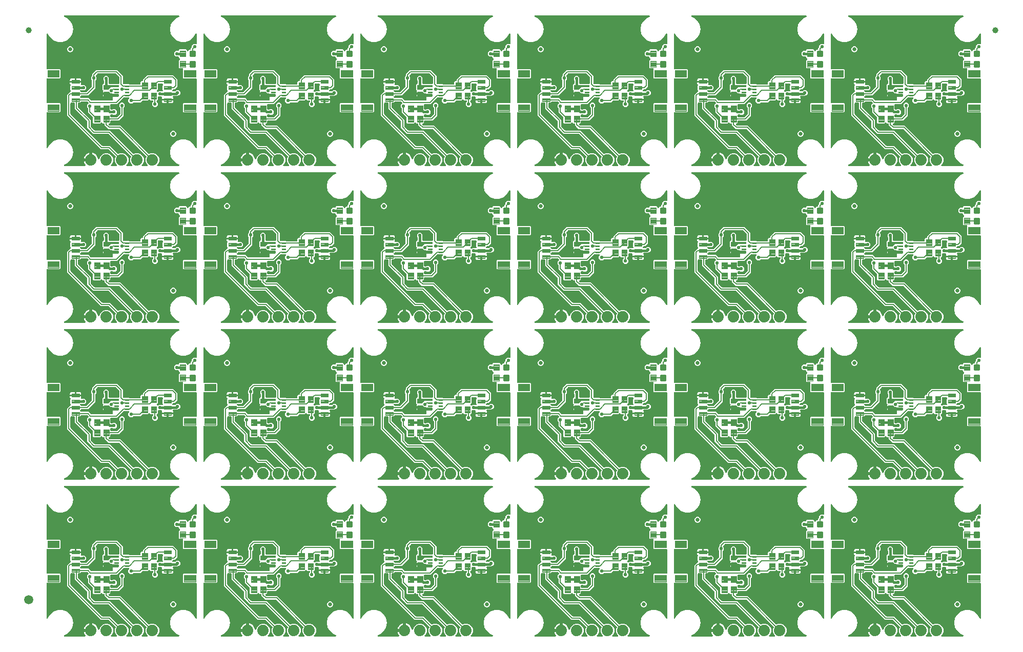
<source format=gtl>
G04 EAGLE Gerber RS-274X export*
G75*
%MOMM*%
%FSLAX34Y34*%
%LPD*%
%INTop Copper*%
%IPPOS*%
%AMOC8*
5,1,8,0,0,1.08239X$1,22.5*%
G01*
%ADD10C,0.100000*%
%ADD11C,0.635000*%
%ADD12C,0.096000*%
%ADD13C,0.102000*%
%ADD14C,0.300000*%
%ADD15C,1.879600*%
%ADD16C,1.000000*%
%ADD17C,1.500000*%
%ADD18C,0.558800*%
%ADD19C,0.203200*%
%ADD20C,0.406400*%

G36*
X843536Y2812D02*
X843536Y2812D01*
X843674Y2825D01*
X843693Y2832D01*
X843713Y2835D01*
X843842Y2886D01*
X843973Y2933D01*
X843990Y2944D01*
X844008Y2952D01*
X844121Y3033D01*
X844236Y3112D01*
X844250Y3127D01*
X844266Y3138D01*
X844355Y3246D01*
X844447Y3350D01*
X844456Y3368D01*
X844469Y3383D01*
X844528Y3509D01*
X844591Y3634D01*
X844596Y3653D01*
X844604Y3671D01*
X844630Y3808D01*
X844661Y3944D01*
X844660Y3964D01*
X844664Y3983D01*
X844655Y4122D01*
X844651Y4262D01*
X844645Y4281D01*
X844644Y4301D01*
X844601Y4433D01*
X844562Y4567D01*
X844552Y4584D01*
X844546Y4603D01*
X844471Y4721D01*
X844401Y4841D01*
X844382Y4862D01*
X844376Y4872D01*
X844361Y4886D01*
X844356Y4892D01*
X843229Y6443D01*
X842376Y8117D01*
X841795Y9904D01*
X841755Y10161D01*
X852170Y10161D01*
X852288Y10176D01*
X852407Y10183D01*
X852445Y10196D01*
X852485Y10201D01*
X852596Y10244D01*
X852709Y10281D01*
X852743Y10303D01*
X852781Y10318D01*
X852877Y10388D01*
X852978Y10451D01*
X853006Y10481D01*
X853038Y10504D01*
X853114Y10596D01*
X853196Y10683D01*
X853215Y10718D01*
X853241Y10749D01*
X853292Y10857D01*
X853349Y10961D01*
X853360Y11001D01*
X853377Y11037D01*
X853399Y11154D01*
X853429Y11269D01*
X853433Y11330D01*
X853437Y11350D01*
X853435Y11370D01*
X853439Y11430D01*
X853439Y12701D01*
X854710Y12701D01*
X854828Y12716D01*
X854947Y12723D01*
X854985Y12736D01*
X855025Y12741D01*
X855136Y12785D01*
X855249Y12821D01*
X855284Y12843D01*
X855321Y12858D01*
X855417Y12928D01*
X855518Y12991D01*
X855546Y13021D01*
X855579Y13045D01*
X855654Y13136D01*
X855736Y13223D01*
X855756Y13258D01*
X855781Y13290D01*
X855832Y13397D01*
X855890Y13502D01*
X855900Y13541D01*
X855917Y13577D01*
X855939Y13694D01*
X855969Y13809D01*
X855973Y13870D01*
X855977Y13890D01*
X855975Y13910D01*
X855979Y13970D01*
X855979Y24385D01*
X856236Y24345D01*
X858023Y23764D01*
X859697Y22911D01*
X861218Y21806D01*
X862546Y20478D01*
X863651Y18957D01*
X864504Y17283D01*
X865085Y15496D01*
X865160Y15023D01*
X865195Y14900D01*
X865226Y14774D01*
X865240Y14747D01*
X865248Y14718D01*
X865314Y14607D01*
X865374Y14493D01*
X865395Y14470D01*
X865410Y14444D01*
X865501Y14353D01*
X865588Y14257D01*
X865614Y14241D01*
X865635Y14219D01*
X865746Y14154D01*
X865854Y14082D01*
X865883Y14073D01*
X865909Y14057D01*
X866033Y14021D01*
X866155Y13979D01*
X866185Y13977D01*
X866214Y13968D01*
X866343Y13964D01*
X866472Y13954D01*
X866502Y13959D01*
X866532Y13958D01*
X866658Y13986D01*
X866785Y14008D01*
X866813Y14021D01*
X866842Y14027D01*
X866958Y14086D01*
X867075Y14139D01*
X867099Y14158D01*
X867126Y14172D01*
X867223Y14257D01*
X867324Y14338D01*
X867342Y14362D01*
X867364Y14382D01*
X867437Y14489D01*
X867515Y14592D01*
X867534Y14630D01*
X867543Y14644D01*
X867551Y14665D01*
X867586Y14736D01*
X869365Y19031D01*
X872509Y22175D01*
X876617Y23877D01*
X881063Y23877D01*
X885171Y22175D01*
X888315Y19031D01*
X890017Y14923D01*
X890017Y10477D01*
X888315Y6369D01*
X886908Y4961D01*
X886822Y4852D01*
X886734Y4745D01*
X886725Y4726D01*
X886713Y4710D01*
X886657Y4582D01*
X886598Y4457D01*
X886595Y4437D01*
X886586Y4418D01*
X886565Y4280D01*
X886539Y4144D01*
X886540Y4124D01*
X886537Y4104D01*
X886550Y3965D01*
X886558Y3827D01*
X886565Y3808D01*
X886566Y3788D01*
X886614Y3656D01*
X886656Y3525D01*
X886667Y3507D01*
X886674Y3488D01*
X886752Y3373D01*
X886826Y3256D01*
X886841Y3242D01*
X886853Y3225D01*
X886957Y3133D01*
X887058Y3038D01*
X887076Y3028D01*
X887091Y3015D01*
X887215Y2951D01*
X887337Y2884D01*
X887356Y2879D01*
X887374Y2870D01*
X887510Y2840D01*
X887645Y2805D01*
X887673Y2803D01*
X887685Y2800D01*
X887705Y2801D01*
X887805Y2795D01*
X895275Y2795D01*
X895413Y2812D01*
X895551Y2825D01*
X895570Y2832D01*
X895590Y2835D01*
X895720Y2886D01*
X895850Y2933D01*
X895867Y2944D01*
X895886Y2952D01*
X895998Y3033D01*
X896114Y3111D01*
X896127Y3127D01*
X896143Y3138D01*
X896232Y3246D01*
X896324Y3350D01*
X896333Y3368D01*
X896346Y3383D01*
X896405Y3509D01*
X896469Y3633D01*
X896473Y3653D01*
X896482Y3671D01*
X896508Y3808D01*
X896538Y3943D01*
X896538Y3964D01*
X896541Y3983D01*
X896533Y4122D01*
X896529Y4261D01*
X896523Y4281D01*
X896522Y4301D01*
X896479Y4433D01*
X896440Y4567D01*
X896430Y4584D01*
X896424Y4603D01*
X896349Y4721D01*
X896279Y4841D01*
X896260Y4862D01*
X896254Y4872D01*
X896239Y4886D01*
X896172Y4961D01*
X894765Y6369D01*
X893063Y10477D01*
X893063Y14923D01*
X894204Y17676D01*
X894211Y17705D01*
X894225Y17731D01*
X894253Y17858D01*
X894287Y17983D01*
X894288Y18012D01*
X894294Y18041D01*
X894290Y18171D01*
X894293Y18301D01*
X894286Y18329D01*
X894285Y18359D01*
X894249Y18484D01*
X894218Y18610D01*
X894205Y18636D01*
X894196Y18664D01*
X894131Y18776D01*
X894070Y18891D01*
X894050Y18913D01*
X894035Y18938D01*
X893928Y19059D01*
X883134Y29854D01*
X883056Y29914D01*
X882984Y29982D01*
X882931Y30011D01*
X882883Y30048D01*
X882792Y30088D01*
X882705Y30136D01*
X882647Y30151D01*
X882591Y30175D01*
X882493Y30190D01*
X882397Y30215D01*
X882297Y30221D01*
X882277Y30225D01*
X882265Y30223D01*
X882237Y30225D01*
X870062Y30225D01*
X816078Y84210D01*
X814069Y86218D01*
X814069Y120538D01*
X816078Y122546D01*
X816318Y122786D01*
X818326Y124795D01*
X818342Y124795D01*
X818440Y124807D01*
X818539Y124810D01*
X818598Y124827D01*
X818658Y124835D01*
X818750Y124871D01*
X818845Y124899D01*
X818897Y124929D01*
X818953Y124952D01*
X819033Y125010D01*
X819119Y125060D01*
X819194Y125126D01*
X819211Y125138D01*
X819219Y125148D01*
X819240Y125166D01*
X820176Y126103D01*
X820249Y126197D01*
X820328Y126286D01*
X820346Y126322D01*
X820371Y126354D01*
X820418Y126463D01*
X820472Y126569D01*
X820481Y126608D01*
X820497Y126646D01*
X820516Y126763D01*
X820542Y126879D01*
X820541Y126920D01*
X820547Y126960D01*
X820536Y127078D01*
X820532Y127197D01*
X820521Y127236D01*
X820517Y127276D01*
X820477Y127388D01*
X820444Y127503D01*
X820423Y127538D01*
X820409Y127576D01*
X820343Y127674D01*
X820282Y127777D01*
X820242Y127822D01*
X820231Y127839D01*
X820216Y127852D01*
X820176Y127898D01*
X819511Y128562D01*
X819511Y135438D01*
X819637Y135564D01*
X819710Y135658D01*
X819789Y135747D01*
X819807Y135783D01*
X819832Y135815D01*
X819879Y135924D01*
X819933Y136030D01*
X819942Y136070D01*
X819958Y136107D01*
X819977Y136225D01*
X820003Y136341D01*
X820002Y136381D01*
X820008Y136421D01*
X819997Y136540D01*
X819993Y136658D01*
X819982Y136697D01*
X819978Y136737D01*
X819938Y136849D01*
X819905Y136964D01*
X819884Y136999D01*
X819871Y137037D01*
X819804Y137135D01*
X819743Y137238D01*
X819704Y137283D01*
X819692Y137300D01*
X819677Y137313D01*
X819637Y137359D01*
X819359Y137637D01*
X818957Y138332D01*
X818749Y139108D01*
X818749Y140501D01*
X827810Y140501D01*
X827928Y140516D01*
X828047Y140523D01*
X828054Y140525D01*
X828110Y140511D01*
X828170Y140507D01*
X828190Y140503D01*
X828210Y140505D01*
X828270Y140501D01*
X837331Y140501D01*
X837331Y139108D01*
X837123Y138332D01*
X836948Y138030D01*
X836889Y137889D01*
X836828Y137749D01*
X836827Y137743D01*
X836825Y137736D01*
X836802Y137585D01*
X836779Y137435D01*
X836779Y137428D01*
X836778Y137422D01*
X836794Y137270D01*
X836808Y137119D01*
X836811Y137112D01*
X836811Y137105D01*
X836865Y136962D01*
X836916Y136819D01*
X836920Y136814D01*
X836922Y136807D01*
X837009Y136682D01*
X837095Y136556D01*
X837100Y136552D01*
X837103Y136546D01*
X837220Y136446D01*
X837333Y136346D01*
X837339Y136343D01*
X837344Y136338D01*
X837482Y136270D01*
X837616Y136201D01*
X837623Y136200D01*
X837629Y136197D01*
X837778Y136165D01*
X837927Y136131D01*
X837933Y136132D01*
X837940Y136130D01*
X838094Y136137D01*
X838244Y136141D01*
X838251Y136143D01*
X838258Y136143D01*
X838405Y136187D01*
X838550Y136229D01*
X838556Y136233D01*
X838562Y136235D01*
X838692Y136313D01*
X838824Y136391D01*
X838831Y136397D01*
X838834Y136399D01*
X838842Y136407D01*
X838945Y136497D01*
X839100Y136653D01*
X842888Y136653D01*
X845567Y133974D01*
X845567Y130186D01*
X842888Y127507D01*
X839100Y127507D01*
X838790Y127818D01*
X838711Y127878D01*
X838639Y127946D01*
X838586Y127975D01*
X838538Y128012D01*
X838447Y128052D01*
X838361Y128100D01*
X838302Y128115D01*
X838247Y128139D01*
X838149Y128154D01*
X838053Y128179D01*
X837953Y128185D01*
X837932Y128189D01*
X837920Y128187D01*
X837892Y128189D01*
X836882Y128189D01*
X836744Y128172D01*
X836605Y128159D01*
X836586Y128152D01*
X836566Y128149D01*
X836437Y128098D01*
X836306Y128051D01*
X836289Y128040D01*
X836270Y128032D01*
X836158Y127951D01*
X836043Y127873D01*
X836030Y127857D01*
X836013Y127846D01*
X835924Y127738D01*
X835832Y127634D01*
X835823Y127616D01*
X835810Y127601D01*
X835751Y127475D01*
X835688Y127351D01*
X835683Y127331D01*
X835675Y127313D01*
X835649Y127176D01*
X835618Y127041D01*
X835619Y127020D01*
X835615Y127001D01*
X835624Y126862D01*
X835628Y126723D01*
X835634Y126703D01*
X835635Y126683D01*
X835678Y126551D01*
X835716Y126417D01*
X835727Y126400D01*
X835733Y126381D01*
X835807Y126263D01*
X835878Y126143D01*
X835896Y126122D01*
X835903Y126112D01*
X835918Y126098D01*
X835984Y126023D01*
X836840Y125166D01*
X836919Y125106D01*
X836991Y125038D01*
X837044Y125009D01*
X837092Y124972D01*
X837182Y124932D01*
X837269Y124884D01*
X837328Y124869D01*
X837383Y124845D01*
X837481Y124830D01*
X837577Y124805D01*
X837677Y124799D01*
X837697Y124795D01*
X837710Y124797D01*
X837738Y124795D01*
X845741Y124795D01*
X845839Y124807D01*
X845938Y124810D01*
X845996Y124827D01*
X846056Y124835D01*
X846148Y124871D01*
X846243Y124899D01*
X846296Y124929D01*
X846352Y124952D01*
X846432Y125010D01*
X846517Y125060D01*
X846593Y125126D01*
X846609Y125138D01*
X846617Y125148D01*
X846638Y125166D01*
X854846Y133374D01*
X854906Y133452D01*
X854974Y133524D01*
X855003Y133577D01*
X855040Y133625D01*
X855080Y133716D01*
X855128Y133803D01*
X855143Y133861D01*
X855167Y133917D01*
X855182Y134015D01*
X855207Y134111D01*
X855213Y134211D01*
X855217Y134231D01*
X855215Y134243D01*
X855217Y134271D01*
X855217Y143884D01*
X855205Y143982D01*
X855202Y144081D01*
X855185Y144140D01*
X855177Y144200D01*
X855141Y144292D01*
X855113Y144387D01*
X855083Y144439D01*
X855060Y144495D01*
X855002Y144576D01*
X854952Y144661D01*
X854886Y144736D01*
X854874Y144753D01*
X854864Y144761D01*
X854846Y144782D01*
X853693Y145934D01*
X853693Y149722D01*
X855100Y151128D01*
X855160Y151207D01*
X855228Y151279D01*
X855257Y151332D01*
X855294Y151380D01*
X855334Y151471D01*
X855382Y151557D01*
X855397Y151616D01*
X855421Y151671D01*
X855436Y151769D01*
X855461Y151865D01*
X855467Y151965D01*
X855471Y151986D01*
X855469Y151998D01*
X855471Y152026D01*
X855471Y154574D01*
X861934Y161037D01*
X896762Y161037D01*
X906273Y151526D01*
X906273Y139605D01*
X906285Y139507D01*
X906288Y139408D01*
X906305Y139350D01*
X906313Y139290D01*
X906349Y139198D01*
X906377Y139103D01*
X906407Y139050D01*
X906430Y138994D01*
X906488Y138914D01*
X906538Y138829D01*
X906604Y138753D01*
X906616Y138737D01*
X906626Y138729D01*
X906644Y138708D01*
X907085Y138267D01*
X907182Y138192D01*
X907238Y138143D01*
X907239Y138142D01*
X907273Y138112D01*
X907307Y138095D01*
X907337Y138072D01*
X907448Y138024D01*
X907511Y137992D01*
X907518Y137988D01*
X907519Y137988D01*
X907557Y137969D01*
X907594Y137961D01*
X907628Y137946D01*
X907749Y137927D01*
X907804Y137915D01*
X907826Y137909D01*
X907831Y137909D01*
X907868Y137900D01*
X907905Y137902D01*
X907942Y137896D01*
X907978Y137899D01*
X907986Y137899D01*
X916588Y137899D01*
X916700Y137786D01*
X916779Y137726D01*
X916851Y137658D01*
X916904Y137629D01*
X916952Y137592D01*
X917043Y137552D01*
X917129Y137504D01*
X917188Y137489D01*
X917243Y137465D01*
X917341Y137450D01*
X917437Y137425D01*
X917537Y137419D01*
X917557Y137415D01*
X917570Y137417D01*
X917598Y137415D01*
X934292Y137415D01*
X934410Y137430D01*
X934529Y137437D01*
X934567Y137450D01*
X934608Y137455D01*
X934718Y137498D01*
X934831Y137535D01*
X934866Y137557D01*
X934903Y137572D01*
X934999Y137641D01*
X935100Y137705D01*
X935128Y137735D01*
X935161Y137758D01*
X935237Y137850D01*
X935318Y137937D01*
X935338Y137972D01*
X935363Y138003D01*
X935414Y138111D01*
X935472Y138215D01*
X935482Y138255D01*
X935499Y138291D01*
X935521Y138408D01*
X935551Y138523D01*
X935555Y138583D01*
X935559Y138603D01*
X935557Y138624D01*
X935561Y138684D01*
X935561Y141444D01*
X936896Y142779D01*
X938276Y142779D01*
X938394Y142794D01*
X938513Y142801D01*
X938551Y142814D01*
X938592Y142819D01*
X938702Y142862D01*
X938815Y142899D01*
X938850Y142921D01*
X938887Y142936D01*
X938983Y143005D01*
X939084Y143069D01*
X939112Y143099D01*
X939145Y143122D01*
X939221Y143214D01*
X939302Y143301D01*
X939322Y143336D01*
X939347Y143367D01*
X939398Y143475D01*
X939456Y143579D01*
X939466Y143619D01*
X939483Y143655D01*
X939505Y143772D01*
X939535Y143887D01*
X939539Y143947D01*
X939543Y143967D01*
X939541Y143988D01*
X939545Y144048D01*
X939545Y145658D01*
X941554Y147666D01*
X944533Y150646D01*
X946542Y152655D01*
X989726Y152655D01*
X991734Y150646D01*
X994434Y147946D01*
X996443Y145938D01*
X996443Y133970D01*
X991678Y129205D01*
X989884Y129205D01*
X989786Y129193D01*
X989687Y129190D01*
X989628Y129173D01*
X989568Y129165D01*
X989476Y129129D01*
X989381Y129101D01*
X989329Y129071D01*
X989273Y129048D01*
X989192Y128990D01*
X989107Y128940D01*
X989032Y128874D01*
X989015Y128862D01*
X989007Y128852D01*
X988986Y128834D01*
X988130Y127977D01*
X988045Y127868D01*
X987956Y127761D01*
X987948Y127742D01*
X987935Y127726D01*
X987880Y127598D01*
X987821Y127473D01*
X987817Y127453D01*
X987809Y127434D01*
X987787Y127296D01*
X987761Y127160D01*
X987762Y127140D01*
X987759Y127120D01*
X987772Y126981D01*
X987781Y126843D01*
X987787Y126824D01*
X987789Y126804D01*
X987836Y126673D01*
X987879Y126541D01*
X987890Y126523D01*
X987896Y126504D01*
X987974Y126390D01*
X988049Y126272D01*
X988064Y126258D01*
X988075Y126241D01*
X988179Y126149D01*
X988281Y126054D01*
X988298Y126044D01*
X988313Y126031D01*
X988437Y125968D01*
X988559Y125900D01*
X988579Y125895D01*
X988597Y125886D01*
X988733Y125856D01*
X988867Y125821D01*
X988895Y125819D01*
X988907Y125816D01*
X988928Y125817D01*
X989028Y125811D01*
X991562Y125811D01*
X991660Y125823D01*
X991759Y125826D01*
X991818Y125843D01*
X991878Y125851D01*
X991970Y125887D01*
X992065Y125915D01*
X992117Y125945D01*
X992173Y125968D01*
X992254Y126026D01*
X992339Y126076D01*
X992414Y126142D01*
X992431Y126154D01*
X992439Y126164D01*
X992460Y126182D01*
X994548Y128271D01*
X998336Y128271D01*
X1001015Y125592D01*
X1001015Y121804D01*
X998336Y119125D01*
X997784Y119125D01*
X997686Y119113D01*
X997587Y119110D01*
X997529Y119093D01*
X997469Y119085D01*
X997377Y119049D01*
X997281Y119021D01*
X997229Y118991D01*
X997173Y118968D01*
X997093Y118910D01*
X997008Y118860D01*
X996932Y118794D01*
X996916Y118782D01*
X996908Y118772D01*
X996887Y118754D01*
X996322Y118189D01*
X990011Y118189D01*
X989880Y118173D01*
X989748Y118162D01*
X989723Y118153D01*
X989696Y118149D01*
X989573Y118101D01*
X989448Y118057D01*
X989425Y118042D01*
X989400Y118032D01*
X989293Y117955D01*
X989183Y117881D01*
X989165Y117861D01*
X989143Y117846D01*
X989058Y117744D01*
X988970Y117645D01*
X988957Y117621D01*
X988940Y117601D01*
X988884Y117481D01*
X988822Y117364D01*
X988816Y117337D01*
X988804Y117313D01*
X988780Y117183D01*
X988749Y117054D01*
X988750Y117027D01*
X988745Y117001D01*
X988753Y116868D01*
X988755Y116736D01*
X988763Y116710D01*
X988764Y116683D01*
X988805Y116557D01*
X988841Y116430D01*
X988858Y116395D01*
X988862Y116381D01*
X988874Y116362D01*
X988912Y116285D01*
X989269Y115668D01*
X989477Y114892D01*
X989477Y113499D01*
X980416Y113499D01*
X980298Y113484D01*
X980179Y113477D01*
X980172Y113475D01*
X980116Y113489D01*
X980056Y113493D01*
X980036Y113497D01*
X980016Y113495D01*
X979956Y113499D01*
X970895Y113499D01*
X970895Y114892D01*
X971125Y115749D01*
X971142Y115874D01*
X971166Y115998D01*
X971164Y116031D01*
X971168Y116065D01*
X971154Y116190D01*
X971146Y116315D01*
X971136Y116347D01*
X971132Y116380D01*
X971087Y116498D01*
X971048Y116617D01*
X971030Y116646D01*
X971018Y116677D01*
X970945Y116780D01*
X970878Y116886D01*
X970853Y116909D01*
X970834Y116937D01*
X970738Y117018D01*
X970646Y117104D01*
X970617Y117120D01*
X970591Y117142D01*
X970478Y117197D01*
X970368Y117258D01*
X970335Y117266D01*
X970305Y117281D01*
X970181Y117306D01*
X970060Y117337D01*
X970011Y117340D01*
X969993Y117344D01*
X969971Y117343D01*
X969899Y117347D01*
X965374Y117347D01*
X965256Y117332D01*
X965137Y117325D01*
X965099Y117312D01*
X965058Y117307D01*
X964948Y117264D01*
X964835Y117227D01*
X964800Y117205D01*
X964763Y117190D01*
X964667Y117121D01*
X964566Y117057D01*
X964538Y117027D01*
X964505Y117004D01*
X964429Y116912D01*
X964348Y116825D01*
X964328Y116790D01*
X964303Y116759D01*
X964252Y116651D01*
X964194Y116547D01*
X964184Y116507D01*
X964167Y116471D01*
X964145Y116354D01*
X964115Y116239D01*
X964111Y116179D01*
X964107Y116159D01*
X964109Y116138D01*
X964105Y116078D01*
X964105Y112556D01*
X962660Y111111D01*
X962629Y111101D01*
X962594Y111079D01*
X962557Y111064D01*
X962461Y110995D01*
X962360Y110931D01*
X962332Y110901D01*
X962299Y110878D01*
X962223Y110786D01*
X962142Y110699D01*
X962122Y110664D01*
X962097Y110633D01*
X962046Y110525D01*
X961988Y110421D01*
X961978Y110381D01*
X961961Y110345D01*
X961939Y110228D01*
X961909Y110113D01*
X961905Y110052D01*
X961901Y110033D01*
X961903Y110012D01*
X961899Y109952D01*
X961899Y109100D01*
X961911Y109002D01*
X961914Y108903D01*
X961931Y108844D01*
X961939Y108784D01*
X961975Y108692D01*
X962003Y108597D01*
X962033Y108545D01*
X962056Y108489D01*
X962114Y108409D01*
X962164Y108323D01*
X962230Y108248D01*
X962242Y108231D01*
X962252Y108223D01*
X962270Y108202D01*
X963677Y106796D01*
X963677Y103008D01*
X960998Y100329D01*
X957210Y100329D01*
X954531Y103008D01*
X954531Y106796D01*
X955938Y108202D01*
X955998Y108281D01*
X956066Y108353D01*
X956095Y108406D01*
X956132Y108454D01*
X956172Y108545D01*
X956220Y108631D01*
X956235Y108690D01*
X956259Y108745D01*
X956274Y108843D01*
X956299Y108939D01*
X956305Y109039D01*
X956309Y109060D01*
X956307Y109072D01*
X956309Y109100D01*
X956309Y109952D01*
X956294Y110070D01*
X956287Y110189D01*
X956274Y110227D01*
X956269Y110268D01*
X956226Y110378D01*
X956189Y110491D01*
X956167Y110526D01*
X956152Y110563D01*
X956083Y110659D01*
X956019Y110760D01*
X955989Y110788D01*
X955966Y110821D01*
X955874Y110897D01*
X955787Y110978D01*
X955752Y110998D01*
X955721Y111023D01*
X955613Y111074D01*
X955509Y111132D01*
X955469Y111142D01*
X955433Y111159D01*
X955316Y111181D01*
X955201Y111211D01*
X955141Y111215D01*
X955121Y111219D01*
X955100Y111217D01*
X955040Y111221D01*
X951882Y111221D01*
X950731Y112373D01*
X950636Y112446D01*
X950547Y112525D01*
X950511Y112543D01*
X950479Y112568D01*
X950370Y112615D01*
X950264Y112669D01*
X950225Y112678D01*
X950187Y112694D01*
X950070Y112713D01*
X949954Y112739D01*
X949913Y112738D01*
X949873Y112744D01*
X949755Y112733D01*
X949636Y112729D01*
X949597Y112718D01*
X949557Y112714D01*
X949444Y112674D01*
X949330Y112641D01*
X949296Y112620D01*
X949257Y112607D01*
X949159Y112540D01*
X949056Y112479D01*
X949011Y112439D01*
X948994Y112428D01*
X948981Y112413D01*
X948936Y112373D01*
X947784Y111221D01*
X939539Y111221D01*
X939441Y111209D01*
X939342Y111206D01*
X939284Y111189D01*
X939224Y111181D01*
X939132Y111145D01*
X939037Y111117D01*
X938984Y111087D01*
X938928Y111064D01*
X938848Y111006D01*
X938763Y110956D01*
X938687Y110890D01*
X938671Y110878D01*
X938663Y110868D01*
X938642Y110849D01*
X937751Y109958D01*
X937750Y109958D01*
X935742Y107949D01*
X923932Y107949D01*
X923834Y107937D01*
X923735Y107934D01*
X923676Y107917D01*
X923616Y107909D01*
X923524Y107873D01*
X923429Y107845D01*
X923377Y107815D01*
X923321Y107792D01*
X923241Y107734D01*
X923155Y107684D01*
X923080Y107618D01*
X923063Y107606D01*
X923055Y107596D01*
X923034Y107578D01*
X921628Y106171D01*
X917840Y106171D01*
X915161Y108850D01*
X915161Y112638D01*
X916698Y114175D01*
X916783Y114284D01*
X916872Y114391D01*
X916880Y114410D01*
X916893Y114426D01*
X916948Y114554D01*
X917007Y114679D01*
X917011Y114699D01*
X917019Y114718D01*
X917041Y114856D01*
X917067Y114992D01*
X917066Y115012D01*
X917069Y115032D01*
X917056Y115171D01*
X917047Y115309D01*
X917041Y115328D01*
X917039Y115348D01*
X916992Y115480D01*
X916949Y115611D01*
X916938Y115629D01*
X916931Y115648D01*
X916853Y115763D01*
X916779Y115880D01*
X916764Y115894D01*
X916753Y115911D01*
X916649Y116003D01*
X916547Y116098D01*
X916530Y116108D01*
X916514Y116121D01*
X916390Y116185D01*
X916269Y116252D01*
X916249Y116257D01*
X916231Y116266D01*
X916095Y116296D01*
X915961Y116331D01*
X915933Y116333D01*
X915921Y116336D01*
X915900Y116335D01*
X915800Y116341D01*
X908473Y116341D01*
X908375Y116329D01*
X908276Y116326D01*
X908218Y116309D01*
X908158Y116301D01*
X908066Y116265D01*
X907971Y116237D01*
X907918Y116207D01*
X907862Y116184D01*
X907782Y116126D01*
X907697Y116076D01*
X907621Y116010D01*
X907605Y115998D01*
X907597Y115988D01*
X907576Y115970D01*
X898770Y107164D01*
X896762Y105155D01*
X886872Y105155D01*
X886733Y105138D01*
X886594Y105125D01*
X886576Y105118D01*
X886556Y105115D01*
X886426Y105064D01*
X886295Y105017D01*
X886279Y105006D01*
X886260Y104998D01*
X886148Y104917D01*
X886032Y104838D01*
X886019Y104823D01*
X886003Y104812D01*
X885914Y104704D01*
X885822Y104599D01*
X885813Y104582D01*
X885800Y104567D01*
X885741Y104440D01*
X885677Y104316D01*
X885673Y104297D01*
X885665Y104279D01*
X885638Y104142D01*
X885608Y104005D01*
X885609Y103986D01*
X885605Y103967D01*
X885614Y103828D01*
X885618Y103688D01*
X885619Y103685D01*
X885619Y97028D01*
X885634Y96910D01*
X885641Y96791D01*
X885654Y96753D01*
X885659Y96712D01*
X885702Y96602D01*
X885739Y96489D01*
X885761Y96454D01*
X885776Y96417D01*
X885845Y96321D01*
X885909Y96220D01*
X885939Y96192D01*
X885962Y96159D01*
X886054Y96083D01*
X886141Y96002D01*
X886176Y95982D01*
X886207Y95957D01*
X886315Y95906D01*
X886419Y95848D01*
X886459Y95838D01*
X886495Y95821D01*
X886612Y95799D01*
X886727Y95769D01*
X886787Y95765D01*
X886807Y95761D01*
X886828Y95763D01*
X886888Y95759D01*
X888358Y95759D01*
X888456Y95771D01*
X888555Y95774D01*
X888614Y95791D01*
X888674Y95799D01*
X888766Y95835D01*
X888861Y95863D01*
X888913Y95893D01*
X888969Y95916D01*
X889049Y95974D01*
X889135Y96024D01*
X889210Y96090D01*
X889227Y96102D01*
X889235Y96112D01*
X889256Y96130D01*
X889646Y96521D01*
X893434Y96521D01*
X896113Y93842D01*
X896113Y90054D01*
X893434Y87375D01*
X889646Y87375D01*
X889256Y87766D01*
X889177Y87826D01*
X889105Y87894D01*
X889052Y87923D01*
X889004Y87960D01*
X888913Y88000D01*
X888827Y88048D01*
X888768Y88063D01*
X888713Y88087D01*
X888615Y88102D01*
X888519Y88127D01*
X888419Y88133D01*
X888398Y88137D01*
X888386Y88135D01*
X888358Y88137D01*
X886888Y88137D01*
X886770Y88122D01*
X886651Y88115D01*
X886613Y88102D01*
X886572Y88097D01*
X886462Y88054D01*
X886349Y88017D01*
X886314Y87995D01*
X886277Y87980D01*
X886180Y87910D01*
X886080Y87847D01*
X886052Y87817D01*
X886019Y87794D01*
X885943Y87702D01*
X885862Y87615D01*
X885842Y87580D01*
X885817Y87549D01*
X885766Y87441D01*
X885708Y87337D01*
X885698Y87297D01*
X885681Y87261D01*
X885659Y87144D01*
X885629Y87029D01*
X885625Y86969D01*
X885621Y86949D01*
X885623Y86928D01*
X885619Y86868D01*
X885619Y84464D01*
X885634Y84346D01*
X885641Y84227D01*
X885654Y84189D01*
X885659Y84148D01*
X885702Y84038D01*
X885739Y83925D01*
X885761Y83890D01*
X885776Y83853D01*
X885845Y83757D01*
X885909Y83656D01*
X885939Y83628D01*
X885962Y83595D01*
X886054Y83519D01*
X886141Y83438D01*
X886176Y83418D01*
X886207Y83393D01*
X886315Y83342D01*
X886419Y83284D01*
X886459Y83274D01*
X886495Y83257D01*
X886612Y83235D01*
X886727Y83205D01*
X886787Y83201D01*
X886807Y83197D01*
X886828Y83199D01*
X886888Y83195D01*
X896597Y83195D01*
X896695Y83207D01*
X896794Y83210D01*
X896852Y83227D01*
X896912Y83235D01*
X897004Y83271D01*
X897099Y83299D01*
X897152Y83329D01*
X897208Y83352D01*
X897288Y83410D01*
X897373Y83460D01*
X897449Y83526D01*
X897465Y83538D01*
X897473Y83548D01*
X897494Y83566D01*
X901582Y87654D01*
X901642Y87732D01*
X901710Y87804D01*
X901739Y87857D01*
X901776Y87905D01*
X901816Y87996D01*
X901864Y88083D01*
X901879Y88141D01*
X901903Y88197D01*
X901918Y88295D01*
X901943Y88391D01*
X901949Y88491D01*
X901953Y88511D01*
X901951Y88523D01*
X901953Y88551D01*
X901953Y98672D01*
X901941Y98770D01*
X901938Y98869D01*
X901921Y98928D01*
X901913Y98988D01*
X901877Y99080D01*
X901849Y99175D01*
X901819Y99227D01*
X901796Y99283D01*
X901738Y99363D01*
X901688Y99449D01*
X901622Y99524D01*
X901610Y99541D01*
X901600Y99549D01*
X901582Y99570D01*
X900175Y100976D01*
X900175Y104764D01*
X902854Y107443D01*
X906642Y107443D01*
X909321Y104764D01*
X909321Y100976D01*
X907914Y99570D01*
X907854Y99491D01*
X907786Y99419D01*
X907757Y99366D01*
X907720Y99318D01*
X907680Y99227D01*
X907632Y99141D01*
X907617Y99082D01*
X907593Y99027D01*
X907578Y98929D01*
X907553Y98833D01*
X907547Y98733D01*
X907543Y98712D01*
X907545Y98700D01*
X907543Y98672D01*
X907543Y85710D01*
X899438Y77605D01*
X886888Y77605D01*
X886770Y77590D01*
X886651Y77583D01*
X886613Y77570D01*
X886572Y77565D01*
X886462Y77522D01*
X886349Y77485D01*
X886314Y77463D01*
X886277Y77448D01*
X886181Y77379D01*
X886080Y77315D01*
X886052Y77285D01*
X886019Y77262D01*
X885943Y77170D01*
X885862Y77083D01*
X885842Y77048D01*
X885817Y77017D01*
X885766Y76909D01*
X885708Y76805D01*
X885698Y76765D01*
X885681Y76729D01*
X885659Y76612D01*
X885629Y76497D01*
X885625Y76437D01*
X885621Y76417D01*
X885623Y76396D01*
X885619Y76336D01*
X885619Y74456D01*
X884284Y73121D01*
X883855Y73121D01*
X883717Y73104D01*
X883579Y73091D01*
X883560Y73084D01*
X883540Y73081D01*
X883411Y73030D01*
X883280Y72983D01*
X883263Y72972D01*
X883244Y72964D01*
X883132Y72883D01*
X883017Y72805D01*
X883003Y72789D01*
X882987Y72778D01*
X882898Y72670D01*
X882806Y72566D01*
X882797Y72548D01*
X882784Y72533D01*
X882725Y72407D01*
X882661Y72283D01*
X882657Y72263D01*
X882648Y72245D01*
X882622Y72108D01*
X882592Y71973D01*
X882592Y71952D01*
X882589Y71933D01*
X882597Y71794D01*
X882601Y71655D01*
X882607Y71635D01*
X882608Y71615D01*
X882651Y71483D01*
X882690Y71349D01*
X882700Y71332D01*
X882706Y71313D01*
X882781Y71195D01*
X882851Y71075D01*
X882870Y71054D01*
X882877Y71044D01*
X882892Y71030D01*
X882958Y70955D01*
X884064Y69848D01*
X884142Y69788D01*
X884214Y69720D01*
X884268Y69690D01*
X884315Y69653D01*
X884406Y69614D01*
X884493Y69566D01*
X884552Y69551D01*
X884607Y69527D01*
X884705Y69512D01*
X884801Y69487D01*
X884901Y69480D01*
X884921Y69477D01*
X884934Y69478D01*
X884962Y69477D01*
X902216Y69477D01*
X904225Y67468D01*
X948681Y23012D01*
X948704Y22993D01*
X948723Y22971D01*
X948829Y22896D01*
X948932Y22817D01*
X948959Y22805D01*
X948983Y22788D01*
X949105Y22742D01*
X949224Y22690D01*
X949253Y22686D01*
X949281Y22675D01*
X949410Y22661D01*
X949538Y22640D01*
X949567Y22643D01*
X949597Y22640D01*
X949725Y22658D01*
X949855Y22670D01*
X949882Y22680D01*
X949912Y22684D01*
X950064Y22736D01*
X952817Y23877D01*
X957263Y23877D01*
X961371Y22175D01*
X964515Y19031D01*
X966217Y14923D01*
X966217Y10477D01*
X964515Y6369D01*
X963108Y4961D01*
X963022Y4852D01*
X962934Y4745D01*
X962925Y4726D01*
X962913Y4710D01*
X962857Y4582D01*
X962798Y4457D01*
X962795Y4437D01*
X962786Y4418D01*
X962765Y4280D01*
X962739Y4144D01*
X962740Y4124D01*
X962737Y4104D01*
X962750Y3965D01*
X962758Y3827D01*
X962765Y3808D01*
X962766Y3788D01*
X962814Y3656D01*
X962856Y3525D01*
X962867Y3507D01*
X962874Y3488D01*
X962952Y3373D01*
X963026Y3256D01*
X963041Y3242D01*
X963053Y3225D01*
X963157Y3133D01*
X963258Y3038D01*
X963276Y3028D01*
X963291Y3015D01*
X963415Y2951D01*
X963537Y2884D01*
X963556Y2879D01*
X963574Y2870D01*
X963710Y2840D01*
X963845Y2805D01*
X963873Y2803D01*
X963885Y2800D01*
X963905Y2801D01*
X964005Y2795D01*
X998365Y2795D01*
X998461Y2807D01*
X998559Y2810D01*
X998619Y2827D01*
X998680Y2835D01*
X998771Y2870D01*
X998864Y2897D01*
X998918Y2929D01*
X998976Y2952D01*
X999055Y3009D01*
X999139Y3058D01*
X999183Y3102D01*
X999233Y3138D01*
X999295Y3213D01*
X999365Y3282D01*
X999397Y3336D01*
X999436Y3383D01*
X999478Y3471D01*
X999528Y3555D01*
X999545Y3615D01*
X999572Y3671D01*
X999590Y3767D01*
X999618Y3860D01*
X999620Y3922D01*
X999632Y3983D01*
X999625Y4081D01*
X999629Y4178D01*
X999616Y4239D01*
X999612Y4301D01*
X999582Y4393D01*
X999561Y4489D01*
X999533Y4544D01*
X999514Y4603D01*
X999462Y4686D01*
X999418Y4773D01*
X999377Y4819D01*
X999344Y4872D01*
X999273Y4939D01*
X999209Y5012D01*
X999157Y5047D01*
X999112Y5090D01*
X999027Y5137D01*
X998946Y5192D01*
X998851Y5234D01*
X998833Y5244D01*
X998823Y5246D01*
X998799Y5257D01*
X995007Y6637D01*
X989243Y11473D01*
X985481Y17990D01*
X984174Y25400D01*
X985481Y32810D01*
X989243Y39326D01*
X995007Y44163D01*
X1002078Y46737D01*
X1009602Y46737D01*
X1016673Y44163D01*
X1022437Y39327D01*
X1026077Y33022D01*
X1026165Y32906D01*
X1026250Y32788D01*
X1026261Y32780D01*
X1026269Y32769D01*
X1026383Y32679D01*
X1026495Y32585D01*
X1026508Y32580D01*
X1026518Y32571D01*
X1026652Y32512D01*
X1026783Y32450D01*
X1026796Y32447D01*
X1026809Y32442D01*
X1026953Y32417D01*
X1027096Y32390D01*
X1027109Y32391D01*
X1027122Y32389D01*
X1027268Y32401D01*
X1027413Y32410D01*
X1027426Y32414D01*
X1027439Y32415D01*
X1027577Y32463D01*
X1027715Y32508D01*
X1027727Y32515D01*
X1027740Y32520D01*
X1027861Y32600D01*
X1027984Y32678D01*
X1027993Y32688D01*
X1028005Y32695D01*
X1028102Y32804D01*
X1028202Y32910D01*
X1028209Y32922D01*
X1028218Y32932D01*
X1028285Y33060D01*
X1028356Y33188D01*
X1028359Y33201D01*
X1028365Y33213D01*
X1028399Y33355D01*
X1028435Y33496D01*
X1028436Y33515D01*
X1028438Y33523D01*
X1028438Y33540D01*
X1028445Y33657D01*
X1028445Y89952D01*
X1028430Y90070D01*
X1028423Y90189D01*
X1028410Y90227D01*
X1028405Y90268D01*
X1028362Y90378D01*
X1028325Y90491D01*
X1028303Y90526D01*
X1028288Y90563D01*
X1028219Y90659D01*
X1028155Y90760D01*
X1028125Y90788D01*
X1028102Y90821D01*
X1028010Y90897D01*
X1027923Y90978D01*
X1027888Y90998D01*
X1027857Y91023D01*
X1027749Y91074D01*
X1027645Y91132D01*
X1027605Y91142D01*
X1027569Y91159D01*
X1027452Y91181D01*
X1027337Y91211D01*
X1027277Y91215D01*
X1027257Y91219D01*
X1027236Y91217D01*
X1027176Y91221D01*
X1006480Y91221D01*
X1005157Y92544D01*
X1005157Y105456D01*
X1006480Y106779D01*
X1027176Y106779D01*
X1027294Y106794D01*
X1027413Y106801D01*
X1027451Y106814D01*
X1027492Y106819D01*
X1027602Y106862D01*
X1027715Y106899D01*
X1027750Y106921D01*
X1027787Y106936D01*
X1027883Y107005D01*
X1027984Y107069D01*
X1028012Y107099D01*
X1028045Y107122D01*
X1028121Y107214D01*
X1028202Y107301D01*
X1028222Y107336D01*
X1028247Y107367D01*
X1028298Y107475D01*
X1028356Y107579D01*
X1028366Y107619D01*
X1028383Y107655D01*
X1028405Y107772D01*
X1028435Y107887D01*
X1028439Y107947D01*
X1028443Y107967D01*
X1028441Y107988D01*
X1028445Y108048D01*
X1028445Y145952D01*
X1028430Y146070D01*
X1028423Y146189D01*
X1028410Y146227D01*
X1028405Y146268D01*
X1028362Y146378D01*
X1028325Y146491D01*
X1028303Y146526D01*
X1028288Y146563D01*
X1028219Y146659D01*
X1028155Y146760D01*
X1028125Y146788D01*
X1028102Y146821D01*
X1028010Y146897D01*
X1027923Y146978D01*
X1027888Y146998D01*
X1027857Y147023D01*
X1027749Y147074D01*
X1027645Y147132D01*
X1027605Y147142D01*
X1027569Y147159D01*
X1027452Y147181D01*
X1027337Y147211D01*
X1027277Y147215D01*
X1027257Y147219D01*
X1027236Y147217D01*
X1027176Y147221D01*
X1006480Y147221D01*
X1005157Y148544D01*
X1005157Y161456D01*
X1005588Y161887D01*
X1005673Y161996D01*
X1005762Y162103D01*
X1005771Y162122D01*
X1005783Y162138D01*
X1005839Y162266D01*
X1005898Y162391D01*
X1005901Y162411D01*
X1005909Y162430D01*
X1005931Y162568D01*
X1005957Y162704D01*
X1005956Y162724D01*
X1005959Y162744D01*
X1005946Y162883D01*
X1005938Y163021D01*
X1005931Y163040D01*
X1005930Y163060D01*
X1005882Y163191D01*
X1005840Y163323D01*
X1005829Y163341D01*
X1005822Y163360D01*
X1005744Y163474D01*
X1005669Y163592D01*
X1005655Y163606D01*
X1005643Y163623D01*
X1005539Y163715D01*
X1005438Y163810D01*
X1005420Y163820D01*
X1005405Y163833D01*
X1005281Y163896D01*
X1005159Y163964D01*
X1005140Y163969D01*
X1005122Y163978D01*
X1004986Y164008D01*
X1004851Y164043D01*
X1004823Y164045D01*
X1004811Y164048D01*
X1004791Y164047D01*
X1004691Y164053D01*
X999888Y164053D01*
X998553Y165388D01*
X998553Y177276D01*
X1000212Y178934D01*
X1000285Y179029D01*
X1000364Y179118D01*
X1000382Y179154D01*
X1000407Y179186D01*
X1000454Y179295D01*
X1000508Y179401D01*
X1000517Y179440D01*
X1000533Y179478D01*
X1000552Y179595D01*
X1000578Y179711D01*
X1000577Y179752D01*
X1000583Y179792D01*
X1000572Y179910D01*
X1000568Y180029D01*
X1000557Y180068D01*
X1000553Y180108D01*
X1000513Y180221D01*
X1000480Y180335D01*
X1000459Y180369D01*
X1000446Y180408D01*
X1000379Y180506D01*
X1000318Y180609D01*
X1000278Y180654D01*
X1000267Y180671D01*
X1000252Y180684D01*
X1000212Y180729D01*
X998553Y182388D01*
X998553Y182490D01*
X998538Y182608D01*
X998531Y182727D01*
X998518Y182765D01*
X998513Y182806D01*
X998470Y182916D01*
X998433Y183029D01*
X998411Y183064D01*
X998396Y183101D01*
X998327Y183197D01*
X998263Y183298D01*
X998233Y183326D01*
X998210Y183359D01*
X998118Y183435D01*
X998031Y183516D01*
X997996Y183536D01*
X997965Y183561D01*
X997857Y183612D01*
X997753Y183670D01*
X997713Y183680D01*
X997677Y183697D01*
X997560Y183719D01*
X997445Y183749D01*
X997385Y183753D01*
X997365Y183757D01*
X997344Y183755D01*
X997284Y183759D01*
X993650Y183759D01*
X990971Y186438D01*
X990971Y190226D01*
X993650Y192905D01*
X997284Y192905D01*
X997402Y192920D01*
X997521Y192927D01*
X997559Y192940D01*
X997600Y192945D01*
X997710Y192988D01*
X997823Y193025D01*
X997858Y193047D01*
X997895Y193062D01*
X997991Y193131D01*
X998092Y193195D01*
X998120Y193225D01*
X998153Y193248D01*
X998229Y193340D01*
X998310Y193427D01*
X998330Y193462D01*
X998355Y193493D01*
X998406Y193601D01*
X998464Y193705D01*
X998474Y193745D01*
X998491Y193781D01*
X998513Y193898D01*
X998543Y194013D01*
X998547Y194073D01*
X998551Y194093D01*
X998549Y194114D01*
X998553Y194174D01*
X998553Y194276D01*
X999888Y195611D01*
X1010776Y195611D01*
X1012111Y194276D01*
X1012111Y193572D01*
X1012128Y193434D01*
X1012141Y193295D01*
X1012148Y193276D01*
X1012151Y193256D01*
X1012202Y193127D01*
X1012249Y192996D01*
X1012260Y192979D01*
X1012268Y192961D01*
X1012349Y192848D01*
X1012427Y192733D01*
X1012443Y192720D01*
X1012454Y192703D01*
X1012562Y192614D01*
X1012666Y192523D01*
X1012684Y192513D01*
X1012699Y192500D01*
X1012825Y192441D01*
X1012949Y192378D01*
X1012969Y192374D01*
X1012987Y192365D01*
X1013123Y192339D01*
X1013259Y192308D01*
X1013280Y192309D01*
X1013299Y192305D01*
X1013438Y192314D01*
X1013577Y192318D01*
X1013597Y192324D01*
X1013617Y192325D01*
X1013749Y192368D01*
X1013883Y192406D01*
X1013900Y192417D01*
X1013919Y192423D01*
X1014037Y192497D01*
X1014157Y192568D01*
X1014178Y192586D01*
X1014188Y192593D01*
X1014202Y192608D01*
X1014277Y192674D01*
X1016476Y194873D01*
X1017270Y194873D01*
X1017388Y194888D01*
X1017507Y194895D01*
X1017545Y194908D01*
X1017586Y194913D01*
X1017696Y194956D01*
X1017809Y194993D01*
X1017844Y195015D01*
X1017881Y195030D01*
X1017977Y195099D01*
X1018078Y195163D01*
X1018106Y195193D01*
X1018139Y195216D01*
X1018215Y195308D01*
X1018296Y195395D01*
X1018316Y195430D01*
X1018341Y195461D01*
X1018392Y195569D01*
X1018450Y195673D01*
X1018460Y195713D01*
X1018477Y195749D01*
X1018499Y195866D01*
X1018529Y195981D01*
X1018533Y196041D01*
X1018537Y196061D01*
X1018535Y196082D01*
X1018539Y196142D01*
X1018539Y197453D01*
X1019715Y198629D01*
X1019776Y198707D01*
X1019843Y198779D01*
X1019867Y198822D01*
X1019889Y198848D01*
X1019894Y198860D01*
X1019910Y198880D01*
X1019949Y198971D01*
X1019997Y199057D01*
X1020008Y199102D01*
X1020024Y199136D01*
X1020027Y199151D01*
X1020036Y199172D01*
X1020052Y199270D01*
X1020076Y199365D01*
X1020080Y199429D01*
X1020084Y199448D01*
X1020083Y199466D01*
X1020086Y199486D01*
X1020085Y199498D01*
X1020087Y199526D01*
X1020087Y201515D01*
X1022765Y204193D01*
X1026710Y204193D01*
X1026783Y204159D01*
X1026803Y204155D01*
X1026821Y204147D01*
X1026959Y204125D01*
X1027096Y204099D01*
X1027116Y204100D01*
X1027136Y204097D01*
X1027274Y204110D01*
X1027413Y204119D01*
X1027432Y204125D01*
X1027452Y204127D01*
X1027583Y204174D01*
X1027715Y204217D01*
X1027732Y204228D01*
X1027751Y204234D01*
X1027867Y204313D01*
X1027984Y204387D01*
X1027998Y204402D01*
X1028015Y204413D01*
X1028107Y204517D01*
X1028202Y204619D01*
X1028212Y204636D01*
X1028225Y204651D01*
X1028288Y204775D01*
X1028356Y204897D01*
X1028361Y204917D01*
X1028370Y204935D01*
X1028400Y205070D01*
X1028435Y205205D01*
X1028437Y205233D01*
X1028439Y205245D01*
X1028439Y205265D01*
X1028445Y205366D01*
X1028445Y220343D01*
X1028427Y220487D01*
X1028412Y220633D01*
X1028407Y220645D01*
X1028405Y220659D01*
X1028352Y220794D01*
X1028301Y220931D01*
X1028293Y220942D01*
X1028288Y220954D01*
X1028203Y221072D01*
X1028120Y221192D01*
X1028110Y221201D01*
X1028102Y221212D01*
X1027989Y221305D01*
X1027879Y221400D01*
X1027867Y221406D01*
X1027857Y221414D01*
X1027725Y221476D01*
X1027594Y221541D01*
X1027581Y221544D01*
X1027569Y221550D01*
X1027427Y221577D01*
X1027283Y221608D01*
X1027270Y221607D01*
X1027257Y221610D01*
X1027112Y221601D01*
X1026966Y221595D01*
X1026953Y221591D01*
X1026939Y221590D01*
X1026801Y221545D01*
X1026661Y221503D01*
X1026649Y221496D01*
X1026637Y221492D01*
X1026513Y221414D01*
X1026389Y221339D01*
X1026379Y221329D01*
X1026368Y221322D01*
X1026268Y221216D01*
X1026166Y221112D01*
X1026156Y221096D01*
X1026150Y221090D01*
X1026142Y221075D01*
X1026077Y220978D01*
X1022437Y214674D01*
X1016673Y209837D01*
X1009602Y207263D01*
X1002078Y207263D01*
X995007Y209837D01*
X989243Y214673D01*
X985481Y221190D01*
X984174Y228600D01*
X985481Y236010D01*
X989243Y242526D01*
X995007Y247363D01*
X998799Y248743D01*
X998886Y248788D01*
X998976Y248824D01*
X999026Y248860D01*
X999082Y248889D01*
X999155Y248953D01*
X999233Y249010D01*
X999273Y249058D01*
X999320Y249100D01*
X999374Y249180D01*
X999436Y249255D01*
X999463Y249312D01*
X999498Y249363D01*
X999530Y249455D01*
X999572Y249543D01*
X999583Y249604D01*
X999604Y249663D01*
X999613Y249760D01*
X999632Y249856D01*
X999628Y249918D01*
X999633Y249980D01*
X999618Y250076D01*
X999612Y250173D01*
X999593Y250232D01*
X999583Y250294D01*
X999544Y250383D01*
X999514Y250475D01*
X999480Y250528D01*
X999456Y250585D01*
X999396Y250662D01*
X999344Y250744D01*
X999298Y250787D01*
X999260Y250836D01*
X999183Y250895D01*
X999112Y250962D01*
X999057Y250992D01*
X999008Y251030D01*
X998919Y251069D01*
X998833Y251116D01*
X998773Y251131D01*
X998716Y251156D01*
X998620Y251171D01*
X998526Y251195D01*
X998421Y251202D01*
X998402Y251205D01*
X998390Y251204D01*
X998365Y251205D01*
X810115Y251205D01*
X810019Y251193D01*
X809921Y251190D01*
X809861Y251173D01*
X809800Y251165D01*
X809709Y251130D01*
X809616Y251103D01*
X809562Y251071D01*
X809504Y251048D01*
X809425Y250991D01*
X809341Y250942D01*
X809297Y250898D01*
X809247Y250862D01*
X809185Y250787D01*
X809115Y250718D01*
X809083Y250664D01*
X809044Y250617D01*
X809002Y250529D01*
X808952Y250445D01*
X808935Y250385D01*
X808908Y250329D01*
X808890Y250233D01*
X808862Y250140D01*
X808860Y250078D01*
X808848Y250017D01*
X808855Y249919D01*
X808851Y249822D01*
X808864Y249761D01*
X808868Y249699D01*
X808898Y249607D01*
X808919Y249511D01*
X808947Y249456D01*
X808966Y249397D01*
X809018Y249314D01*
X809062Y249227D01*
X809103Y249181D01*
X809136Y249128D01*
X809207Y249061D01*
X809271Y248988D01*
X809323Y248953D01*
X809368Y248910D01*
X809453Y248863D01*
X809534Y248808D01*
X809629Y248766D01*
X809647Y248756D01*
X809657Y248754D01*
X809681Y248743D01*
X813473Y247363D01*
X819237Y242527D01*
X822999Y236010D01*
X824306Y228600D01*
X822999Y221190D01*
X819237Y214674D01*
X813473Y209837D01*
X806402Y207263D01*
X798878Y207263D01*
X791807Y209837D01*
X786043Y214673D01*
X782403Y220978D01*
X782315Y221094D01*
X782230Y221212D01*
X782219Y221220D01*
X782211Y221231D01*
X782097Y221321D01*
X781985Y221415D01*
X781972Y221420D01*
X781962Y221429D01*
X781828Y221488D01*
X781697Y221550D01*
X781684Y221553D01*
X781671Y221558D01*
X781527Y221583D01*
X781384Y221610D01*
X781371Y221609D01*
X781358Y221611D01*
X781212Y221599D01*
X781067Y221590D01*
X781054Y221586D01*
X781041Y221585D01*
X780903Y221537D01*
X780765Y221492D01*
X780753Y221485D01*
X780740Y221480D01*
X780619Y221400D01*
X780496Y221322D01*
X780487Y221312D01*
X780475Y221305D01*
X780378Y221196D01*
X780278Y221090D01*
X780271Y221078D01*
X780262Y221068D01*
X780195Y220940D01*
X780124Y220812D01*
X780121Y220799D01*
X780115Y220787D01*
X780081Y220645D01*
X780045Y220504D01*
X780044Y220485D01*
X780042Y220477D01*
X780042Y220460D01*
X780035Y220343D01*
X780035Y164048D01*
X780050Y163930D01*
X780057Y163811D01*
X780070Y163773D01*
X780075Y163732D01*
X780118Y163622D01*
X780155Y163509D01*
X780177Y163474D01*
X780192Y163437D01*
X780261Y163341D01*
X780325Y163240D01*
X780355Y163212D01*
X780378Y163179D01*
X780470Y163103D01*
X780557Y163022D01*
X780592Y163002D01*
X780623Y162977D01*
X780731Y162926D01*
X780835Y162868D01*
X780875Y162858D01*
X780911Y162841D01*
X781028Y162819D01*
X781143Y162789D01*
X781203Y162785D01*
X781223Y162781D01*
X781244Y162783D01*
X781304Y162779D01*
X801746Y162779D01*
X803069Y161456D01*
X803069Y148544D01*
X801746Y147221D01*
X781304Y147221D01*
X781186Y147206D01*
X781067Y147199D01*
X781029Y147186D01*
X780988Y147181D01*
X780878Y147138D01*
X780765Y147101D01*
X780730Y147079D01*
X780693Y147064D01*
X780597Y146995D01*
X780496Y146931D01*
X780468Y146901D01*
X780435Y146878D01*
X780359Y146786D01*
X780278Y146699D01*
X780258Y146664D01*
X780233Y146633D01*
X780182Y146525D01*
X780124Y146421D01*
X780114Y146381D01*
X780097Y146345D01*
X780075Y146228D01*
X780045Y146113D01*
X780041Y146053D01*
X780037Y146033D01*
X780039Y146012D01*
X780035Y145952D01*
X780035Y108048D01*
X780050Y107930D01*
X780057Y107811D01*
X780070Y107773D01*
X780075Y107732D01*
X780118Y107622D01*
X780155Y107509D01*
X780177Y107474D01*
X780192Y107437D01*
X780261Y107341D01*
X780325Y107240D01*
X780355Y107212D01*
X780378Y107179D01*
X780470Y107103D01*
X780557Y107022D01*
X780592Y107002D01*
X780623Y106977D01*
X780731Y106926D01*
X780835Y106868D01*
X780875Y106858D01*
X780911Y106841D01*
X781028Y106819D01*
X781143Y106789D01*
X781203Y106785D01*
X781223Y106781D01*
X781244Y106783D01*
X781304Y106779D01*
X801746Y106779D01*
X803069Y105456D01*
X803069Y92544D01*
X801746Y91221D01*
X781304Y91221D01*
X781186Y91206D01*
X781067Y91199D01*
X781029Y91186D01*
X780988Y91181D01*
X780878Y91138D01*
X780765Y91101D01*
X780730Y91079D01*
X780693Y91064D01*
X780597Y90995D01*
X780496Y90931D01*
X780468Y90901D01*
X780435Y90878D01*
X780359Y90786D01*
X780278Y90699D01*
X780258Y90664D01*
X780233Y90633D01*
X780182Y90525D01*
X780124Y90421D01*
X780114Y90381D01*
X780097Y90345D01*
X780075Y90228D01*
X780045Y90113D01*
X780041Y90053D01*
X780037Y90033D01*
X780039Y90012D01*
X780035Y89952D01*
X780035Y33657D01*
X780053Y33513D01*
X780068Y33367D01*
X780073Y33355D01*
X780075Y33341D01*
X780128Y33206D01*
X780179Y33069D01*
X780187Y33058D01*
X780192Y33046D01*
X780277Y32928D01*
X780360Y32808D01*
X780370Y32799D01*
X780378Y32788D01*
X780491Y32695D01*
X780601Y32600D01*
X780613Y32594D01*
X780623Y32586D01*
X780755Y32524D01*
X780886Y32459D01*
X780899Y32456D01*
X780911Y32450D01*
X781053Y32423D01*
X781197Y32392D01*
X781210Y32393D01*
X781223Y32390D01*
X781368Y32399D01*
X781514Y32405D01*
X781527Y32409D01*
X781541Y32410D01*
X781679Y32455D01*
X781819Y32497D01*
X781831Y32504D01*
X781843Y32508D01*
X781967Y32586D01*
X782091Y32661D01*
X782101Y32671D01*
X782112Y32678D01*
X782212Y32784D01*
X782314Y32888D01*
X782324Y32904D01*
X782330Y32910D01*
X782338Y32925D01*
X782403Y33022D01*
X786043Y39326D01*
X791807Y44163D01*
X798878Y46737D01*
X806402Y46737D01*
X813473Y44163D01*
X819237Y39327D01*
X822999Y32810D01*
X824306Y25400D01*
X822999Y17990D01*
X819237Y11474D01*
X813473Y6637D01*
X809681Y5257D01*
X809594Y5212D01*
X809504Y5176D01*
X809454Y5140D01*
X809398Y5111D01*
X809325Y5047D01*
X809247Y4990D01*
X809207Y4942D01*
X809160Y4900D01*
X809106Y4820D01*
X809044Y4745D01*
X809017Y4688D01*
X808982Y4637D01*
X808950Y4545D01*
X808908Y4457D01*
X808897Y4396D01*
X808876Y4337D01*
X808867Y4240D01*
X808848Y4144D01*
X808852Y4082D01*
X808847Y4020D01*
X808862Y3924D01*
X808868Y3827D01*
X808887Y3768D01*
X808897Y3706D01*
X808936Y3617D01*
X808966Y3525D01*
X809000Y3472D01*
X809024Y3415D01*
X809084Y3338D01*
X809136Y3256D01*
X809182Y3213D01*
X809220Y3164D01*
X809297Y3105D01*
X809368Y3038D01*
X809423Y3008D01*
X809472Y2970D01*
X809561Y2931D01*
X809647Y2884D01*
X809707Y2869D01*
X809764Y2844D01*
X809860Y2829D01*
X809954Y2805D01*
X810059Y2798D01*
X810078Y2795D01*
X810090Y2796D01*
X810115Y2795D01*
X843397Y2795D01*
X843536Y2812D01*
G37*
G36*
X1361696Y261892D02*
X1361696Y261892D01*
X1361834Y261905D01*
X1361853Y261912D01*
X1361873Y261915D01*
X1362002Y261966D01*
X1362133Y262013D01*
X1362150Y262024D01*
X1362168Y262032D01*
X1362281Y262113D01*
X1362396Y262192D01*
X1362410Y262207D01*
X1362426Y262218D01*
X1362515Y262326D01*
X1362607Y262430D01*
X1362616Y262448D01*
X1362629Y262463D01*
X1362688Y262589D01*
X1362751Y262714D01*
X1362756Y262733D01*
X1362764Y262751D01*
X1362790Y262888D01*
X1362821Y263024D01*
X1362820Y263044D01*
X1362824Y263063D01*
X1362815Y263202D01*
X1362811Y263342D01*
X1362805Y263361D01*
X1362804Y263381D01*
X1362761Y263513D01*
X1362722Y263647D01*
X1362712Y263664D01*
X1362706Y263683D01*
X1362631Y263801D01*
X1362561Y263921D01*
X1362542Y263942D01*
X1362536Y263952D01*
X1362521Y263966D01*
X1362516Y263972D01*
X1361389Y265523D01*
X1360536Y267197D01*
X1359955Y268984D01*
X1359915Y269241D01*
X1370330Y269241D01*
X1370448Y269256D01*
X1370567Y269263D01*
X1370605Y269276D01*
X1370645Y269281D01*
X1370756Y269324D01*
X1370869Y269361D01*
X1370903Y269383D01*
X1370941Y269398D01*
X1371037Y269468D01*
X1371138Y269531D01*
X1371166Y269561D01*
X1371198Y269584D01*
X1371274Y269676D01*
X1371356Y269763D01*
X1371375Y269798D01*
X1371401Y269829D01*
X1371452Y269937D01*
X1371509Y270041D01*
X1371520Y270081D01*
X1371537Y270117D01*
X1371559Y270234D01*
X1371589Y270349D01*
X1371593Y270410D01*
X1371597Y270430D01*
X1371595Y270450D01*
X1371599Y270510D01*
X1371599Y271781D01*
X1372870Y271781D01*
X1372988Y271796D01*
X1373107Y271803D01*
X1373145Y271816D01*
X1373185Y271821D01*
X1373296Y271865D01*
X1373409Y271901D01*
X1373444Y271923D01*
X1373481Y271938D01*
X1373577Y272008D01*
X1373678Y272071D01*
X1373706Y272101D01*
X1373739Y272125D01*
X1373814Y272216D01*
X1373896Y272303D01*
X1373916Y272338D01*
X1373941Y272370D01*
X1373992Y272477D01*
X1374050Y272582D01*
X1374060Y272621D01*
X1374077Y272657D01*
X1374099Y272774D01*
X1374129Y272889D01*
X1374133Y272950D01*
X1374137Y272970D01*
X1374135Y272990D01*
X1374139Y273050D01*
X1374139Y283465D01*
X1374396Y283425D01*
X1376183Y282844D01*
X1377857Y281991D01*
X1379378Y280886D01*
X1380706Y279558D01*
X1381811Y278037D01*
X1382664Y276363D01*
X1383245Y274576D01*
X1383320Y274103D01*
X1383355Y273980D01*
X1383386Y273854D01*
X1383400Y273827D01*
X1383408Y273798D01*
X1383474Y273687D01*
X1383534Y273573D01*
X1383555Y273550D01*
X1383570Y273524D01*
X1383662Y273433D01*
X1383748Y273337D01*
X1383774Y273321D01*
X1383795Y273299D01*
X1383906Y273233D01*
X1384014Y273162D01*
X1384043Y273153D01*
X1384069Y273137D01*
X1384193Y273101D01*
X1384315Y273059D01*
X1384345Y273057D01*
X1384374Y273048D01*
X1384503Y273044D01*
X1384632Y273034D01*
X1384662Y273039D01*
X1384692Y273038D01*
X1384818Y273066D01*
X1384945Y273088D01*
X1384973Y273101D01*
X1385002Y273107D01*
X1385117Y273166D01*
X1385235Y273219D01*
X1385259Y273238D01*
X1385286Y273251D01*
X1385382Y273337D01*
X1385484Y273418D01*
X1385502Y273442D01*
X1385524Y273462D01*
X1385597Y273568D01*
X1385675Y273672D01*
X1385694Y273710D01*
X1385703Y273724D01*
X1385711Y273745D01*
X1385746Y273816D01*
X1387525Y278111D01*
X1390669Y281255D01*
X1394777Y282957D01*
X1399223Y282957D01*
X1403331Y281255D01*
X1406475Y278111D01*
X1408177Y274003D01*
X1408177Y269557D01*
X1406475Y265449D01*
X1405068Y264041D01*
X1404982Y263932D01*
X1404894Y263825D01*
X1404885Y263806D01*
X1404873Y263790D01*
X1404817Y263662D01*
X1404758Y263537D01*
X1404755Y263517D01*
X1404746Y263498D01*
X1404725Y263360D01*
X1404699Y263224D01*
X1404700Y263204D01*
X1404697Y263184D01*
X1404710Y263045D01*
X1404718Y262907D01*
X1404725Y262888D01*
X1404726Y262868D01*
X1404774Y262736D01*
X1404816Y262605D01*
X1404827Y262587D01*
X1404834Y262568D01*
X1404912Y262453D01*
X1404986Y262336D01*
X1405001Y262322D01*
X1405013Y262305D01*
X1405117Y262213D01*
X1405218Y262118D01*
X1405236Y262108D01*
X1405251Y262095D01*
X1405375Y262031D01*
X1405497Y261964D01*
X1405516Y261959D01*
X1405534Y261950D01*
X1405670Y261920D01*
X1405805Y261885D01*
X1405833Y261883D01*
X1405845Y261880D01*
X1405865Y261881D01*
X1405965Y261875D01*
X1413435Y261875D01*
X1413573Y261892D01*
X1413711Y261905D01*
X1413730Y261912D01*
X1413750Y261915D01*
X1413880Y261966D01*
X1414010Y262013D01*
X1414027Y262024D01*
X1414046Y262032D01*
X1414158Y262113D01*
X1414274Y262191D01*
X1414287Y262207D01*
X1414303Y262218D01*
X1414392Y262326D01*
X1414484Y262430D01*
X1414493Y262448D01*
X1414506Y262463D01*
X1414565Y262589D01*
X1414629Y262713D01*
X1414633Y262733D01*
X1414642Y262751D01*
X1414668Y262888D01*
X1414698Y263023D01*
X1414698Y263044D01*
X1414701Y263063D01*
X1414693Y263202D01*
X1414689Y263341D01*
X1414683Y263361D01*
X1414682Y263381D01*
X1414639Y263513D01*
X1414600Y263647D01*
X1414590Y263664D01*
X1414584Y263683D01*
X1414509Y263801D01*
X1414439Y263921D01*
X1414420Y263942D01*
X1414414Y263952D01*
X1414399Y263966D01*
X1414332Y264041D01*
X1412925Y265449D01*
X1411223Y269557D01*
X1411223Y274003D01*
X1412364Y276756D01*
X1412371Y276784D01*
X1412385Y276811D01*
X1412413Y276938D01*
X1412447Y277063D01*
X1412448Y277092D01*
X1412454Y277121D01*
X1412450Y277251D01*
X1412453Y277381D01*
X1412446Y277409D01*
X1412445Y277439D01*
X1412409Y277564D01*
X1412378Y277690D01*
X1412365Y277716D01*
X1412356Y277744D01*
X1412290Y277856D01*
X1412230Y277971D01*
X1412210Y277993D01*
X1412195Y278018D01*
X1412088Y278139D01*
X1401294Y288934D01*
X1401216Y288994D01*
X1401144Y289062D01*
X1401091Y289091D01*
X1401043Y289128D01*
X1400952Y289168D01*
X1400865Y289216D01*
X1400807Y289231D01*
X1400751Y289255D01*
X1400653Y289270D01*
X1400557Y289295D01*
X1400457Y289301D01*
X1400437Y289305D01*
X1400425Y289303D01*
X1400397Y289305D01*
X1388222Y289305D01*
X1334238Y343290D01*
X1332229Y345298D01*
X1332229Y379618D01*
X1336486Y383875D01*
X1336502Y383875D01*
X1336600Y383887D01*
X1336700Y383890D01*
X1336758Y383907D01*
X1336818Y383915D01*
X1336910Y383951D01*
X1337005Y383979D01*
X1337057Y384009D01*
X1337113Y384032D01*
X1337194Y384090D01*
X1337279Y384140D01*
X1337354Y384206D01*
X1337371Y384218D01*
X1337379Y384228D01*
X1337400Y384247D01*
X1338336Y385183D01*
X1338409Y385276D01*
X1338488Y385366D01*
X1338506Y385402D01*
X1338531Y385434D01*
X1338578Y385543D01*
X1338632Y385649D01*
X1338641Y385689D01*
X1338657Y385726D01*
X1338676Y385843D01*
X1338702Y385959D01*
X1338701Y386000D01*
X1338707Y386040D01*
X1338696Y386158D01*
X1338692Y386277D01*
X1338681Y386316D01*
X1338677Y386356D01*
X1338637Y386468D01*
X1338604Y386583D01*
X1338583Y386618D01*
X1338569Y386656D01*
X1338503Y386754D01*
X1338442Y386857D01*
X1338402Y386902D01*
X1338391Y386919D01*
X1338376Y386932D01*
X1338336Y386978D01*
X1337671Y387642D01*
X1337671Y394518D01*
X1337797Y394644D01*
X1337870Y394738D01*
X1337949Y394827D01*
X1337967Y394863D01*
X1337992Y394895D01*
X1338039Y395004D01*
X1338093Y395110D01*
X1338102Y395150D01*
X1338118Y395187D01*
X1338137Y395305D01*
X1338163Y395421D01*
X1338162Y395461D01*
X1338168Y395501D01*
X1338157Y395620D01*
X1338153Y395738D01*
X1338142Y395777D01*
X1338138Y395817D01*
X1338098Y395929D01*
X1338065Y396044D01*
X1338044Y396079D01*
X1338031Y396117D01*
X1337964Y396215D01*
X1337903Y396318D01*
X1337864Y396363D01*
X1337852Y396380D01*
X1337837Y396393D01*
X1337797Y396439D01*
X1337519Y396717D01*
X1337117Y397412D01*
X1336909Y398188D01*
X1336909Y399581D01*
X1345970Y399581D01*
X1346088Y399596D01*
X1346207Y399603D01*
X1346214Y399605D01*
X1346270Y399591D01*
X1346330Y399587D01*
X1346350Y399583D01*
X1346370Y399585D01*
X1346430Y399581D01*
X1355491Y399581D01*
X1355491Y398188D01*
X1355283Y397412D01*
X1355108Y397110D01*
X1355049Y396970D01*
X1354988Y396829D01*
X1354987Y396823D01*
X1354985Y396816D01*
X1354963Y396667D01*
X1354939Y396515D01*
X1354939Y396508D01*
X1354938Y396502D01*
X1354954Y396351D01*
X1354968Y396199D01*
X1354971Y396192D01*
X1354971Y396186D01*
X1355025Y396042D01*
X1355076Y395899D01*
X1355080Y395894D01*
X1355082Y395887D01*
X1355169Y395762D01*
X1355255Y395636D01*
X1355260Y395632D01*
X1355263Y395626D01*
X1355379Y395527D01*
X1355493Y395426D01*
X1355499Y395423D01*
X1355504Y395418D01*
X1355640Y395351D01*
X1355776Y395281D01*
X1355783Y395280D01*
X1355789Y395277D01*
X1355938Y395245D01*
X1356086Y395211D01*
X1356093Y395212D01*
X1356100Y395210D01*
X1356253Y395216D01*
X1356404Y395221D01*
X1356411Y395223D01*
X1356418Y395223D01*
X1356565Y395267D01*
X1356710Y395310D01*
X1356716Y395313D01*
X1356722Y395315D01*
X1356853Y395394D01*
X1356984Y395471D01*
X1356991Y395477D01*
X1356994Y395479D01*
X1357002Y395487D01*
X1357105Y395577D01*
X1357260Y395733D01*
X1361048Y395733D01*
X1363727Y393054D01*
X1363727Y389266D01*
X1361048Y386587D01*
X1357260Y386587D01*
X1356950Y386898D01*
X1356871Y386958D01*
X1356799Y387026D01*
X1356746Y387055D01*
X1356698Y387092D01*
X1356607Y387132D01*
X1356521Y387180D01*
X1356462Y387195D01*
X1356407Y387219D01*
X1356309Y387234D01*
X1356213Y387259D01*
X1356113Y387265D01*
X1356092Y387269D01*
X1356080Y387267D01*
X1356052Y387269D01*
X1355042Y387269D01*
X1354904Y387252D01*
X1354765Y387239D01*
X1354746Y387232D01*
X1354726Y387229D01*
X1354597Y387178D01*
X1354466Y387131D01*
X1354449Y387120D01*
X1354430Y387112D01*
X1354318Y387031D01*
X1354203Y386953D01*
X1354190Y386937D01*
X1354173Y386926D01*
X1354084Y386818D01*
X1353992Y386714D01*
X1353983Y386696D01*
X1353970Y386681D01*
X1353911Y386555D01*
X1353848Y386431D01*
X1353843Y386411D01*
X1353835Y386393D01*
X1353809Y386256D01*
X1353778Y386121D01*
X1353779Y386100D01*
X1353775Y386081D01*
X1353784Y385942D01*
X1353788Y385803D01*
X1353794Y385783D01*
X1353795Y385763D01*
X1353837Y385631D01*
X1353876Y385497D01*
X1353887Y385480D01*
X1353893Y385461D01*
X1353967Y385343D01*
X1354038Y385223D01*
X1354056Y385202D01*
X1354063Y385192D01*
X1354078Y385178D01*
X1354144Y385103D01*
X1355000Y384246D01*
X1355078Y384186D01*
X1355151Y384118D01*
X1355204Y384089D01*
X1355252Y384052D01*
X1355342Y384012D01*
X1355429Y383964D01*
X1355488Y383949D01*
X1355543Y383925D01*
X1355641Y383910D01*
X1355737Y383885D01*
X1355837Y383879D01*
X1355858Y383875D01*
X1355870Y383877D01*
X1355898Y383875D01*
X1363901Y383875D01*
X1363999Y383887D01*
X1364098Y383890D01*
X1364156Y383907D01*
X1364216Y383915D01*
X1364308Y383951D01*
X1364403Y383979D01*
X1364456Y384009D01*
X1364512Y384032D01*
X1364592Y384090D01*
X1364677Y384140D01*
X1364753Y384206D01*
X1364769Y384218D01*
X1364777Y384228D01*
X1364798Y384246D01*
X1373006Y392454D01*
X1373066Y392532D01*
X1373134Y392604D01*
X1373163Y392657D01*
X1373200Y392705D01*
X1373240Y392796D01*
X1373288Y392883D01*
X1373303Y392941D01*
X1373327Y392997D01*
X1373342Y393095D01*
X1373367Y393191D01*
X1373373Y393291D01*
X1373377Y393311D01*
X1373375Y393323D01*
X1373377Y393351D01*
X1373377Y402964D01*
X1373365Y403062D01*
X1373362Y403161D01*
X1373345Y403220D01*
X1373337Y403280D01*
X1373301Y403372D01*
X1373273Y403467D01*
X1373243Y403519D01*
X1373220Y403575D01*
X1373162Y403656D01*
X1373112Y403741D01*
X1373046Y403816D01*
X1373034Y403833D01*
X1373024Y403841D01*
X1373006Y403862D01*
X1371853Y405014D01*
X1371853Y408802D01*
X1373260Y410208D01*
X1373320Y410287D01*
X1373388Y410359D01*
X1373417Y410412D01*
X1373454Y410460D01*
X1373494Y410551D01*
X1373542Y410637D01*
X1373557Y410696D01*
X1373581Y410751D01*
X1373596Y410849D01*
X1373621Y410945D01*
X1373627Y411045D01*
X1373631Y411066D01*
X1373629Y411078D01*
X1373631Y411106D01*
X1373631Y413654D01*
X1375640Y415662D01*
X1378086Y418108D01*
X1380094Y420117D01*
X1414922Y420117D01*
X1424433Y410606D01*
X1424433Y398685D01*
X1424445Y398587D01*
X1424448Y398488D01*
X1424465Y398430D01*
X1424473Y398370D01*
X1424509Y398278D01*
X1424537Y398183D01*
X1424567Y398130D01*
X1424590Y398074D01*
X1424648Y397994D01*
X1424698Y397909D01*
X1424764Y397833D01*
X1424776Y397817D01*
X1424786Y397809D01*
X1424804Y397788D01*
X1425245Y397347D01*
X1425342Y397272D01*
X1425398Y397223D01*
X1425399Y397222D01*
X1425433Y397192D01*
X1425467Y397175D01*
X1425497Y397152D01*
X1425608Y397104D01*
X1425671Y397072D01*
X1425678Y397068D01*
X1425679Y397068D01*
X1425717Y397049D01*
X1425754Y397041D01*
X1425788Y397026D01*
X1425909Y397007D01*
X1425964Y396995D01*
X1425986Y396989D01*
X1425991Y396989D01*
X1426028Y396980D01*
X1426065Y396982D01*
X1426102Y396976D01*
X1426138Y396979D01*
X1426146Y396979D01*
X1434748Y396979D01*
X1434860Y396866D01*
X1434939Y396806D01*
X1435011Y396738D01*
X1435064Y396709D01*
X1435112Y396672D01*
X1435203Y396632D01*
X1435289Y396584D01*
X1435348Y396569D01*
X1435403Y396545D01*
X1435501Y396530D01*
X1435597Y396505D01*
X1435697Y396499D01*
X1435717Y396495D01*
X1435730Y396497D01*
X1435758Y396495D01*
X1452452Y396495D01*
X1452570Y396510D01*
X1452689Y396517D01*
X1452727Y396530D01*
X1452768Y396535D01*
X1452878Y396578D01*
X1452991Y396615D01*
X1453026Y396637D01*
X1453063Y396652D01*
X1453159Y396721D01*
X1453260Y396785D01*
X1453288Y396815D01*
X1453321Y396838D01*
X1453397Y396930D01*
X1453478Y397017D01*
X1453498Y397052D01*
X1453523Y397083D01*
X1453574Y397191D01*
X1453632Y397295D01*
X1453642Y397335D01*
X1453659Y397371D01*
X1453681Y397488D01*
X1453711Y397603D01*
X1453715Y397663D01*
X1453719Y397683D01*
X1453717Y397704D01*
X1453721Y397764D01*
X1453721Y400524D01*
X1455056Y401859D01*
X1456436Y401859D01*
X1456554Y401874D01*
X1456673Y401881D01*
X1456711Y401894D01*
X1456752Y401899D01*
X1456862Y401942D01*
X1456975Y401979D01*
X1457010Y402001D01*
X1457047Y402016D01*
X1457143Y402085D01*
X1457244Y402149D01*
X1457272Y402179D01*
X1457305Y402202D01*
X1457381Y402294D01*
X1457462Y402381D01*
X1457482Y402416D01*
X1457507Y402447D01*
X1457558Y402555D01*
X1457616Y402659D01*
X1457626Y402699D01*
X1457643Y402735D01*
X1457665Y402852D01*
X1457695Y402967D01*
X1457699Y403027D01*
X1457703Y403047D01*
X1457701Y403068D01*
X1457705Y403128D01*
X1457705Y404738D01*
X1459714Y406746D01*
X1462694Y409726D01*
X1464702Y411735D01*
X1507886Y411735D01*
X1514603Y405018D01*
X1514603Y393050D01*
X1512594Y391042D01*
X1509838Y388285D01*
X1508044Y388285D01*
X1507946Y388273D01*
X1507847Y388270D01*
X1507788Y388253D01*
X1507728Y388245D01*
X1507636Y388209D01*
X1507541Y388181D01*
X1507489Y388151D01*
X1507433Y388128D01*
X1507352Y388070D01*
X1507267Y388020D01*
X1507192Y387954D01*
X1507175Y387942D01*
X1507167Y387932D01*
X1507146Y387914D01*
X1506290Y387057D01*
X1506205Y386948D01*
X1506116Y386841D01*
X1506108Y386822D01*
X1506095Y386806D01*
X1506040Y386678D01*
X1505981Y386553D01*
X1505977Y386533D01*
X1505969Y386514D01*
X1505947Y386376D01*
X1505921Y386240D01*
X1505922Y386220D01*
X1505919Y386200D01*
X1505932Y386061D01*
X1505941Y385923D01*
X1505947Y385904D01*
X1505949Y385884D01*
X1505996Y385752D01*
X1506039Y385621D01*
X1506050Y385603D01*
X1506056Y385584D01*
X1506135Y385469D01*
X1506209Y385352D01*
X1506224Y385338D01*
X1506235Y385321D01*
X1506339Y385229D01*
X1506441Y385134D01*
X1506458Y385124D01*
X1506474Y385111D01*
X1506597Y385047D01*
X1506719Y384980D01*
X1506739Y384975D01*
X1506757Y384966D01*
X1506893Y384936D01*
X1507027Y384901D01*
X1507055Y384899D01*
X1507067Y384896D01*
X1507088Y384897D01*
X1507188Y384891D01*
X1509722Y384891D01*
X1509820Y384903D01*
X1509919Y384906D01*
X1509978Y384923D01*
X1510038Y384931D01*
X1510130Y384967D01*
X1510225Y384995D01*
X1510277Y385025D01*
X1510333Y385048D01*
X1510414Y385106D01*
X1510499Y385156D01*
X1510574Y385222D01*
X1510591Y385234D01*
X1510599Y385244D01*
X1510620Y385262D01*
X1512708Y387351D01*
X1516496Y387351D01*
X1519175Y384672D01*
X1519175Y380884D01*
X1516496Y378205D01*
X1515944Y378205D01*
X1515846Y378193D01*
X1515747Y378190D01*
X1515689Y378173D01*
X1515629Y378165D01*
X1515537Y378129D01*
X1515441Y378101D01*
X1515389Y378071D01*
X1515333Y378048D01*
X1515253Y377990D01*
X1515168Y377940D01*
X1515092Y377874D01*
X1515076Y377862D01*
X1515068Y377852D01*
X1515047Y377834D01*
X1514482Y377269D01*
X1508171Y377269D01*
X1508040Y377253D01*
X1507908Y377242D01*
X1507883Y377233D01*
X1507856Y377229D01*
X1507733Y377181D01*
X1507608Y377137D01*
X1507585Y377122D01*
X1507560Y377112D01*
X1507453Y377035D01*
X1507343Y376961D01*
X1507325Y376941D01*
X1507303Y376926D01*
X1507218Y376824D01*
X1507130Y376725D01*
X1507117Y376701D01*
X1507100Y376681D01*
X1507044Y376561D01*
X1506982Y376444D01*
X1506976Y376417D01*
X1506964Y376393D01*
X1506940Y376263D01*
X1506909Y376134D01*
X1506910Y376107D01*
X1506905Y376081D01*
X1506913Y375949D01*
X1506915Y375816D01*
X1506923Y375790D01*
X1506924Y375763D01*
X1506965Y375637D01*
X1507001Y375510D01*
X1507018Y375475D01*
X1507022Y375461D01*
X1507034Y375442D01*
X1507072Y375365D01*
X1507429Y374748D01*
X1507637Y373972D01*
X1507637Y372579D01*
X1498576Y372579D01*
X1498458Y372564D01*
X1498339Y372557D01*
X1498332Y372555D01*
X1498276Y372569D01*
X1498216Y372573D01*
X1498196Y372577D01*
X1498176Y372575D01*
X1498116Y372579D01*
X1489055Y372579D01*
X1489055Y373972D01*
X1489285Y374829D01*
X1489302Y374954D01*
X1489326Y375078D01*
X1489324Y375111D01*
X1489328Y375145D01*
X1489314Y375270D01*
X1489306Y375395D01*
X1489296Y375427D01*
X1489292Y375460D01*
X1489247Y375578D01*
X1489208Y375697D01*
X1489190Y375726D01*
X1489178Y375757D01*
X1489105Y375860D01*
X1489038Y375966D01*
X1489013Y375989D01*
X1488994Y376017D01*
X1488898Y376098D01*
X1488806Y376184D01*
X1488777Y376200D01*
X1488751Y376222D01*
X1488638Y376277D01*
X1488528Y376338D01*
X1488495Y376346D01*
X1488465Y376361D01*
X1488341Y376386D01*
X1488220Y376417D01*
X1488171Y376420D01*
X1488153Y376424D01*
X1488131Y376423D01*
X1488059Y376427D01*
X1483534Y376427D01*
X1483416Y376412D01*
X1483297Y376405D01*
X1483259Y376392D01*
X1483218Y376387D01*
X1483108Y376344D01*
X1482995Y376307D01*
X1482960Y376285D01*
X1482923Y376270D01*
X1482827Y376201D01*
X1482726Y376137D01*
X1482698Y376107D01*
X1482665Y376084D01*
X1482589Y375992D01*
X1482508Y375905D01*
X1482488Y375870D01*
X1482463Y375839D01*
X1482412Y375731D01*
X1482354Y375627D01*
X1482344Y375587D01*
X1482327Y375551D01*
X1482305Y375434D01*
X1482275Y375319D01*
X1482271Y375259D01*
X1482267Y375239D01*
X1482269Y375218D01*
X1482265Y375158D01*
X1482265Y371636D01*
X1480820Y370191D01*
X1480789Y370181D01*
X1480754Y370159D01*
X1480717Y370144D01*
X1480621Y370075D01*
X1480520Y370011D01*
X1480492Y369981D01*
X1480459Y369958D01*
X1480383Y369866D01*
X1480302Y369779D01*
X1480282Y369744D01*
X1480257Y369713D01*
X1480206Y369605D01*
X1480148Y369501D01*
X1480138Y369461D01*
X1480121Y369425D01*
X1480099Y369308D01*
X1480069Y369193D01*
X1480065Y369132D01*
X1480061Y369113D01*
X1480063Y369092D01*
X1480059Y369032D01*
X1480059Y368180D01*
X1480071Y368082D01*
X1480074Y367983D01*
X1480091Y367924D01*
X1480099Y367864D01*
X1480135Y367772D01*
X1480163Y367677D01*
X1480193Y367625D01*
X1480216Y367569D01*
X1480274Y367489D01*
X1480324Y367403D01*
X1480390Y367328D01*
X1480402Y367311D01*
X1480412Y367303D01*
X1480430Y367282D01*
X1481837Y365876D01*
X1481837Y362088D01*
X1479158Y359409D01*
X1475370Y359409D01*
X1472691Y362088D01*
X1472691Y365876D01*
X1474098Y367282D01*
X1474158Y367361D01*
X1474226Y367433D01*
X1474255Y367486D01*
X1474292Y367534D01*
X1474332Y367625D01*
X1474380Y367711D01*
X1474395Y367770D01*
X1474419Y367825D01*
X1474434Y367923D01*
X1474459Y368019D01*
X1474465Y368119D01*
X1474469Y368140D01*
X1474467Y368152D01*
X1474469Y368180D01*
X1474469Y369032D01*
X1474454Y369150D01*
X1474447Y369269D01*
X1474434Y369307D01*
X1474429Y369348D01*
X1474386Y369458D01*
X1474349Y369571D01*
X1474327Y369606D01*
X1474312Y369643D01*
X1474243Y369739D01*
X1474179Y369840D01*
X1474149Y369868D01*
X1474126Y369901D01*
X1474034Y369977D01*
X1473947Y370058D01*
X1473912Y370078D01*
X1473881Y370103D01*
X1473773Y370154D01*
X1473669Y370212D01*
X1473629Y370222D01*
X1473593Y370239D01*
X1473476Y370261D01*
X1473361Y370291D01*
X1473301Y370295D01*
X1473281Y370299D01*
X1473260Y370297D01*
X1473200Y370301D01*
X1470042Y370301D01*
X1468890Y371453D01*
X1468796Y371526D01*
X1468707Y371605D01*
X1468671Y371623D01*
X1468639Y371648D01*
X1468530Y371695D01*
X1468424Y371749D01*
X1468385Y371758D01*
X1468347Y371774D01*
X1468230Y371793D01*
X1468114Y371819D01*
X1468073Y371818D01*
X1468033Y371824D01*
X1467915Y371813D01*
X1467796Y371809D01*
X1467757Y371798D01*
X1467717Y371794D01*
X1467605Y371754D01*
X1467490Y371721D01*
X1467455Y371700D01*
X1467417Y371687D01*
X1467319Y371620D01*
X1467216Y371559D01*
X1467171Y371519D01*
X1467154Y371508D01*
X1467141Y371493D01*
X1467095Y371453D01*
X1465944Y370301D01*
X1457699Y370301D01*
X1457601Y370289D01*
X1457502Y370286D01*
X1457444Y370269D01*
X1457384Y370261D01*
X1457292Y370225D01*
X1457197Y370197D01*
X1457144Y370167D01*
X1457088Y370144D01*
X1457008Y370086D01*
X1456923Y370036D01*
X1456847Y369970D01*
X1456831Y369958D01*
X1456823Y369948D01*
X1456802Y369930D01*
X1453902Y367029D01*
X1442092Y367029D01*
X1441994Y367017D01*
X1441895Y367014D01*
X1441836Y366997D01*
X1441776Y366989D01*
X1441684Y366953D01*
X1441589Y366925D01*
X1441537Y366895D01*
X1441481Y366872D01*
X1441401Y366814D01*
X1441315Y366764D01*
X1441240Y366698D01*
X1441223Y366686D01*
X1441215Y366676D01*
X1441194Y366658D01*
X1439788Y365251D01*
X1436000Y365251D01*
X1433321Y367930D01*
X1433321Y371718D01*
X1434858Y373255D01*
X1434943Y373364D01*
X1435032Y373471D01*
X1435040Y373490D01*
X1435053Y373506D01*
X1435108Y373634D01*
X1435167Y373759D01*
X1435171Y373779D01*
X1435179Y373798D01*
X1435201Y373936D01*
X1435227Y374072D01*
X1435226Y374092D01*
X1435229Y374112D01*
X1435216Y374251D01*
X1435207Y374389D01*
X1435201Y374408D01*
X1435199Y374428D01*
X1435152Y374560D01*
X1435109Y374691D01*
X1435098Y374709D01*
X1435091Y374728D01*
X1435013Y374843D01*
X1434939Y374960D01*
X1434924Y374974D01*
X1434913Y374991D01*
X1434809Y375083D01*
X1434707Y375178D01*
X1434690Y375188D01*
X1434674Y375201D01*
X1434550Y375265D01*
X1434429Y375332D01*
X1434409Y375337D01*
X1434391Y375346D01*
X1434255Y375376D01*
X1434121Y375411D01*
X1434093Y375413D01*
X1434081Y375416D01*
X1434060Y375415D01*
X1433960Y375421D01*
X1426633Y375421D01*
X1426535Y375409D01*
X1426436Y375406D01*
X1426378Y375389D01*
X1426318Y375381D01*
X1426226Y375345D01*
X1426131Y375317D01*
X1426078Y375287D01*
X1426022Y375264D01*
X1425942Y375206D01*
X1425857Y375156D01*
X1425781Y375090D01*
X1425765Y375078D01*
X1425757Y375068D01*
X1425736Y375050D01*
X1416930Y366244D01*
X1414922Y364235D01*
X1405032Y364235D01*
X1404893Y364218D01*
X1404754Y364205D01*
X1404736Y364198D01*
X1404716Y364195D01*
X1404586Y364144D01*
X1404455Y364097D01*
X1404439Y364086D01*
X1404420Y364078D01*
X1404308Y363997D01*
X1404192Y363918D01*
X1404179Y363903D01*
X1404163Y363892D01*
X1404074Y363784D01*
X1403982Y363679D01*
X1403973Y363662D01*
X1403960Y363647D01*
X1403901Y363520D01*
X1403837Y363396D01*
X1403833Y363377D01*
X1403825Y363359D01*
X1403798Y363222D01*
X1403768Y363085D01*
X1403769Y363066D01*
X1403765Y363047D01*
X1403774Y362908D01*
X1403778Y362768D01*
X1403779Y362765D01*
X1403779Y356108D01*
X1403794Y355990D01*
X1403801Y355871D01*
X1403814Y355833D01*
X1403819Y355792D01*
X1403862Y355682D01*
X1403899Y355569D01*
X1403921Y355534D01*
X1403936Y355497D01*
X1404005Y355401D01*
X1404069Y355300D01*
X1404099Y355272D01*
X1404122Y355239D01*
X1404214Y355163D01*
X1404301Y355082D01*
X1404336Y355062D01*
X1404367Y355037D01*
X1404475Y354986D01*
X1404579Y354928D01*
X1404619Y354918D01*
X1404655Y354901D01*
X1404772Y354879D01*
X1404887Y354849D01*
X1404947Y354845D01*
X1404967Y354841D01*
X1404988Y354843D01*
X1405048Y354839D01*
X1406518Y354839D01*
X1406616Y354851D01*
X1406715Y354854D01*
X1406774Y354871D01*
X1406834Y354879D01*
X1406926Y354915D01*
X1407021Y354943D01*
X1407073Y354973D01*
X1407129Y354996D01*
X1407209Y355054D01*
X1407295Y355104D01*
X1407370Y355170D01*
X1407387Y355182D01*
X1407395Y355192D01*
X1407416Y355210D01*
X1407806Y355601D01*
X1411594Y355601D01*
X1414273Y352922D01*
X1414273Y349134D01*
X1411594Y346455D01*
X1407806Y346455D01*
X1407416Y346846D01*
X1407337Y346906D01*
X1407265Y346974D01*
X1407212Y347003D01*
X1407164Y347040D01*
X1407073Y347080D01*
X1406987Y347128D01*
X1406928Y347143D01*
X1406873Y347167D01*
X1406775Y347182D01*
X1406679Y347207D01*
X1406579Y347213D01*
X1406558Y347217D01*
X1406546Y347215D01*
X1406518Y347217D01*
X1405048Y347217D01*
X1404930Y347202D01*
X1404811Y347195D01*
X1404773Y347182D01*
X1404732Y347177D01*
X1404622Y347134D01*
X1404509Y347097D01*
X1404474Y347075D01*
X1404437Y347060D01*
X1404340Y346990D01*
X1404240Y346927D01*
X1404212Y346897D01*
X1404179Y346874D01*
X1404103Y346782D01*
X1404022Y346695D01*
X1404002Y346660D01*
X1403977Y346629D01*
X1403926Y346521D01*
X1403868Y346417D01*
X1403858Y346377D01*
X1403841Y346341D01*
X1403819Y346224D01*
X1403789Y346109D01*
X1403785Y346049D01*
X1403781Y346029D01*
X1403783Y346008D01*
X1403779Y345948D01*
X1403779Y343544D01*
X1403794Y343426D01*
X1403801Y343307D01*
X1403814Y343269D01*
X1403819Y343228D01*
X1403862Y343118D01*
X1403899Y343005D01*
X1403921Y342970D01*
X1403936Y342933D01*
X1404005Y342837D01*
X1404069Y342736D01*
X1404099Y342708D01*
X1404122Y342675D01*
X1404214Y342599D01*
X1404301Y342518D01*
X1404336Y342498D01*
X1404367Y342473D01*
X1404475Y342422D01*
X1404579Y342364D01*
X1404619Y342354D01*
X1404655Y342337D01*
X1404772Y342315D01*
X1404887Y342285D01*
X1404947Y342281D01*
X1404967Y342277D01*
X1404988Y342279D01*
X1405048Y342275D01*
X1414757Y342275D01*
X1414855Y342287D01*
X1414954Y342290D01*
X1415012Y342307D01*
X1415072Y342315D01*
X1415164Y342351D01*
X1415259Y342379D01*
X1415312Y342409D01*
X1415368Y342432D01*
X1415448Y342490D01*
X1415533Y342540D01*
X1415609Y342606D01*
X1415625Y342618D01*
X1415633Y342628D01*
X1415654Y342646D01*
X1419742Y346734D01*
X1419802Y346812D01*
X1419870Y346884D01*
X1419899Y346937D01*
X1419936Y346985D01*
X1419976Y347076D01*
X1420024Y347163D01*
X1420039Y347221D01*
X1420063Y347277D01*
X1420078Y347375D01*
X1420103Y347471D01*
X1420109Y347571D01*
X1420113Y347591D01*
X1420111Y347603D01*
X1420113Y347631D01*
X1420113Y357752D01*
X1420101Y357850D01*
X1420098Y357949D01*
X1420081Y358008D01*
X1420073Y358068D01*
X1420037Y358160D01*
X1420009Y358255D01*
X1419979Y358307D01*
X1419956Y358363D01*
X1419898Y358443D01*
X1419848Y358529D01*
X1419782Y358604D01*
X1419770Y358621D01*
X1419760Y358629D01*
X1419742Y358650D01*
X1418335Y360056D01*
X1418335Y363844D01*
X1421014Y366523D01*
X1424802Y366523D01*
X1427481Y363844D01*
X1427481Y360056D01*
X1426074Y358650D01*
X1426014Y358571D01*
X1425946Y358499D01*
X1425917Y358446D01*
X1425880Y358398D01*
X1425840Y358307D01*
X1425792Y358221D01*
X1425777Y358162D01*
X1425753Y358107D01*
X1425738Y358009D01*
X1425713Y357913D01*
X1425707Y357813D01*
X1425703Y357792D01*
X1425705Y357780D01*
X1425703Y357752D01*
X1425703Y344790D01*
X1417598Y336685D01*
X1405048Y336685D01*
X1404930Y336670D01*
X1404811Y336663D01*
X1404773Y336650D01*
X1404732Y336645D01*
X1404622Y336602D01*
X1404509Y336565D01*
X1404474Y336543D01*
X1404437Y336528D01*
X1404341Y336459D01*
X1404240Y336395D01*
X1404212Y336365D01*
X1404179Y336342D01*
X1404103Y336250D01*
X1404022Y336163D01*
X1404002Y336128D01*
X1403977Y336097D01*
X1403926Y335989D01*
X1403868Y335885D01*
X1403858Y335845D01*
X1403841Y335809D01*
X1403819Y335692D01*
X1403789Y335577D01*
X1403785Y335517D01*
X1403781Y335497D01*
X1403783Y335476D01*
X1403779Y335416D01*
X1403779Y333536D01*
X1402444Y332201D01*
X1402015Y332201D01*
X1401877Y332184D01*
X1401739Y332171D01*
X1401720Y332164D01*
X1401700Y332161D01*
X1401571Y332110D01*
X1401440Y332063D01*
X1401423Y332052D01*
X1401404Y332044D01*
X1401292Y331963D01*
X1401177Y331885D01*
X1401163Y331869D01*
X1401147Y331858D01*
X1401058Y331750D01*
X1400966Y331646D01*
X1400957Y331628D01*
X1400944Y331613D01*
X1400885Y331487D01*
X1400821Y331363D01*
X1400817Y331343D01*
X1400808Y331325D01*
X1400782Y331188D01*
X1400752Y331053D01*
X1400752Y331032D01*
X1400749Y331013D01*
X1400757Y330874D01*
X1400761Y330735D01*
X1400767Y330715D01*
X1400768Y330695D01*
X1400811Y330563D01*
X1400850Y330429D01*
X1400860Y330412D01*
X1400866Y330393D01*
X1400941Y330275D01*
X1401011Y330155D01*
X1401030Y330134D01*
X1401037Y330124D01*
X1401052Y330110D01*
X1401118Y330035D01*
X1402224Y328928D01*
X1402302Y328868D01*
X1402374Y328800D01*
X1402428Y328770D01*
X1402475Y328733D01*
X1402566Y328694D01*
X1402653Y328646D01*
X1402712Y328631D01*
X1402767Y328607D01*
X1402865Y328592D01*
X1402961Y328567D01*
X1403061Y328560D01*
X1403081Y328557D01*
X1403094Y328558D01*
X1403122Y328557D01*
X1420376Y328557D01*
X1422385Y326548D01*
X1466841Y282092D01*
X1466864Y282073D01*
X1466883Y282051D01*
X1466989Y281976D01*
X1467092Y281897D01*
X1467119Y281885D01*
X1467143Y281868D01*
X1467265Y281822D01*
X1467384Y281770D01*
X1467413Y281766D01*
X1467441Y281755D01*
X1467570Y281741D01*
X1467698Y281720D01*
X1467727Y281723D01*
X1467757Y281720D01*
X1467885Y281738D01*
X1468015Y281750D01*
X1468042Y281760D01*
X1468072Y281764D01*
X1468224Y281816D01*
X1470977Y282957D01*
X1475423Y282957D01*
X1479531Y281255D01*
X1482675Y278111D01*
X1484377Y274003D01*
X1484377Y269557D01*
X1482675Y265449D01*
X1481268Y264041D01*
X1481182Y263932D01*
X1481094Y263825D01*
X1481085Y263806D01*
X1481073Y263790D01*
X1481017Y263662D01*
X1480958Y263537D01*
X1480955Y263517D01*
X1480946Y263498D01*
X1480925Y263360D01*
X1480899Y263224D01*
X1480900Y263204D01*
X1480897Y263184D01*
X1480910Y263045D01*
X1480918Y262907D01*
X1480925Y262888D01*
X1480926Y262868D01*
X1480974Y262736D01*
X1481016Y262605D01*
X1481027Y262587D01*
X1481034Y262568D01*
X1481112Y262453D01*
X1481186Y262336D01*
X1481201Y262322D01*
X1481213Y262305D01*
X1481317Y262213D01*
X1481418Y262118D01*
X1481436Y262108D01*
X1481451Y262095D01*
X1481575Y262031D01*
X1481697Y261964D01*
X1481716Y261959D01*
X1481734Y261950D01*
X1481870Y261920D01*
X1482005Y261885D01*
X1482033Y261883D01*
X1482045Y261880D01*
X1482065Y261881D01*
X1482165Y261875D01*
X1516525Y261875D01*
X1516621Y261887D01*
X1516719Y261890D01*
X1516779Y261907D01*
X1516840Y261915D01*
X1516931Y261950D01*
X1517024Y261977D01*
X1517078Y262009D01*
X1517136Y262032D01*
X1517215Y262089D01*
X1517299Y262138D01*
X1517343Y262182D01*
X1517393Y262218D01*
X1517455Y262293D01*
X1517525Y262362D01*
X1517557Y262416D01*
X1517596Y262463D01*
X1517638Y262551D01*
X1517688Y262635D01*
X1517705Y262695D01*
X1517732Y262751D01*
X1517750Y262847D01*
X1517778Y262940D01*
X1517780Y263002D01*
X1517792Y263063D01*
X1517785Y263161D01*
X1517789Y263258D01*
X1517776Y263319D01*
X1517772Y263381D01*
X1517742Y263473D01*
X1517721Y263569D01*
X1517693Y263624D01*
X1517674Y263683D01*
X1517622Y263766D01*
X1517578Y263853D01*
X1517537Y263899D01*
X1517504Y263952D01*
X1517433Y264019D01*
X1517369Y264092D01*
X1517317Y264127D01*
X1517272Y264170D01*
X1517187Y264217D01*
X1517106Y264272D01*
X1517011Y264314D01*
X1516993Y264324D01*
X1516983Y264326D01*
X1516959Y264337D01*
X1513167Y265717D01*
X1507403Y270553D01*
X1503641Y277070D01*
X1502334Y284480D01*
X1503641Y291890D01*
X1507403Y298406D01*
X1513167Y303243D01*
X1520238Y305817D01*
X1527762Y305817D01*
X1534833Y303243D01*
X1540597Y298407D01*
X1544237Y292102D01*
X1544325Y291987D01*
X1544410Y291868D01*
X1544421Y291860D01*
X1544429Y291849D01*
X1544543Y291759D01*
X1544655Y291666D01*
X1544668Y291660D01*
X1544678Y291651D01*
X1544812Y291592D01*
X1544943Y291530D01*
X1544956Y291527D01*
X1544969Y291522D01*
X1545113Y291497D01*
X1545256Y291470D01*
X1545269Y291471D01*
X1545282Y291469D01*
X1545428Y291481D01*
X1545573Y291490D01*
X1545586Y291494D01*
X1545599Y291495D01*
X1545737Y291543D01*
X1545875Y291588D01*
X1545887Y291595D01*
X1545900Y291600D01*
X1546021Y291680D01*
X1546144Y291758D01*
X1546153Y291768D01*
X1546165Y291775D01*
X1546262Y291884D01*
X1546362Y291990D01*
X1546369Y292002D01*
X1546378Y292012D01*
X1546445Y292141D01*
X1546516Y292268D01*
X1546519Y292281D01*
X1546525Y292293D01*
X1546559Y292435D01*
X1546595Y292576D01*
X1546596Y292595D01*
X1546598Y292603D01*
X1546598Y292620D01*
X1546605Y292737D01*
X1546605Y349032D01*
X1546590Y349150D01*
X1546583Y349269D01*
X1546570Y349307D01*
X1546565Y349348D01*
X1546522Y349458D01*
X1546485Y349571D01*
X1546463Y349606D01*
X1546448Y349643D01*
X1546379Y349739D01*
X1546315Y349840D01*
X1546285Y349868D01*
X1546262Y349901D01*
X1546170Y349977D01*
X1546083Y350058D01*
X1546048Y350078D01*
X1546017Y350103D01*
X1545909Y350154D01*
X1545805Y350212D01*
X1545765Y350222D01*
X1545729Y350239D01*
X1545612Y350261D01*
X1545497Y350291D01*
X1545437Y350295D01*
X1545417Y350299D01*
X1545396Y350297D01*
X1545336Y350301D01*
X1524640Y350301D01*
X1523317Y351624D01*
X1523317Y364536D01*
X1524640Y365859D01*
X1545336Y365859D01*
X1545454Y365874D01*
X1545573Y365881D01*
X1545611Y365894D01*
X1545652Y365899D01*
X1545762Y365942D01*
X1545875Y365979D01*
X1545910Y366001D01*
X1545947Y366016D01*
X1546043Y366085D01*
X1546144Y366149D01*
X1546172Y366179D01*
X1546205Y366202D01*
X1546281Y366294D01*
X1546362Y366381D01*
X1546382Y366416D01*
X1546407Y366447D01*
X1546458Y366555D01*
X1546516Y366659D01*
X1546526Y366699D01*
X1546543Y366735D01*
X1546565Y366852D01*
X1546595Y366967D01*
X1546599Y367027D01*
X1546603Y367047D01*
X1546601Y367068D01*
X1546605Y367128D01*
X1546605Y405032D01*
X1546590Y405150D01*
X1546583Y405269D01*
X1546570Y405307D01*
X1546565Y405348D01*
X1546522Y405458D01*
X1546485Y405571D01*
X1546463Y405606D01*
X1546448Y405643D01*
X1546379Y405739D01*
X1546315Y405840D01*
X1546285Y405868D01*
X1546262Y405901D01*
X1546170Y405977D01*
X1546083Y406058D01*
X1546048Y406078D01*
X1546017Y406103D01*
X1545909Y406154D01*
X1545805Y406212D01*
X1545765Y406222D01*
X1545729Y406239D01*
X1545612Y406261D01*
X1545497Y406291D01*
X1545437Y406295D01*
X1545417Y406299D01*
X1545396Y406297D01*
X1545336Y406301D01*
X1524640Y406301D01*
X1523317Y407624D01*
X1523317Y420536D01*
X1523748Y420967D01*
X1523833Y421076D01*
X1523922Y421183D01*
X1523931Y421202D01*
X1523943Y421218D01*
X1523999Y421346D01*
X1524058Y421471D01*
X1524061Y421491D01*
X1524069Y421510D01*
X1524091Y421648D01*
X1524117Y421784D01*
X1524116Y421804D01*
X1524119Y421824D01*
X1524106Y421963D01*
X1524098Y422101D01*
X1524091Y422120D01*
X1524090Y422140D01*
X1524042Y422271D01*
X1524000Y422403D01*
X1523989Y422421D01*
X1523982Y422440D01*
X1523904Y422554D01*
X1523829Y422672D01*
X1523815Y422686D01*
X1523803Y422703D01*
X1523699Y422795D01*
X1523598Y422890D01*
X1523580Y422900D01*
X1523565Y422913D01*
X1523441Y422976D01*
X1523319Y423044D01*
X1523300Y423049D01*
X1523282Y423058D01*
X1523146Y423088D01*
X1523011Y423123D01*
X1522983Y423125D01*
X1522971Y423128D01*
X1522951Y423127D01*
X1522851Y423133D01*
X1518048Y423133D01*
X1516713Y424468D01*
X1516713Y436356D01*
X1518372Y438014D01*
X1518445Y438109D01*
X1518524Y438198D01*
X1518542Y438234D01*
X1518567Y438266D01*
X1518614Y438375D01*
X1518668Y438481D01*
X1518677Y438520D01*
X1518693Y438558D01*
X1518712Y438675D01*
X1518738Y438791D01*
X1518737Y438832D01*
X1518743Y438872D01*
X1518732Y438990D01*
X1518728Y439109D01*
X1518717Y439148D01*
X1518713Y439188D01*
X1518673Y439301D01*
X1518640Y439415D01*
X1518619Y439449D01*
X1518606Y439488D01*
X1518539Y439586D01*
X1518478Y439689D01*
X1518438Y439734D01*
X1518427Y439751D01*
X1518412Y439764D01*
X1518372Y439809D01*
X1516713Y441468D01*
X1516713Y441570D01*
X1516698Y441688D01*
X1516691Y441807D01*
X1516678Y441845D01*
X1516673Y441886D01*
X1516630Y441996D01*
X1516593Y442109D01*
X1516571Y442144D01*
X1516556Y442181D01*
X1516487Y442277D01*
X1516423Y442378D01*
X1516393Y442406D01*
X1516370Y442439D01*
X1516278Y442515D01*
X1516191Y442596D01*
X1516156Y442616D01*
X1516125Y442641D01*
X1516017Y442692D01*
X1515913Y442750D01*
X1515873Y442760D01*
X1515837Y442777D01*
X1515720Y442799D01*
X1515605Y442829D01*
X1515545Y442833D01*
X1515525Y442837D01*
X1515504Y442835D01*
X1515444Y442839D01*
X1511810Y442839D01*
X1509131Y445518D01*
X1509131Y449306D01*
X1511810Y451985D01*
X1515444Y451985D01*
X1515562Y452000D01*
X1515681Y452007D01*
X1515719Y452020D01*
X1515760Y452025D01*
X1515870Y452068D01*
X1515983Y452105D01*
X1516018Y452127D01*
X1516055Y452142D01*
X1516151Y452211D01*
X1516252Y452275D01*
X1516280Y452305D01*
X1516313Y452328D01*
X1516389Y452420D01*
X1516470Y452507D01*
X1516490Y452542D01*
X1516515Y452573D01*
X1516566Y452681D01*
X1516624Y452785D01*
X1516634Y452825D01*
X1516651Y452861D01*
X1516673Y452978D01*
X1516703Y453093D01*
X1516707Y453153D01*
X1516711Y453173D01*
X1516709Y453194D01*
X1516713Y453254D01*
X1516713Y453356D01*
X1518048Y454691D01*
X1528936Y454691D01*
X1530271Y453356D01*
X1530271Y452652D01*
X1530288Y452514D01*
X1530301Y452375D01*
X1530308Y452356D01*
X1530311Y452336D01*
X1530362Y452207D01*
X1530409Y452076D01*
X1530420Y452059D01*
X1530428Y452041D01*
X1530509Y451928D01*
X1530587Y451813D01*
X1530603Y451800D01*
X1530614Y451783D01*
X1530722Y451694D01*
X1530826Y451603D01*
X1530844Y451593D01*
X1530859Y451580D01*
X1530985Y451521D01*
X1531109Y451458D01*
X1531129Y451454D01*
X1531147Y451445D01*
X1531283Y451419D01*
X1531419Y451388D01*
X1531440Y451389D01*
X1531459Y451385D01*
X1531598Y451394D01*
X1531737Y451398D01*
X1531757Y451404D01*
X1531777Y451405D01*
X1531909Y451448D01*
X1532043Y451486D01*
X1532060Y451497D01*
X1532079Y451503D01*
X1532197Y451577D01*
X1532317Y451648D01*
X1532338Y451666D01*
X1532348Y451673D01*
X1532362Y451688D01*
X1532437Y451754D01*
X1534636Y453953D01*
X1535430Y453953D01*
X1535548Y453968D01*
X1535667Y453975D01*
X1535705Y453988D01*
X1535746Y453993D01*
X1535856Y454036D01*
X1535969Y454073D01*
X1536004Y454095D01*
X1536041Y454110D01*
X1536137Y454179D01*
X1536238Y454243D01*
X1536266Y454273D01*
X1536299Y454296D01*
X1536375Y454388D01*
X1536456Y454475D01*
X1536476Y454510D01*
X1536501Y454541D01*
X1536552Y454649D01*
X1536610Y454753D01*
X1536620Y454793D01*
X1536637Y454829D01*
X1536659Y454946D01*
X1536689Y455061D01*
X1536693Y455121D01*
X1536697Y455141D01*
X1536695Y455162D01*
X1536699Y455222D01*
X1536699Y456533D01*
X1537875Y457709D01*
X1537936Y457787D01*
X1538003Y457859D01*
X1538027Y457902D01*
X1538049Y457928D01*
X1538054Y457940D01*
X1538070Y457960D01*
X1538109Y458051D01*
X1538157Y458137D01*
X1538168Y458182D01*
X1538184Y458216D01*
X1538187Y458231D01*
X1538196Y458252D01*
X1538212Y458350D01*
X1538236Y458445D01*
X1538240Y458509D01*
X1538244Y458528D01*
X1538243Y458546D01*
X1538246Y458566D01*
X1538245Y458578D01*
X1538247Y458606D01*
X1538247Y460595D01*
X1540925Y463273D01*
X1544870Y463273D01*
X1544943Y463239D01*
X1544963Y463235D01*
X1544981Y463227D01*
X1545119Y463205D01*
X1545256Y463179D01*
X1545276Y463180D01*
X1545296Y463177D01*
X1545434Y463190D01*
X1545573Y463199D01*
X1545592Y463205D01*
X1545612Y463207D01*
X1545743Y463254D01*
X1545875Y463297D01*
X1545892Y463308D01*
X1545911Y463314D01*
X1546027Y463393D01*
X1546144Y463467D01*
X1546158Y463482D01*
X1546175Y463493D01*
X1546267Y463597D01*
X1546362Y463699D01*
X1546372Y463716D01*
X1546385Y463731D01*
X1546448Y463855D01*
X1546516Y463977D01*
X1546521Y463997D01*
X1546530Y464015D01*
X1546560Y464150D01*
X1546595Y464285D01*
X1546597Y464313D01*
X1546599Y464325D01*
X1546599Y464345D01*
X1546605Y464446D01*
X1546605Y479423D01*
X1546587Y479567D01*
X1546572Y479713D01*
X1546567Y479725D01*
X1546565Y479739D01*
X1546512Y479874D01*
X1546461Y480011D01*
X1546453Y480022D01*
X1546448Y480034D01*
X1546363Y480152D01*
X1546280Y480272D01*
X1546270Y480281D01*
X1546262Y480292D01*
X1546149Y480385D01*
X1546039Y480480D01*
X1546027Y480486D01*
X1546017Y480494D01*
X1545885Y480556D01*
X1545754Y480621D01*
X1545741Y480624D01*
X1545729Y480630D01*
X1545587Y480657D01*
X1545443Y480688D01*
X1545430Y480687D01*
X1545417Y480690D01*
X1545272Y480681D01*
X1545126Y480675D01*
X1545113Y480671D01*
X1545099Y480670D01*
X1544961Y480625D01*
X1544821Y480583D01*
X1544809Y480576D01*
X1544797Y480572D01*
X1544673Y480494D01*
X1544549Y480419D01*
X1544539Y480409D01*
X1544528Y480402D01*
X1544428Y480296D01*
X1544326Y480192D01*
X1544316Y480176D01*
X1544310Y480170D01*
X1544302Y480155D01*
X1544237Y480058D01*
X1540597Y473754D01*
X1534833Y468917D01*
X1527762Y466343D01*
X1520238Y466343D01*
X1513167Y468917D01*
X1507403Y473753D01*
X1503641Y480270D01*
X1502334Y487680D01*
X1503641Y495090D01*
X1507403Y501606D01*
X1513167Y506443D01*
X1516959Y507823D01*
X1517046Y507868D01*
X1517136Y507904D01*
X1517186Y507940D01*
X1517242Y507969D01*
X1517315Y508033D01*
X1517393Y508090D01*
X1517433Y508138D01*
X1517480Y508180D01*
X1517534Y508260D01*
X1517596Y508335D01*
X1517623Y508392D01*
X1517658Y508443D01*
X1517690Y508535D01*
X1517732Y508623D01*
X1517743Y508684D01*
X1517764Y508743D01*
X1517773Y508840D01*
X1517792Y508936D01*
X1517788Y508998D01*
X1517793Y509060D01*
X1517778Y509156D01*
X1517772Y509253D01*
X1517753Y509312D01*
X1517743Y509374D01*
X1517704Y509463D01*
X1517674Y509555D01*
X1517640Y509608D01*
X1517616Y509665D01*
X1517556Y509742D01*
X1517504Y509824D01*
X1517458Y509867D01*
X1517420Y509916D01*
X1517343Y509975D01*
X1517272Y510042D01*
X1517217Y510072D01*
X1517168Y510110D01*
X1517079Y510149D01*
X1516993Y510196D01*
X1516933Y510211D01*
X1516876Y510236D01*
X1516780Y510251D01*
X1516686Y510275D01*
X1516581Y510282D01*
X1516562Y510285D01*
X1516550Y510284D01*
X1516525Y510285D01*
X1328275Y510285D01*
X1328179Y510273D01*
X1328081Y510270D01*
X1328021Y510253D01*
X1327960Y510245D01*
X1327869Y510210D01*
X1327776Y510183D01*
X1327722Y510151D01*
X1327664Y510128D01*
X1327585Y510071D01*
X1327501Y510022D01*
X1327457Y509978D01*
X1327407Y509942D01*
X1327344Y509866D01*
X1327275Y509798D01*
X1327244Y509745D01*
X1327204Y509697D01*
X1327162Y509609D01*
X1327112Y509525D01*
X1327095Y509465D01*
X1327068Y509409D01*
X1327050Y509313D01*
X1327022Y509220D01*
X1327020Y509158D01*
X1327008Y509097D01*
X1327015Y508999D01*
X1327011Y508902D01*
X1327024Y508841D01*
X1327028Y508779D01*
X1327058Y508687D01*
X1327079Y508591D01*
X1327107Y508536D01*
X1327126Y508477D01*
X1327178Y508394D01*
X1327222Y508307D01*
X1327263Y508261D01*
X1327296Y508208D01*
X1327367Y508141D01*
X1327431Y508068D01*
X1327483Y508033D01*
X1327528Y507990D01*
X1327613Y507943D01*
X1327694Y507888D01*
X1327789Y507846D01*
X1327807Y507836D01*
X1327817Y507834D01*
X1327841Y507823D01*
X1331633Y506443D01*
X1337397Y501607D01*
X1341159Y495090D01*
X1342466Y487680D01*
X1341159Y480270D01*
X1337397Y473754D01*
X1331633Y468917D01*
X1324562Y466343D01*
X1317038Y466343D01*
X1309967Y468917D01*
X1304203Y473753D01*
X1300563Y480058D01*
X1300475Y480173D01*
X1300390Y480292D01*
X1300379Y480300D01*
X1300371Y480311D01*
X1300257Y480401D01*
X1300145Y480494D01*
X1300132Y480500D01*
X1300122Y480509D01*
X1299988Y480568D01*
X1299857Y480630D01*
X1299844Y480633D01*
X1299831Y480638D01*
X1299687Y480663D01*
X1299544Y480690D01*
X1299531Y480689D01*
X1299518Y480691D01*
X1299372Y480679D01*
X1299227Y480670D01*
X1299214Y480666D01*
X1299201Y480665D01*
X1299063Y480617D01*
X1298925Y480572D01*
X1298913Y480565D01*
X1298900Y480560D01*
X1298779Y480480D01*
X1298656Y480402D01*
X1298647Y480392D01*
X1298635Y480385D01*
X1298538Y480276D01*
X1298438Y480170D01*
X1298431Y480158D01*
X1298422Y480148D01*
X1298355Y480019D01*
X1298284Y479892D01*
X1298281Y479879D01*
X1298275Y479867D01*
X1298241Y479725D01*
X1298205Y479584D01*
X1298204Y479565D01*
X1298202Y479557D01*
X1298202Y479540D01*
X1298195Y479423D01*
X1298195Y423128D01*
X1298210Y423010D01*
X1298217Y422891D01*
X1298230Y422853D01*
X1298235Y422812D01*
X1298278Y422702D01*
X1298315Y422589D01*
X1298337Y422554D01*
X1298352Y422517D01*
X1298421Y422421D01*
X1298485Y422320D01*
X1298515Y422292D01*
X1298538Y422259D01*
X1298630Y422183D01*
X1298717Y422102D01*
X1298752Y422082D01*
X1298783Y422057D01*
X1298891Y422006D01*
X1298995Y421948D01*
X1299035Y421938D01*
X1299071Y421921D01*
X1299188Y421899D01*
X1299303Y421869D01*
X1299363Y421865D01*
X1299383Y421861D01*
X1299404Y421863D01*
X1299464Y421859D01*
X1319906Y421859D01*
X1321229Y420536D01*
X1321229Y407624D01*
X1319906Y406301D01*
X1299464Y406301D01*
X1299346Y406286D01*
X1299227Y406279D01*
X1299189Y406266D01*
X1299148Y406261D01*
X1299038Y406218D01*
X1298925Y406181D01*
X1298890Y406159D01*
X1298853Y406144D01*
X1298757Y406075D01*
X1298656Y406011D01*
X1298628Y405981D01*
X1298595Y405958D01*
X1298519Y405866D01*
X1298438Y405779D01*
X1298418Y405744D01*
X1298393Y405713D01*
X1298342Y405605D01*
X1298284Y405501D01*
X1298274Y405461D01*
X1298257Y405425D01*
X1298235Y405308D01*
X1298205Y405193D01*
X1298201Y405133D01*
X1298197Y405113D01*
X1298199Y405092D01*
X1298195Y405032D01*
X1298195Y367128D01*
X1298210Y367010D01*
X1298217Y366891D01*
X1298230Y366853D01*
X1298235Y366812D01*
X1298278Y366702D01*
X1298315Y366589D01*
X1298337Y366554D01*
X1298352Y366517D01*
X1298421Y366421D01*
X1298485Y366320D01*
X1298515Y366292D01*
X1298538Y366259D01*
X1298630Y366183D01*
X1298717Y366102D01*
X1298752Y366082D01*
X1298783Y366057D01*
X1298891Y366006D01*
X1298995Y365948D01*
X1299035Y365938D01*
X1299071Y365921D01*
X1299188Y365899D01*
X1299303Y365869D01*
X1299363Y365865D01*
X1299383Y365861D01*
X1299404Y365863D01*
X1299464Y365859D01*
X1319906Y365859D01*
X1321229Y364536D01*
X1321229Y351624D01*
X1319906Y350301D01*
X1299464Y350301D01*
X1299346Y350286D01*
X1299227Y350279D01*
X1299189Y350266D01*
X1299148Y350261D01*
X1299038Y350218D01*
X1298925Y350181D01*
X1298890Y350159D01*
X1298853Y350144D01*
X1298757Y350075D01*
X1298656Y350011D01*
X1298628Y349981D01*
X1298595Y349958D01*
X1298519Y349866D01*
X1298438Y349779D01*
X1298418Y349744D01*
X1298393Y349713D01*
X1298342Y349605D01*
X1298284Y349501D01*
X1298274Y349461D01*
X1298257Y349425D01*
X1298235Y349308D01*
X1298205Y349193D01*
X1298201Y349133D01*
X1298197Y349113D01*
X1298199Y349092D01*
X1298195Y349032D01*
X1298195Y292737D01*
X1298213Y292593D01*
X1298228Y292447D01*
X1298233Y292435D01*
X1298235Y292421D01*
X1298288Y292286D01*
X1298339Y292149D01*
X1298347Y292138D01*
X1298352Y292126D01*
X1298437Y292008D01*
X1298520Y291888D01*
X1298530Y291879D01*
X1298538Y291868D01*
X1298651Y291775D01*
X1298761Y291680D01*
X1298773Y291674D01*
X1298783Y291666D01*
X1298915Y291604D01*
X1299046Y291539D01*
X1299059Y291536D01*
X1299071Y291530D01*
X1299213Y291503D01*
X1299357Y291472D01*
X1299370Y291473D01*
X1299383Y291470D01*
X1299528Y291479D01*
X1299674Y291485D01*
X1299687Y291489D01*
X1299701Y291490D01*
X1299839Y291535D01*
X1299979Y291577D01*
X1299991Y291584D01*
X1300003Y291588D01*
X1300127Y291666D01*
X1300251Y291741D01*
X1300261Y291751D01*
X1300272Y291758D01*
X1300372Y291864D01*
X1300474Y291968D01*
X1300484Y291984D01*
X1300490Y291990D01*
X1300498Y292005D01*
X1300563Y292102D01*
X1304203Y298406D01*
X1309967Y303243D01*
X1317038Y305817D01*
X1324562Y305817D01*
X1331633Y303243D01*
X1337397Y298407D01*
X1341159Y291890D01*
X1342466Y284480D01*
X1341159Y277070D01*
X1337397Y270554D01*
X1331633Y265717D01*
X1327841Y264337D01*
X1327754Y264292D01*
X1327664Y264256D01*
X1327614Y264220D01*
X1327558Y264191D01*
X1327485Y264127D01*
X1327407Y264070D01*
X1327367Y264022D01*
X1327320Y263980D01*
X1327266Y263900D01*
X1327204Y263825D01*
X1327177Y263768D01*
X1327142Y263717D01*
X1327110Y263625D01*
X1327068Y263537D01*
X1327057Y263476D01*
X1327036Y263417D01*
X1327027Y263320D01*
X1327008Y263224D01*
X1327012Y263162D01*
X1327007Y263100D01*
X1327022Y263004D01*
X1327028Y262907D01*
X1327047Y262848D01*
X1327057Y262786D01*
X1327096Y262697D01*
X1327126Y262605D01*
X1327160Y262552D01*
X1327184Y262495D01*
X1327244Y262418D01*
X1327296Y262336D01*
X1327342Y262293D01*
X1327380Y262244D01*
X1327457Y262185D01*
X1327528Y262118D01*
X1327583Y262088D01*
X1327632Y262050D01*
X1327721Y262011D01*
X1327807Y261964D01*
X1327867Y261949D01*
X1327924Y261924D01*
X1328020Y261909D01*
X1328114Y261885D01*
X1328219Y261878D01*
X1328238Y261875D01*
X1328250Y261876D01*
X1328275Y261875D01*
X1361557Y261875D01*
X1361696Y261892D01*
G37*
G36*
X1102616Y780052D02*
X1102616Y780052D01*
X1102754Y780065D01*
X1102773Y780072D01*
X1102793Y780075D01*
X1102922Y780126D01*
X1103053Y780173D01*
X1103070Y780184D01*
X1103088Y780192D01*
X1103201Y780273D01*
X1103316Y780352D01*
X1103330Y780367D01*
X1103346Y780378D01*
X1103435Y780486D01*
X1103527Y780590D01*
X1103536Y780608D01*
X1103549Y780623D01*
X1103608Y780749D01*
X1103671Y780874D01*
X1103676Y780893D01*
X1103684Y780911D01*
X1103710Y781048D01*
X1103741Y781184D01*
X1103740Y781204D01*
X1103744Y781223D01*
X1103735Y781362D01*
X1103731Y781502D01*
X1103725Y781521D01*
X1103724Y781541D01*
X1103681Y781673D01*
X1103642Y781807D01*
X1103632Y781824D01*
X1103626Y781843D01*
X1103551Y781961D01*
X1103481Y782081D01*
X1103462Y782102D01*
X1103456Y782112D01*
X1103441Y782126D01*
X1103436Y782132D01*
X1102309Y783683D01*
X1101456Y785357D01*
X1100875Y787144D01*
X1100835Y787401D01*
X1111250Y787401D01*
X1111368Y787416D01*
X1111487Y787423D01*
X1111525Y787436D01*
X1111565Y787441D01*
X1111676Y787484D01*
X1111789Y787521D01*
X1111823Y787543D01*
X1111861Y787558D01*
X1111957Y787628D01*
X1112058Y787691D01*
X1112086Y787721D01*
X1112118Y787744D01*
X1112194Y787836D01*
X1112276Y787923D01*
X1112295Y787958D01*
X1112321Y787989D01*
X1112372Y788097D01*
X1112429Y788201D01*
X1112440Y788241D01*
X1112457Y788277D01*
X1112479Y788394D01*
X1112509Y788509D01*
X1112513Y788570D01*
X1112517Y788590D01*
X1112515Y788610D01*
X1112519Y788670D01*
X1112519Y789941D01*
X1113790Y789941D01*
X1113908Y789956D01*
X1114027Y789963D01*
X1114065Y789976D01*
X1114105Y789981D01*
X1114216Y790025D01*
X1114329Y790061D01*
X1114364Y790083D01*
X1114401Y790098D01*
X1114497Y790168D01*
X1114598Y790231D01*
X1114626Y790261D01*
X1114659Y790285D01*
X1114734Y790376D01*
X1114816Y790463D01*
X1114836Y790498D01*
X1114861Y790530D01*
X1114912Y790637D01*
X1114970Y790742D01*
X1114980Y790781D01*
X1114997Y790817D01*
X1115019Y790934D01*
X1115049Y791049D01*
X1115053Y791110D01*
X1115057Y791130D01*
X1115055Y791150D01*
X1115059Y791210D01*
X1115059Y801625D01*
X1115316Y801585D01*
X1117103Y801004D01*
X1118777Y800151D01*
X1120298Y799046D01*
X1121626Y797718D01*
X1122731Y796197D01*
X1123584Y794523D01*
X1124165Y792736D01*
X1124240Y792263D01*
X1124275Y792140D01*
X1124306Y792014D01*
X1124320Y791987D01*
X1124328Y791958D01*
X1124394Y791847D01*
X1124454Y791733D01*
X1124475Y791710D01*
X1124490Y791684D01*
X1124582Y791593D01*
X1124668Y791497D01*
X1124694Y791481D01*
X1124715Y791459D01*
X1124826Y791393D01*
X1124934Y791322D01*
X1124963Y791313D01*
X1124989Y791297D01*
X1125113Y791261D01*
X1125235Y791219D01*
X1125265Y791217D01*
X1125294Y791208D01*
X1125423Y791204D01*
X1125552Y791194D01*
X1125582Y791199D01*
X1125612Y791198D01*
X1125738Y791226D01*
X1125865Y791248D01*
X1125893Y791261D01*
X1125922Y791267D01*
X1126037Y791326D01*
X1126155Y791379D01*
X1126179Y791398D01*
X1126206Y791411D01*
X1126302Y791497D01*
X1126404Y791578D01*
X1126422Y791602D01*
X1126444Y791622D01*
X1126517Y791728D01*
X1126595Y791832D01*
X1126614Y791870D01*
X1126623Y791884D01*
X1126631Y791905D01*
X1126666Y791976D01*
X1128445Y796271D01*
X1131589Y799415D01*
X1135697Y801117D01*
X1140143Y801117D01*
X1144251Y799415D01*
X1147395Y796271D01*
X1149097Y792163D01*
X1149097Y787717D01*
X1147395Y783609D01*
X1145988Y782201D01*
X1145902Y782092D01*
X1145814Y781985D01*
X1145805Y781966D01*
X1145793Y781950D01*
X1145737Y781822D01*
X1145678Y781697D01*
X1145675Y781677D01*
X1145666Y781658D01*
X1145645Y781520D01*
X1145619Y781384D01*
X1145620Y781364D01*
X1145617Y781344D01*
X1145630Y781205D01*
X1145638Y781067D01*
X1145645Y781048D01*
X1145646Y781028D01*
X1145694Y780896D01*
X1145736Y780765D01*
X1145747Y780747D01*
X1145754Y780728D01*
X1145832Y780613D01*
X1145906Y780496D01*
X1145921Y780482D01*
X1145933Y780465D01*
X1146037Y780373D01*
X1146138Y780278D01*
X1146156Y780268D01*
X1146171Y780255D01*
X1146295Y780191D01*
X1146417Y780124D01*
X1146436Y780119D01*
X1146454Y780110D01*
X1146590Y780080D01*
X1146725Y780045D01*
X1146753Y780043D01*
X1146765Y780040D01*
X1146785Y780041D01*
X1146885Y780035D01*
X1154355Y780035D01*
X1154493Y780052D01*
X1154631Y780065D01*
X1154650Y780072D01*
X1154670Y780075D01*
X1154800Y780126D01*
X1154930Y780173D01*
X1154947Y780184D01*
X1154966Y780192D01*
X1155078Y780273D01*
X1155194Y780351D01*
X1155207Y780367D01*
X1155223Y780378D01*
X1155312Y780486D01*
X1155404Y780590D01*
X1155413Y780608D01*
X1155426Y780623D01*
X1155485Y780749D01*
X1155549Y780873D01*
X1155553Y780893D01*
X1155562Y780911D01*
X1155588Y781048D01*
X1155618Y781183D01*
X1155618Y781204D01*
X1155621Y781223D01*
X1155613Y781362D01*
X1155609Y781501D01*
X1155603Y781521D01*
X1155602Y781541D01*
X1155559Y781673D01*
X1155520Y781807D01*
X1155510Y781824D01*
X1155504Y781843D01*
X1155429Y781961D01*
X1155359Y782081D01*
X1155340Y782102D01*
X1155334Y782112D01*
X1155319Y782126D01*
X1155252Y782201D01*
X1153845Y783609D01*
X1152143Y787717D01*
X1152143Y792163D01*
X1153284Y794916D01*
X1153291Y794945D01*
X1153305Y794971D01*
X1153333Y795098D01*
X1153367Y795223D01*
X1153368Y795252D01*
X1153374Y795281D01*
X1153370Y795411D01*
X1153373Y795541D01*
X1153366Y795569D01*
X1153365Y795599D01*
X1153329Y795724D01*
X1153298Y795850D01*
X1153285Y795876D01*
X1153276Y795904D01*
X1153211Y796016D01*
X1153150Y796131D01*
X1153130Y796153D01*
X1153115Y796178D01*
X1153008Y796299D01*
X1142214Y807094D01*
X1142136Y807154D01*
X1142064Y807222D01*
X1142011Y807251D01*
X1141963Y807288D01*
X1141872Y807328D01*
X1141785Y807376D01*
X1141727Y807391D01*
X1141671Y807415D01*
X1141573Y807430D01*
X1141477Y807455D01*
X1141377Y807461D01*
X1141357Y807465D01*
X1141345Y807463D01*
X1141317Y807465D01*
X1129142Y807465D01*
X1073149Y863458D01*
X1073149Y897778D01*
X1077406Y902035D01*
X1077422Y902035D01*
X1077520Y902047D01*
X1077619Y902050D01*
X1077678Y902067D01*
X1077738Y902075D01*
X1077830Y902111D01*
X1077925Y902139D01*
X1077977Y902169D01*
X1078033Y902192D01*
X1078113Y902250D01*
X1078199Y902300D01*
X1078274Y902366D01*
X1078291Y902378D01*
X1078299Y902388D01*
X1078320Y902406D01*
X1079256Y903343D01*
X1079329Y903437D01*
X1079408Y903526D01*
X1079426Y903562D01*
X1079451Y903594D01*
X1079498Y903703D01*
X1079552Y903809D01*
X1079561Y903848D01*
X1079577Y903886D01*
X1079596Y904003D01*
X1079622Y904119D01*
X1079621Y904160D01*
X1079627Y904200D01*
X1079616Y904318D01*
X1079612Y904437D01*
X1079601Y904476D01*
X1079597Y904516D01*
X1079557Y904628D01*
X1079524Y904743D01*
X1079503Y904778D01*
X1079489Y904816D01*
X1079423Y904914D01*
X1079362Y905017D01*
X1079322Y905062D01*
X1079311Y905079D01*
X1079296Y905092D01*
X1079256Y905138D01*
X1078591Y905802D01*
X1078591Y912678D01*
X1078717Y912804D01*
X1078790Y912898D01*
X1078869Y912987D01*
X1078887Y913023D01*
X1078912Y913055D01*
X1078959Y913164D01*
X1079013Y913270D01*
X1079022Y913310D01*
X1079038Y913347D01*
X1079057Y913465D01*
X1079083Y913581D01*
X1079082Y913621D01*
X1079088Y913661D01*
X1079077Y913780D01*
X1079073Y913898D01*
X1079062Y913937D01*
X1079058Y913977D01*
X1079018Y914089D01*
X1078985Y914204D01*
X1078964Y914239D01*
X1078951Y914277D01*
X1078884Y914375D01*
X1078823Y914478D01*
X1078784Y914523D01*
X1078772Y914540D01*
X1078757Y914553D01*
X1078717Y914599D01*
X1078439Y914877D01*
X1078037Y915572D01*
X1077829Y916348D01*
X1077829Y917741D01*
X1086890Y917741D01*
X1087008Y917756D01*
X1087127Y917763D01*
X1087134Y917765D01*
X1087190Y917751D01*
X1087250Y917747D01*
X1087270Y917743D01*
X1087290Y917745D01*
X1087350Y917741D01*
X1096411Y917741D01*
X1096411Y916348D01*
X1096203Y915572D01*
X1096028Y915270D01*
X1095969Y915129D01*
X1095908Y914989D01*
X1095907Y914983D01*
X1095905Y914976D01*
X1095882Y914825D01*
X1095859Y914675D01*
X1095859Y914668D01*
X1095858Y914662D01*
X1095874Y914510D01*
X1095888Y914359D01*
X1095891Y914352D01*
X1095891Y914345D01*
X1095945Y914202D01*
X1095996Y914059D01*
X1096000Y914054D01*
X1096002Y914047D01*
X1096089Y913922D01*
X1096175Y913796D01*
X1096180Y913792D01*
X1096183Y913786D01*
X1096300Y913686D01*
X1096413Y913586D01*
X1096419Y913583D01*
X1096424Y913578D01*
X1096562Y913510D01*
X1096696Y913441D01*
X1096703Y913440D01*
X1096709Y913437D01*
X1096858Y913405D01*
X1097007Y913371D01*
X1097013Y913372D01*
X1097020Y913370D01*
X1097174Y913377D01*
X1097324Y913381D01*
X1097331Y913383D01*
X1097338Y913383D01*
X1097485Y913427D01*
X1097630Y913469D01*
X1097636Y913473D01*
X1097642Y913475D01*
X1097772Y913553D01*
X1097904Y913631D01*
X1097911Y913637D01*
X1097914Y913639D01*
X1097922Y913647D01*
X1098025Y913737D01*
X1098180Y913893D01*
X1101968Y913893D01*
X1104647Y911214D01*
X1104647Y907426D01*
X1101968Y904747D01*
X1098180Y904747D01*
X1097870Y905058D01*
X1097791Y905118D01*
X1097719Y905186D01*
X1097666Y905215D01*
X1097618Y905252D01*
X1097527Y905292D01*
X1097441Y905340D01*
X1097382Y905355D01*
X1097327Y905379D01*
X1097229Y905394D01*
X1097133Y905419D01*
X1097033Y905425D01*
X1097012Y905429D01*
X1097000Y905427D01*
X1096972Y905429D01*
X1095962Y905429D01*
X1095824Y905412D01*
X1095685Y905399D01*
X1095666Y905392D01*
X1095646Y905389D01*
X1095517Y905338D01*
X1095386Y905291D01*
X1095369Y905280D01*
X1095350Y905272D01*
X1095238Y905191D01*
X1095123Y905113D01*
X1095110Y905097D01*
X1095093Y905086D01*
X1095004Y904978D01*
X1094912Y904874D01*
X1094903Y904856D01*
X1094890Y904841D01*
X1094831Y904715D01*
X1094768Y904591D01*
X1094763Y904571D01*
X1094755Y904553D01*
X1094729Y904416D01*
X1094698Y904281D01*
X1094699Y904260D01*
X1094695Y904241D01*
X1094704Y904102D01*
X1094708Y903963D01*
X1094714Y903943D01*
X1094715Y903923D01*
X1094757Y903791D01*
X1094796Y903657D01*
X1094807Y903640D01*
X1094813Y903621D01*
X1094887Y903503D01*
X1094958Y903383D01*
X1094976Y903362D01*
X1094983Y903352D01*
X1094998Y903338D01*
X1095064Y903263D01*
X1095920Y902406D01*
X1095998Y902346D01*
X1096071Y902278D01*
X1096124Y902249D01*
X1096172Y902212D01*
X1096262Y902172D01*
X1096349Y902124D01*
X1096408Y902109D01*
X1096463Y902085D01*
X1096561Y902070D01*
X1096657Y902045D01*
X1096757Y902039D01*
X1096778Y902035D01*
X1096790Y902037D01*
X1096818Y902035D01*
X1104821Y902035D01*
X1104919Y902047D01*
X1105018Y902050D01*
X1105076Y902067D01*
X1105136Y902075D01*
X1105228Y902111D01*
X1105323Y902139D01*
X1105376Y902169D01*
X1105432Y902192D01*
X1105512Y902250D01*
X1105597Y902300D01*
X1105673Y902366D01*
X1105689Y902378D01*
X1105697Y902388D01*
X1105718Y902406D01*
X1113926Y910614D01*
X1113986Y910692D01*
X1114054Y910764D01*
X1114083Y910817D01*
X1114120Y910865D01*
X1114160Y910956D01*
X1114208Y911043D01*
X1114223Y911101D01*
X1114247Y911157D01*
X1114262Y911255D01*
X1114287Y911351D01*
X1114293Y911451D01*
X1114297Y911471D01*
X1114295Y911483D01*
X1114297Y911511D01*
X1114297Y921124D01*
X1114285Y921222D01*
X1114282Y921321D01*
X1114265Y921380D01*
X1114257Y921440D01*
X1114221Y921532D01*
X1114193Y921627D01*
X1114163Y921679D01*
X1114140Y921735D01*
X1114082Y921815D01*
X1114032Y921901D01*
X1113966Y921976D01*
X1113954Y921993D01*
X1113944Y922001D01*
X1113926Y922022D01*
X1112773Y923174D01*
X1112773Y926962D01*
X1114180Y928368D01*
X1114240Y928447D01*
X1114308Y928519D01*
X1114337Y928572D01*
X1114374Y928620D01*
X1114414Y928711D01*
X1114462Y928797D01*
X1114477Y928856D01*
X1114501Y928911D01*
X1114516Y929009D01*
X1114541Y929105D01*
X1114547Y929205D01*
X1114551Y929226D01*
X1114549Y929238D01*
X1114551Y929266D01*
X1114551Y931814D01*
X1116560Y933822D01*
X1119006Y936268D01*
X1121014Y938277D01*
X1155842Y938277D01*
X1165353Y928766D01*
X1165353Y916845D01*
X1165365Y916747D01*
X1165368Y916648D01*
X1165385Y916590D01*
X1165393Y916530D01*
X1165429Y916438D01*
X1165457Y916343D01*
X1165487Y916290D01*
X1165510Y916234D01*
X1165568Y916154D01*
X1165618Y916069D01*
X1165684Y915993D01*
X1165696Y915977D01*
X1165706Y915969D01*
X1165724Y915948D01*
X1166165Y915507D01*
X1166262Y915432D01*
X1166318Y915383D01*
X1166319Y915382D01*
X1166353Y915352D01*
X1166387Y915335D01*
X1166417Y915312D01*
X1166529Y915264D01*
X1166591Y915232D01*
X1166598Y915228D01*
X1166599Y915228D01*
X1166637Y915209D01*
X1166674Y915201D01*
X1166708Y915186D01*
X1166829Y915167D01*
X1166884Y915155D01*
X1166906Y915149D01*
X1166911Y915149D01*
X1166948Y915140D01*
X1166985Y915142D01*
X1167023Y915136D01*
X1167058Y915139D01*
X1167066Y915139D01*
X1175668Y915139D01*
X1175780Y915027D01*
X1175858Y914966D01*
X1175931Y914898D01*
X1175984Y914869D01*
X1176031Y914832D01*
X1176122Y914792D01*
X1176209Y914744D01*
X1176268Y914729D01*
X1176323Y914705D01*
X1176421Y914690D01*
X1176517Y914665D01*
X1176617Y914659D01*
X1176637Y914655D01*
X1176650Y914657D01*
X1176678Y914655D01*
X1193372Y914655D01*
X1193490Y914670D01*
X1193609Y914677D01*
X1193647Y914690D01*
X1193688Y914695D01*
X1193798Y914738D01*
X1193911Y914775D01*
X1193946Y914797D01*
X1193983Y914812D01*
X1194079Y914881D01*
X1194180Y914945D01*
X1194208Y914975D01*
X1194241Y914998D01*
X1194317Y915090D01*
X1194398Y915177D01*
X1194418Y915212D01*
X1194443Y915243D01*
X1194494Y915351D01*
X1194552Y915455D01*
X1194562Y915495D01*
X1194579Y915531D01*
X1194601Y915648D01*
X1194631Y915763D01*
X1194635Y915823D01*
X1194639Y915843D01*
X1194637Y915864D01*
X1194641Y915924D01*
X1194641Y918684D01*
X1195976Y920019D01*
X1197356Y920019D01*
X1197474Y920034D01*
X1197593Y920041D01*
X1197631Y920054D01*
X1197672Y920059D01*
X1197782Y920102D01*
X1197895Y920139D01*
X1197930Y920161D01*
X1197967Y920176D01*
X1198063Y920245D01*
X1198164Y920309D01*
X1198192Y920339D01*
X1198225Y920362D01*
X1198301Y920454D01*
X1198382Y920541D01*
X1198402Y920576D01*
X1198427Y920607D01*
X1198478Y920715D01*
X1198536Y920819D01*
X1198546Y920859D01*
X1198563Y920895D01*
X1198585Y921012D01*
X1198615Y921127D01*
X1198619Y921187D01*
X1198623Y921207D01*
X1198621Y921228D01*
X1198625Y921288D01*
X1198625Y922898D01*
X1200634Y924906D01*
X1203613Y927886D01*
X1205622Y929895D01*
X1248806Y929895D01*
X1250814Y927886D01*
X1253514Y925186D01*
X1255523Y923178D01*
X1255523Y911210D01*
X1253514Y909202D01*
X1252766Y908454D01*
X1250758Y906445D01*
X1248964Y906445D01*
X1248866Y906433D01*
X1248767Y906430D01*
X1248708Y906413D01*
X1248648Y906405D01*
X1248556Y906369D01*
X1248461Y906341D01*
X1248409Y906311D01*
X1248353Y906288D01*
X1248272Y906230D01*
X1248187Y906180D01*
X1248112Y906114D01*
X1248095Y906102D01*
X1248087Y906092D01*
X1248066Y906074D01*
X1247210Y905217D01*
X1247125Y905108D01*
X1247036Y905001D01*
X1247028Y904982D01*
X1247015Y904966D01*
X1246960Y904838D01*
X1246901Y904713D01*
X1246897Y904693D01*
X1246889Y904674D01*
X1246867Y904536D01*
X1246841Y904400D01*
X1246842Y904380D01*
X1246839Y904360D01*
X1246852Y904221D01*
X1246861Y904083D01*
X1246867Y904064D01*
X1246869Y904044D01*
X1246916Y903912D01*
X1246959Y903781D01*
X1246970Y903763D01*
X1246976Y903744D01*
X1247055Y903629D01*
X1247129Y903512D01*
X1247144Y903498D01*
X1247155Y903481D01*
X1247259Y903389D01*
X1247361Y903294D01*
X1247378Y903284D01*
X1247394Y903271D01*
X1247517Y903207D01*
X1247639Y903140D01*
X1247659Y903135D01*
X1247677Y903126D01*
X1247813Y903096D01*
X1247947Y903061D01*
X1247975Y903059D01*
X1247987Y903056D01*
X1248008Y903057D01*
X1248108Y903051D01*
X1250642Y903051D01*
X1250740Y903063D01*
X1250839Y903066D01*
X1250898Y903083D01*
X1250958Y903091D01*
X1251050Y903127D01*
X1251145Y903155D01*
X1251197Y903185D01*
X1251253Y903208D01*
X1251333Y903266D01*
X1251419Y903316D01*
X1251494Y903382D01*
X1251511Y903394D01*
X1251519Y903404D01*
X1251540Y903422D01*
X1253628Y905511D01*
X1257416Y905511D01*
X1260095Y902832D01*
X1260095Y899044D01*
X1257416Y896365D01*
X1256864Y896365D01*
X1256766Y896353D01*
X1256667Y896350D01*
X1256609Y896333D01*
X1256549Y896325D01*
X1256457Y896289D01*
X1256361Y896261D01*
X1256309Y896231D01*
X1256253Y896208D01*
X1256173Y896150D01*
X1256087Y896100D01*
X1256012Y896034D01*
X1255996Y896022D01*
X1255988Y896012D01*
X1255967Y895993D01*
X1255402Y895429D01*
X1249091Y895429D01*
X1248960Y895413D01*
X1248828Y895402D01*
X1248803Y895393D01*
X1248776Y895389D01*
X1248653Y895341D01*
X1248528Y895297D01*
X1248505Y895282D01*
X1248480Y895272D01*
X1248373Y895195D01*
X1248263Y895121D01*
X1248245Y895101D01*
X1248223Y895086D01*
X1248138Y894984D01*
X1248050Y894885D01*
X1248037Y894861D01*
X1248020Y894841D01*
X1247964Y894721D01*
X1247902Y894604D01*
X1247896Y894577D01*
X1247884Y894553D01*
X1247860Y894423D01*
X1247829Y894294D01*
X1247830Y894267D01*
X1247825Y894241D01*
X1247833Y894109D01*
X1247835Y893976D01*
X1247843Y893950D01*
X1247844Y893923D01*
X1247885Y893797D01*
X1247921Y893670D01*
X1247938Y893635D01*
X1247942Y893621D01*
X1247954Y893602D01*
X1247992Y893525D01*
X1248349Y892908D01*
X1248557Y892132D01*
X1248557Y890739D01*
X1239496Y890739D01*
X1239378Y890724D01*
X1239259Y890717D01*
X1239252Y890715D01*
X1239196Y890729D01*
X1239136Y890733D01*
X1239116Y890737D01*
X1239096Y890735D01*
X1239036Y890739D01*
X1229975Y890739D01*
X1229975Y892132D01*
X1230205Y892989D01*
X1230222Y893114D01*
X1230246Y893238D01*
X1230244Y893271D01*
X1230248Y893305D01*
X1230234Y893430D01*
X1230226Y893555D01*
X1230216Y893587D01*
X1230212Y893620D01*
X1230167Y893738D01*
X1230128Y893857D01*
X1230110Y893886D01*
X1230098Y893917D01*
X1230025Y894020D01*
X1229958Y894126D01*
X1229933Y894149D01*
X1229914Y894177D01*
X1229818Y894258D01*
X1229726Y894344D01*
X1229697Y894360D01*
X1229671Y894382D01*
X1229558Y894437D01*
X1229448Y894498D01*
X1229415Y894506D01*
X1229385Y894521D01*
X1229261Y894546D01*
X1229140Y894577D01*
X1229091Y894580D01*
X1229073Y894584D01*
X1229051Y894583D01*
X1228979Y894587D01*
X1224454Y894587D01*
X1224336Y894572D01*
X1224217Y894565D01*
X1224179Y894552D01*
X1224138Y894547D01*
X1224028Y894504D01*
X1223915Y894467D01*
X1223880Y894445D01*
X1223843Y894430D01*
X1223747Y894361D01*
X1223646Y894297D01*
X1223618Y894267D01*
X1223585Y894244D01*
X1223509Y894152D01*
X1223428Y894065D01*
X1223408Y894030D01*
X1223383Y893999D01*
X1223332Y893891D01*
X1223274Y893787D01*
X1223264Y893747D01*
X1223247Y893711D01*
X1223225Y893594D01*
X1223195Y893479D01*
X1223191Y893419D01*
X1223187Y893399D01*
X1223189Y893378D01*
X1223185Y893318D01*
X1223185Y889796D01*
X1221740Y888351D01*
X1221709Y888341D01*
X1221674Y888319D01*
X1221637Y888304D01*
X1221541Y888235D01*
X1221440Y888171D01*
X1221412Y888141D01*
X1221379Y888118D01*
X1221303Y888026D01*
X1221222Y887939D01*
X1221202Y887904D01*
X1221177Y887873D01*
X1221126Y887765D01*
X1221068Y887661D01*
X1221058Y887621D01*
X1221041Y887585D01*
X1221019Y887468D01*
X1220989Y887353D01*
X1220985Y887292D01*
X1220981Y887273D01*
X1220983Y887252D01*
X1220979Y887192D01*
X1220979Y886340D01*
X1220991Y886242D01*
X1220994Y886143D01*
X1221011Y886084D01*
X1221019Y886024D01*
X1221055Y885932D01*
X1221083Y885837D01*
X1221113Y885785D01*
X1221136Y885729D01*
X1221194Y885649D01*
X1221244Y885563D01*
X1221310Y885488D01*
X1221322Y885471D01*
X1221332Y885463D01*
X1221350Y885442D01*
X1222757Y884036D01*
X1222757Y880248D01*
X1220078Y877569D01*
X1216290Y877569D01*
X1213611Y880248D01*
X1213611Y884036D01*
X1215018Y885442D01*
X1215078Y885521D01*
X1215146Y885593D01*
X1215175Y885646D01*
X1215212Y885694D01*
X1215252Y885785D01*
X1215300Y885871D01*
X1215315Y885930D01*
X1215339Y885985D01*
X1215354Y886083D01*
X1215379Y886179D01*
X1215385Y886279D01*
X1215389Y886300D01*
X1215387Y886312D01*
X1215389Y886340D01*
X1215389Y887192D01*
X1215374Y887310D01*
X1215367Y887429D01*
X1215354Y887467D01*
X1215349Y887508D01*
X1215306Y887618D01*
X1215269Y887731D01*
X1215247Y887766D01*
X1215232Y887803D01*
X1215163Y887899D01*
X1215099Y888000D01*
X1215069Y888028D01*
X1215046Y888061D01*
X1214954Y888137D01*
X1214867Y888218D01*
X1214832Y888238D01*
X1214801Y888263D01*
X1214693Y888314D01*
X1214589Y888372D01*
X1214549Y888382D01*
X1214513Y888399D01*
X1214396Y888421D01*
X1214281Y888451D01*
X1214221Y888455D01*
X1214201Y888459D01*
X1214180Y888457D01*
X1214120Y888461D01*
X1210962Y888461D01*
X1209811Y889613D01*
X1209716Y889686D01*
X1209627Y889765D01*
X1209591Y889783D01*
X1209559Y889808D01*
X1209450Y889855D01*
X1209344Y889909D01*
X1209305Y889918D01*
X1209267Y889934D01*
X1209150Y889953D01*
X1209034Y889979D01*
X1208993Y889978D01*
X1208953Y889984D01*
X1208835Y889973D01*
X1208716Y889969D01*
X1208677Y889958D01*
X1208637Y889954D01*
X1208524Y889914D01*
X1208410Y889881D01*
X1208376Y889860D01*
X1208337Y889847D01*
X1208239Y889780D01*
X1208136Y889719D01*
X1208091Y889679D01*
X1208074Y889668D01*
X1208061Y889653D01*
X1208016Y889613D01*
X1206864Y888461D01*
X1198619Y888461D01*
X1198521Y888449D01*
X1198422Y888446D01*
X1198364Y888429D01*
X1198304Y888421D01*
X1198212Y888385D01*
X1198117Y888357D01*
X1198064Y888327D01*
X1198008Y888304D01*
X1197928Y888246D01*
X1197843Y888196D01*
X1197767Y888130D01*
X1197751Y888118D01*
X1197743Y888108D01*
X1197722Y888090D01*
X1194822Y885189D01*
X1183012Y885189D01*
X1182914Y885177D01*
X1182815Y885174D01*
X1182756Y885157D01*
X1182696Y885149D01*
X1182604Y885113D01*
X1182509Y885085D01*
X1182457Y885055D01*
X1182401Y885032D01*
X1182321Y884974D01*
X1182235Y884924D01*
X1182160Y884858D01*
X1182143Y884846D01*
X1182135Y884836D01*
X1182114Y884818D01*
X1180708Y883411D01*
X1176920Y883411D01*
X1174241Y886090D01*
X1174241Y889878D01*
X1175778Y891415D01*
X1175863Y891524D01*
X1175952Y891631D01*
X1175960Y891650D01*
X1175973Y891666D01*
X1176028Y891794D01*
X1176087Y891919D01*
X1176091Y891939D01*
X1176099Y891958D01*
X1176121Y892096D01*
X1176147Y892232D01*
X1176146Y892252D01*
X1176149Y892272D01*
X1176136Y892411D01*
X1176127Y892549D01*
X1176121Y892568D01*
X1176119Y892588D01*
X1176072Y892720D01*
X1176029Y892851D01*
X1176018Y892869D01*
X1176011Y892888D01*
X1175933Y893003D01*
X1175859Y893120D01*
X1175844Y893134D01*
X1175833Y893151D01*
X1175729Y893243D01*
X1175627Y893338D01*
X1175610Y893348D01*
X1175594Y893361D01*
X1175470Y893425D01*
X1175349Y893492D01*
X1175329Y893497D01*
X1175311Y893506D01*
X1175175Y893536D01*
X1175041Y893571D01*
X1175013Y893573D01*
X1175001Y893576D01*
X1174980Y893575D01*
X1174880Y893581D01*
X1167553Y893581D01*
X1167455Y893569D01*
X1167356Y893566D01*
X1167298Y893549D01*
X1167238Y893541D01*
X1167146Y893505D01*
X1167051Y893477D01*
X1166998Y893447D01*
X1166942Y893424D01*
X1166862Y893366D01*
X1166777Y893316D01*
X1166701Y893250D01*
X1166685Y893238D01*
X1166677Y893228D01*
X1166656Y893210D01*
X1157850Y884404D01*
X1155842Y882395D01*
X1145952Y882395D01*
X1145813Y882378D01*
X1145674Y882365D01*
X1145656Y882358D01*
X1145636Y882355D01*
X1145506Y882304D01*
X1145375Y882257D01*
X1145359Y882246D01*
X1145340Y882238D01*
X1145228Y882157D01*
X1145112Y882078D01*
X1145099Y882063D01*
X1145083Y882052D01*
X1144994Y881944D01*
X1144902Y881839D01*
X1144893Y881822D01*
X1144880Y881807D01*
X1144821Y881680D01*
X1144757Y881556D01*
X1144753Y881537D01*
X1144745Y881519D01*
X1144718Y881382D01*
X1144688Y881245D01*
X1144689Y881226D01*
X1144685Y881207D01*
X1144694Y881068D01*
X1144698Y880928D01*
X1144699Y880925D01*
X1144699Y874268D01*
X1144714Y874150D01*
X1144721Y874031D01*
X1144734Y873993D01*
X1144739Y873952D01*
X1144782Y873842D01*
X1144819Y873729D01*
X1144841Y873694D01*
X1144856Y873657D01*
X1144925Y873561D01*
X1144989Y873460D01*
X1145019Y873432D01*
X1145042Y873399D01*
X1145134Y873323D01*
X1145221Y873242D01*
X1145256Y873222D01*
X1145287Y873197D01*
X1145395Y873146D01*
X1145499Y873088D01*
X1145539Y873078D01*
X1145575Y873061D01*
X1145692Y873039D01*
X1145807Y873009D01*
X1145867Y873005D01*
X1145887Y873001D01*
X1145908Y873003D01*
X1145968Y872999D01*
X1147438Y872999D01*
X1147536Y873011D01*
X1147635Y873014D01*
X1147694Y873031D01*
X1147754Y873039D01*
X1147846Y873075D01*
X1147941Y873103D01*
X1147993Y873133D01*
X1148049Y873156D01*
X1148129Y873214D01*
X1148215Y873264D01*
X1148290Y873330D01*
X1148307Y873342D01*
X1148315Y873352D01*
X1148336Y873370D01*
X1148726Y873761D01*
X1152514Y873761D01*
X1155193Y871082D01*
X1155193Y867294D01*
X1152514Y864615D01*
X1148726Y864615D01*
X1148336Y865006D01*
X1148257Y865066D01*
X1148185Y865134D01*
X1148132Y865163D01*
X1148084Y865200D01*
X1147993Y865240D01*
X1147907Y865288D01*
X1147848Y865303D01*
X1147793Y865327D01*
X1147695Y865342D01*
X1147599Y865367D01*
X1147499Y865373D01*
X1147478Y865377D01*
X1147466Y865375D01*
X1147438Y865377D01*
X1145968Y865377D01*
X1145850Y865362D01*
X1145731Y865355D01*
X1145693Y865342D01*
X1145652Y865337D01*
X1145542Y865294D01*
X1145429Y865257D01*
X1145394Y865235D01*
X1145357Y865220D01*
X1145261Y865151D01*
X1145160Y865087D01*
X1145132Y865057D01*
X1145099Y865034D01*
X1145023Y864942D01*
X1144942Y864855D01*
X1144922Y864820D01*
X1144897Y864789D01*
X1144846Y864681D01*
X1144788Y864577D01*
X1144778Y864537D01*
X1144761Y864501D01*
X1144739Y864384D01*
X1144709Y864269D01*
X1144705Y864209D01*
X1144701Y864189D01*
X1144703Y864168D01*
X1144699Y864108D01*
X1144699Y861704D01*
X1144714Y861586D01*
X1144721Y861467D01*
X1144734Y861429D01*
X1144739Y861388D01*
X1144782Y861278D01*
X1144819Y861165D01*
X1144841Y861130D01*
X1144856Y861093D01*
X1144925Y860997D01*
X1144989Y860896D01*
X1145019Y860868D01*
X1145042Y860835D01*
X1145134Y860759D01*
X1145221Y860678D01*
X1145256Y860658D01*
X1145287Y860633D01*
X1145395Y860582D01*
X1145499Y860524D01*
X1145539Y860514D01*
X1145575Y860497D01*
X1145692Y860475D01*
X1145807Y860445D01*
X1145867Y860441D01*
X1145887Y860437D01*
X1145908Y860439D01*
X1145968Y860435D01*
X1155677Y860435D01*
X1155775Y860447D01*
X1155874Y860450D01*
X1155932Y860467D01*
X1155992Y860475D01*
X1156084Y860511D01*
X1156179Y860539D01*
X1156232Y860569D01*
X1156288Y860592D01*
X1156368Y860650D01*
X1156453Y860700D01*
X1156529Y860766D01*
X1156545Y860778D01*
X1156553Y860788D01*
X1156574Y860806D01*
X1160662Y864894D01*
X1160722Y864972D01*
X1160790Y865044D01*
X1160819Y865097D01*
X1160856Y865145D01*
X1160896Y865236D01*
X1160944Y865323D01*
X1160959Y865381D01*
X1160983Y865437D01*
X1160998Y865535D01*
X1161023Y865631D01*
X1161029Y865731D01*
X1161033Y865751D01*
X1161031Y865763D01*
X1161033Y865791D01*
X1161033Y875912D01*
X1161021Y876010D01*
X1161018Y876109D01*
X1161001Y876168D01*
X1160993Y876228D01*
X1160957Y876320D01*
X1160929Y876415D01*
X1160899Y876467D01*
X1160876Y876523D01*
X1160818Y876603D01*
X1160768Y876689D01*
X1160702Y876764D01*
X1160690Y876781D01*
X1160680Y876789D01*
X1160662Y876810D01*
X1159255Y878216D01*
X1159255Y882004D01*
X1161934Y884683D01*
X1165722Y884683D01*
X1168401Y882004D01*
X1168401Y878216D01*
X1166994Y876810D01*
X1166934Y876731D01*
X1166866Y876659D01*
X1166837Y876606D01*
X1166800Y876558D01*
X1166760Y876467D01*
X1166712Y876381D01*
X1166697Y876322D01*
X1166673Y876267D01*
X1166658Y876169D01*
X1166633Y876073D01*
X1166627Y875973D01*
X1166623Y875952D01*
X1166625Y875940D01*
X1166623Y875912D01*
X1166623Y862950D01*
X1158518Y854845D01*
X1145968Y854845D01*
X1145850Y854830D01*
X1145731Y854823D01*
X1145693Y854810D01*
X1145652Y854805D01*
X1145542Y854762D01*
X1145429Y854725D01*
X1145394Y854703D01*
X1145357Y854688D01*
X1145261Y854619D01*
X1145160Y854555D01*
X1145132Y854525D01*
X1145099Y854502D01*
X1145023Y854410D01*
X1144942Y854323D01*
X1144922Y854288D01*
X1144897Y854257D01*
X1144846Y854149D01*
X1144788Y854045D01*
X1144778Y854005D01*
X1144761Y853969D01*
X1144739Y853852D01*
X1144709Y853737D01*
X1144705Y853677D01*
X1144701Y853657D01*
X1144703Y853636D01*
X1144699Y853576D01*
X1144699Y851696D01*
X1143364Y850361D01*
X1142935Y850361D01*
X1142797Y850344D01*
X1142659Y850331D01*
X1142640Y850324D01*
X1142620Y850321D01*
X1142491Y850270D01*
X1142360Y850223D01*
X1142343Y850212D01*
X1142324Y850204D01*
X1142212Y850123D01*
X1142097Y850045D01*
X1142083Y850029D01*
X1142067Y850018D01*
X1141978Y849910D01*
X1141886Y849806D01*
X1141877Y849788D01*
X1141864Y849773D01*
X1141805Y849647D01*
X1141741Y849523D01*
X1141737Y849503D01*
X1141728Y849485D01*
X1141702Y849348D01*
X1141672Y849213D01*
X1141672Y849192D01*
X1141669Y849173D01*
X1141677Y849034D01*
X1141681Y848895D01*
X1141687Y848875D01*
X1141688Y848855D01*
X1141731Y848723D01*
X1141770Y848589D01*
X1141780Y848572D01*
X1141786Y848553D01*
X1141861Y848435D01*
X1141931Y848315D01*
X1141950Y848294D01*
X1141957Y848284D01*
X1141972Y848270D01*
X1142038Y848195D01*
X1143144Y847088D01*
X1143222Y847028D01*
X1143294Y846960D01*
X1143348Y846930D01*
X1143395Y846893D01*
X1143486Y846854D01*
X1143573Y846806D01*
X1143632Y846791D01*
X1143687Y846767D01*
X1143785Y846752D01*
X1143881Y846727D01*
X1143981Y846720D01*
X1144001Y846717D01*
X1144014Y846718D01*
X1144042Y846717D01*
X1161296Y846717D01*
X1163305Y844708D01*
X1207761Y800252D01*
X1207784Y800233D01*
X1207803Y800211D01*
X1207909Y800136D01*
X1208012Y800057D01*
X1208039Y800045D01*
X1208063Y800028D01*
X1208185Y799982D01*
X1208304Y799930D01*
X1208333Y799926D01*
X1208361Y799915D01*
X1208490Y799901D01*
X1208618Y799880D01*
X1208647Y799883D01*
X1208677Y799880D01*
X1208805Y799898D01*
X1208935Y799910D01*
X1208962Y799920D01*
X1208992Y799924D01*
X1209144Y799976D01*
X1211897Y801117D01*
X1216343Y801117D01*
X1220451Y799415D01*
X1223595Y796271D01*
X1225297Y792163D01*
X1225297Y787717D01*
X1223595Y783609D01*
X1222188Y782201D01*
X1222102Y782092D01*
X1222014Y781985D01*
X1222005Y781966D01*
X1221993Y781950D01*
X1221937Y781822D01*
X1221878Y781697D01*
X1221875Y781677D01*
X1221866Y781658D01*
X1221845Y781520D01*
X1221819Y781384D01*
X1221820Y781364D01*
X1221817Y781344D01*
X1221830Y781205D01*
X1221838Y781067D01*
X1221845Y781048D01*
X1221846Y781028D01*
X1221894Y780896D01*
X1221936Y780765D01*
X1221947Y780747D01*
X1221954Y780728D01*
X1222032Y780613D01*
X1222106Y780496D01*
X1222121Y780482D01*
X1222133Y780465D01*
X1222237Y780373D01*
X1222338Y780278D01*
X1222356Y780268D01*
X1222371Y780255D01*
X1222495Y780191D01*
X1222617Y780124D01*
X1222636Y780119D01*
X1222654Y780110D01*
X1222790Y780080D01*
X1222925Y780045D01*
X1222953Y780043D01*
X1222965Y780040D01*
X1222985Y780041D01*
X1223085Y780035D01*
X1257445Y780035D01*
X1257541Y780047D01*
X1257639Y780050D01*
X1257699Y780067D01*
X1257760Y780075D01*
X1257851Y780110D01*
X1257944Y780137D01*
X1257998Y780169D01*
X1258056Y780192D01*
X1258135Y780249D01*
X1258219Y780298D01*
X1258263Y780342D01*
X1258313Y780378D01*
X1258375Y780453D01*
X1258445Y780522D01*
X1258477Y780576D01*
X1258516Y780623D01*
X1258558Y780711D01*
X1258608Y780795D01*
X1258625Y780855D01*
X1258652Y780911D01*
X1258670Y781007D01*
X1258698Y781100D01*
X1258700Y781162D01*
X1258712Y781223D01*
X1258705Y781321D01*
X1258709Y781418D01*
X1258696Y781479D01*
X1258692Y781541D01*
X1258662Y781633D01*
X1258641Y781729D01*
X1258613Y781784D01*
X1258594Y781843D01*
X1258542Y781926D01*
X1258498Y782013D01*
X1258457Y782059D01*
X1258424Y782112D01*
X1258353Y782179D01*
X1258289Y782252D01*
X1258237Y782287D01*
X1258192Y782330D01*
X1258107Y782377D01*
X1258026Y782432D01*
X1257931Y782474D01*
X1257913Y782484D01*
X1257903Y782486D01*
X1257879Y782497D01*
X1254087Y783877D01*
X1248323Y788713D01*
X1244561Y795230D01*
X1243254Y802640D01*
X1244561Y810050D01*
X1248323Y816566D01*
X1254087Y821403D01*
X1261158Y823977D01*
X1268682Y823977D01*
X1275753Y821403D01*
X1281517Y816567D01*
X1285157Y810262D01*
X1285245Y810146D01*
X1285330Y810028D01*
X1285341Y810020D01*
X1285349Y810009D01*
X1285463Y809919D01*
X1285575Y809825D01*
X1285588Y809820D01*
X1285598Y809811D01*
X1285732Y809752D01*
X1285863Y809690D01*
X1285876Y809687D01*
X1285889Y809682D01*
X1286033Y809657D01*
X1286176Y809630D01*
X1286189Y809631D01*
X1286202Y809629D01*
X1286348Y809641D01*
X1286493Y809650D01*
X1286506Y809654D01*
X1286519Y809655D01*
X1286657Y809703D01*
X1286795Y809748D01*
X1286807Y809755D01*
X1286820Y809760D01*
X1286941Y809840D01*
X1287064Y809918D01*
X1287073Y809928D01*
X1287085Y809935D01*
X1287182Y810044D01*
X1287282Y810150D01*
X1287289Y810162D01*
X1287298Y810172D01*
X1287365Y810300D01*
X1287436Y810428D01*
X1287439Y810441D01*
X1287445Y810453D01*
X1287479Y810595D01*
X1287515Y810736D01*
X1287516Y810755D01*
X1287518Y810763D01*
X1287518Y810780D01*
X1287525Y810897D01*
X1287525Y867192D01*
X1287510Y867310D01*
X1287503Y867429D01*
X1287490Y867467D01*
X1287485Y867508D01*
X1287442Y867618D01*
X1287405Y867731D01*
X1287383Y867766D01*
X1287368Y867803D01*
X1287299Y867899D01*
X1287235Y868000D01*
X1287205Y868028D01*
X1287182Y868061D01*
X1287090Y868137D01*
X1287003Y868218D01*
X1286968Y868238D01*
X1286937Y868263D01*
X1286829Y868314D01*
X1286725Y868372D01*
X1286685Y868382D01*
X1286649Y868399D01*
X1286532Y868421D01*
X1286417Y868451D01*
X1286357Y868455D01*
X1286337Y868459D01*
X1286316Y868457D01*
X1286256Y868461D01*
X1265560Y868461D01*
X1264237Y869784D01*
X1264237Y882696D01*
X1265560Y884019D01*
X1286256Y884019D01*
X1286374Y884034D01*
X1286493Y884041D01*
X1286531Y884054D01*
X1286572Y884059D01*
X1286682Y884102D01*
X1286795Y884139D01*
X1286830Y884161D01*
X1286867Y884176D01*
X1286963Y884245D01*
X1287064Y884309D01*
X1287092Y884339D01*
X1287125Y884362D01*
X1287201Y884454D01*
X1287282Y884541D01*
X1287302Y884576D01*
X1287327Y884607D01*
X1287378Y884715D01*
X1287436Y884819D01*
X1287446Y884859D01*
X1287463Y884895D01*
X1287485Y885012D01*
X1287515Y885127D01*
X1287519Y885187D01*
X1287523Y885207D01*
X1287521Y885228D01*
X1287525Y885288D01*
X1287525Y923192D01*
X1287510Y923310D01*
X1287503Y923429D01*
X1287490Y923467D01*
X1287485Y923508D01*
X1287442Y923618D01*
X1287405Y923731D01*
X1287383Y923766D01*
X1287368Y923803D01*
X1287299Y923899D01*
X1287235Y924000D01*
X1287205Y924028D01*
X1287182Y924061D01*
X1287090Y924137D01*
X1287003Y924218D01*
X1286968Y924238D01*
X1286937Y924263D01*
X1286829Y924314D01*
X1286725Y924372D01*
X1286685Y924382D01*
X1286649Y924399D01*
X1286532Y924421D01*
X1286417Y924451D01*
X1286357Y924455D01*
X1286337Y924459D01*
X1286316Y924457D01*
X1286256Y924461D01*
X1265560Y924461D01*
X1264237Y925784D01*
X1264237Y938696D01*
X1264668Y939127D01*
X1264753Y939236D01*
X1264842Y939343D01*
X1264851Y939362D01*
X1264863Y939378D01*
X1264919Y939506D01*
X1264978Y939631D01*
X1264981Y939651D01*
X1264989Y939670D01*
X1265011Y939808D01*
X1265037Y939944D01*
X1265036Y939964D01*
X1265039Y939984D01*
X1265026Y940123D01*
X1265018Y940261D01*
X1265011Y940280D01*
X1265010Y940300D01*
X1264962Y940431D01*
X1264920Y940563D01*
X1264909Y940581D01*
X1264902Y940600D01*
X1264824Y940714D01*
X1264749Y940832D01*
X1264735Y940846D01*
X1264723Y940863D01*
X1264619Y940955D01*
X1264518Y941050D01*
X1264500Y941060D01*
X1264485Y941073D01*
X1264361Y941136D01*
X1264239Y941204D01*
X1264220Y941209D01*
X1264202Y941218D01*
X1264066Y941248D01*
X1263931Y941283D01*
X1263903Y941285D01*
X1263891Y941288D01*
X1263871Y941287D01*
X1263771Y941293D01*
X1258968Y941293D01*
X1257633Y942628D01*
X1257633Y954516D01*
X1259292Y956174D01*
X1259365Y956269D01*
X1259444Y956358D01*
X1259462Y956394D01*
X1259487Y956426D01*
X1259534Y956535D01*
X1259588Y956641D01*
X1259597Y956680D01*
X1259613Y956718D01*
X1259632Y956835D01*
X1259658Y956951D01*
X1259657Y956992D01*
X1259663Y957032D01*
X1259652Y957150D01*
X1259648Y957269D01*
X1259637Y957308D01*
X1259633Y957348D01*
X1259593Y957461D01*
X1259560Y957575D01*
X1259539Y957609D01*
X1259526Y957648D01*
X1259459Y957746D01*
X1259398Y957849D01*
X1259358Y957894D01*
X1259347Y957911D01*
X1259332Y957924D01*
X1259292Y957969D01*
X1257633Y959628D01*
X1257633Y959730D01*
X1257618Y959848D01*
X1257611Y959967D01*
X1257598Y960005D01*
X1257593Y960046D01*
X1257550Y960156D01*
X1257513Y960269D01*
X1257491Y960304D01*
X1257476Y960341D01*
X1257407Y960437D01*
X1257343Y960538D01*
X1257313Y960566D01*
X1257290Y960599D01*
X1257198Y960675D01*
X1257111Y960756D01*
X1257076Y960776D01*
X1257045Y960801D01*
X1256937Y960852D01*
X1256833Y960910D01*
X1256793Y960920D01*
X1256757Y960937D01*
X1256640Y960959D01*
X1256525Y960989D01*
X1256465Y960993D01*
X1256445Y960997D01*
X1256424Y960995D01*
X1256364Y960999D01*
X1252730Y960999D01*
X1250051Y963678D01*
X1250051Y967466D01*
X1252730Y970145D01*
X1256364Y970145D01*
X1256482Y970160D01*
X1256601Y970167D01*
X1256639Y970180D01*
X1256680Y970185D01*
X1256790Y970228D01*
X1256903Y970265D01*
X1256938Y970287D01*
X1256975Y970302D01*
X1257071Y970371D01*
X1257172Y970435D01*
X1257200Y970465D01*
X1257233Y970488D01*
X1257309Y970580D01*
X1257390Y970667D01*
X1257410Y970702D01*
X1257435Y970733D01*
X1257486Y970841D01*
X1257544Y970945D01*
X1257554Y970985D01*
X1257571Y971021D01*
X1257593Y971138D01*
X1257623Y971253D01*
X1257627Y971313D01*
X1257631Y971333D01*
X1257629Y971354D01*
X1257633Y971414D01*
X1257633Y971516D01*
X1258968Y972851D01*
X1269856Y972851D01*
X1271191Y971516D01*
X1271191Y970812D01*
X1271208Y970674D01*
X1271221Y970535D01*
X1271228Y970516D01*
X1271231Y970496D01*
X1271282Y970367D01*
X1271329Y970236D01*
X1271340Y970219D01*
X1271348Y970201D01*
X1271429Y970088D01*
X1271507Y969973D01*
X1271523Y969960D01*
X1271534Y969943D01*
X1271642Y969854D01*
X1271746Y969763D01*
X1271764Y969753D01*
X1271779Y969740D01*
X1271905Y969681D01*
X1272029Y969618D01*
X1272049Y969614D01*
X1272067Y969605D01*
X1272203Y969579D01*
X1272339Y969548D01*
X1272360Y969549D01*
X1272379Y969545D01*
X1272518Y969554D01*
X1272657Y969558D01*
X1272677Y969564D01*
X1272697Y969565D01*
X1272829Y969608D01*
X1272963Y969646D01*
X1272980Y969657D01*
X1272999Y969663D01*
X1273117Y969737D01*
X1273237Y969808D01*
X1273258Y969826D01*
X1273268Y969833D01*
X1273282Y969848D01*
X1273357Y969914D01*
X1275556Y972113D01*
X1276350Y972113D01*
X1276468Y972128D01*
X1276587Y972135D01*
X1276625Y972148D01*
X1276666Y972153D01*
X1276776Y972196D01*
X1276889Y972233D01*
X1276924Y972255D01*
X1276961Y972270D01*
X1277057Y972339D01*
X1277158Y972403D01*
X1277186Y972433D01*
X1277219Y972456D01*
X1277295Y972548D01*
X1277376Y972635D01*
X1277396Y972670D01*
X1277421Y972701D01*
X1277472Y972809D01*
X1277530Y972913D01*
X1277540Y972953D01*
X1277557Y972989D01*
X1277579Y973106D01*
X1277609Y973221D01*
X1277613Y973281D01*
X1277617Y973301D01*
X1277615Y973322D01*
X1277619Y973382D01*
X1277619Y974693D01*
X1278795Y975869D01*
X1278856Y975947D01*
X1278923Y976019D01*
X1278947Y976062D01*
X1278969Y976088D01*
X1278974Y976100D01*
X1278990Y976120D01*
X1279029Y976211D01*
X1279077Y976297D01*
X1279088Y976342D01*
X1279104Y976376D01*
X1279107Y976391D01*
X1279116Y976412D01*
X1279132Y976510D01*
X1279156Y976605D01*
X1279160Y976669D01*
X1279164Y976688D01*
X1279163Y976706D01*
X1279166Y976726D01*
X1279165Y976738D01*
X1279167Y976766D01*
X1279167Y978755D01*
X1281845Y981433D01*
X1285790Y981433D01*
X1285863Y981399D01*
X1285883Y981395D01*
X1285901Y981387D01*
X1286039Y981365D01*
X1286176Y981339D01*
X1286196Y981340D01*
X1286216Y981337D01*
X1286354Y981350D01*
X1286493Y981359D01*
X1286512Y981365D01*
X1286532Y981367D01*
X1286663Y981414D01*
X1286795Y981457D01*
X1286812Y981468D01*
X1286831Y981474D01*
X1286947Y981553D01*
X1287064Y981627D01*
X1287078Y981642D01*
X1287095Y981653D01*
X1287187Y981757D01*
X1287282Y981859D01*
X1287292Y981876D01*
X1287305Y981891D01*
X1287368Y982015D01*
X1287436Y982137D01*
X1287441Y982157D01*
X1287450Y982175D01*
X1287480Y982310D01*
X1287515Y982445D01*
X1287517Y982473D01*
X1287519Y982485D01*
X1287519Y982505D01*
X1287525Y982606D01*
X1287525Y997583D01*
X1287507Y997727D01*
X1287492Y997873D01*
X1287487Y997885D01*
X1287485Y997899D01*
X1287432Y998034D01*
X1287381Y998171D01*
X1287373Y998182D01*
X1287368Y998194D01*
X1287283Y998312D01*
X1287200Y998432D01*
X1287190Y998441D01*
X1287182Y998452D01*
X1287069Y998545D01*
X1286959Y998640D01*
X1286947Y998646D01*
X1286937Y998654D01*
X1286805Y998716D01*
X1286674Y998781D01*
X1286661Y998784D01*
X1286649Y998790D01*
X1286507Y998817D01*
X1286363Y998848D01*
X1286350Y998847D01*
X1286337Y998850D01*
X1286192Y998841D01*
X1286046Y998835D01*
X1286033Y998831D01*
X1286019Y998830D01*
X1285881Y998785D01*
X1285741Y998743D01*
X1285729Y998736D01*
X1285717Y998732D01*
X1285593Y998654D01*
X1285469Y998579D01*
X1285459Y998569D01*
X1285448Y998562D01*
X1285348Y998456D01*
X1285246Y998352D01*
X1285236Y998336D01*
X1285230Y998330D01*
X1285222Y998315D01*
X1285157Y998218D01*
X1281517Y991914D01*
X1275753Y987077D01*
X1268682Y984503D01*
X1261158Y984503D01*
X1254087Y987077D01*
X1248323Y991913D01*
X1244561Y998430D01*
X1243254Y1005840D01*
X1244561Y1013250D01*
X1248323Y1019766D01*
X1254087Y1024603D01*
X1257879Y1025983D01*
X1257966Y1026028D01*
X1258056Y1026064D01*
X1258106Y1026100D01*
X1258162Y1026129D01*
X1258235Y1026193D01*
X1258313Y1026250D01*
X1258353Y1026298D01*
X1258400Y1026340D01*
X1258454Y1026420D01*
X1258516Y1026495D01*
X1258543Y1026552D01*
X1258578Y1026603D01*
X1258610Y1026695D01*
X1258652Y1026783D01*
X1258663Y1026844D01*
X1258684Y1026903D01*
X1258693Y1027000D01*
X1258712Y1027096D01*
X1258708Y1027158D01*
X1258713Y1027220D01*
X1258698Y1027316D01*
X1258692Y1027413D01*
X1258673Y1027472D01*
X1258663Y1027534D01*
X1258624Y1027623D01*
X1258594Y1027715D01*
X1258560Y1027768D01*
X1258536Y1027825D01*
X1258476Y1027902D01*
X1258424Y1027984D01*
X1258378Y1028027D01*
X1258340Y1028076D01*
X1258263Y1028135D01*
X1258192Y1028202D01*
X1258137Y1028232D01*
X1258088Y1028270D01*
X1257999Y1028309D01*
X1257913Y1028356D01*
X1257853Y1028371D01*
X1257796Y1028396D01*
X1257700Y1028411D01*
X1257606Y1028435D01*
X1257501Y1028442D01*
X1257482Y1028445D01*
X1257470Y1028444D01*
X1257445Y1028445D01*
X1069195Y1028445D01*
X1069099Y1028433D01*
X1069001Y1028430D01*
X1068941Y1028413D01*
X1068880Y1028405D01*
X1068789Y1028370D01*
X1068695Y1028343D01*
X1068642Y1028311D01*
X1068584Y1028288D01*
X1068505Y1028231D01*
X1068421Y1028182D01*
X1068377Y1028138D01*
X1068327Y1028102D01*
X1068264Y1028026D01*
X1068195Y1027958D01*
X1068163Y1027905D01*
X1068124Y1027857D01*
X1068082Y1027769D01*
X1068032Y1027685D01*
X1068015Y1027625D01*
X1067988Y1027569D01*
X1067970Y1027473D01*
X1067942Y1027380D01*
X1067940Y1027318D01*
X1067928Y1027257D01*
X1067934Y1027159D01*
X1067931Y1027062D01*
X1067944Y1027001D01*
X1067948Y1026939D01*
X1067978Y1026847D01*
X1067999Y1026751D01*
X1068027Y1026696D01*
X1068046Y1026637D01*
X1068098Y1026554D01*
X1068142Y1026467D01*
X1068183Y1026421D01*
X1068216Y1026368D01*
X1068287Y1026301D01*
X1068351Y1026228D01*
X1068403Y1026193D01*
X1068448Y1026150D01*
X1068533Y1026103D01*
X1068614Y1026048D01*
X1068709Y1026006D01*
X1068727Y1025996D01*
X1068737Y1025994D01*
X1068761Y1025983D01*
X1072553Y1024603D01*
X1078317Y1019767D01*
X1082079Y1013250D01*
X1083386Y1005840D01*
X1082079Y998430D01*
X1078317Y991914D01*
X1072553Y987077D01*
X1065482Y984503D01*
X1057958Y984503D01*
X1050887Y987077D01*
X1045123Y991913D01*
X1041483Y998218D01*
X1041395Y998334D01*
X1041310Y998452D01*
X1041299Y998460D01*
X1041291Y998471D01*
X1041177Y998561D01*
X1041065Y998655D01*
X1041052Y998660D01*
X1041042Y998669D01*
X1040908Y998728D01*
X1040777Y998790D01*
X1040764Y998793D01*
X1040751Y998798D01*
X1040607Y998823D01*
X1040464Y998850D01*
X1040451Y998849D01*
X1040438Y998851D01*
X1040292Y998839D01*
X1040147Y998830D01*
X1040134Y998826D01*
X1040121Y998825D01*
X1039983Y998777D01*
X1039845Y998732D01*
X1039833Y998725D01*
X1039820Y998720D01*
X1039699Y998640D01*
X1039576Y998562D01*
X1039567Y998552D01*
X1039555Y998545D01*
X1039458Y998436D01*
X1039358Y998330D01*
X1039351Y998318D01*
X1039342Y998308D01*
X1039275Y998180D01*
X1039204Y998052D01*
X1039201Y998039D01*
X1039195Y998027D01*
X1039161Y997885D01*
X1039125Y997744D01*
X1039124Y997725D01*
X1039122Y997717D01*
X1039122Y997700D01*
X1039115Y997583D01*
X1039115Y941288D01*
X1039130Y941170D01*
X1039137Y941051D01*
X1039150Y941013D01*
X1039155Y940972D01*
X1039198Y940862D01*
X1039235Y940749D01*
X1039257Y940714D01*
X1039272Y940677D01*
X1039341Y940581D01*
X1039405Y940480D01*
X1039435Y940452D01*
X1039458Y940419D01*
X1039550Y940343D01*
X1039637Y940262D01*
X1039672Y940242D01*
X1039703Y940217D01*
X1039811Y940166D01*
X1039915Y940108D01*
X1039955Y940098D01*
X1039991Y940081D01*
X1040108Y940059D01*
X1040223Y940029D01*
X1040283Y940025D01*
X1040303Y940021D01*
X1040324Y940023D01*
X1040384Y940019D01*
X1060826Y940019D01*
X1062149Y938696D01*
X1062149Y925784D01*
X1060826Y924461D01*
X1040384Y924461D01*
X1040266Y924446D01*
X1040147Y924439D01*
X1040109Y924426D01*
X1040068Y924421D01*
X1039958Y924378D01*
X1039845Y924341D01*
X1039810Y924319D01*
X1039773Y924304D01*
X1039677Y924235D01*
X1039576Y924171D01*
X1039548Y924141D01*
X1039515Y924118D01*
X1039439Y924026D01*
X1039358Y923939D01*
X1039338Y923904D01*
X1039313Y923873D01*
X1039262Y923765D01*
X1039204Y923661D01*
X1039194Y923621D01*
X1039177Y923585D01*
X1039155Y923468D01*
X1039125Y923353D01*
X1039121Y923293D01*
X1039117Y923273D01*
X1039119Y923252D01*
X1039115Y923192D01*
X1039115Y885288D01*
X1039130Y885170D01*
X1039137Y885051D01*
X1039150Y885013D01*
X1039155Y884972D01*
X1039198Y884862D01*
X1039235Y884749D01*
X1039257Y884714D01*
X1039272Y884677D01*
X1039341Y884581D01*
X1039405Y884480D01*
X1039435Y884452D01*
X1039458Y884419D01*
X1039550Y884343D01*
X1039637Y884262D01*
X1039672Y884242D01*
X1039703Y884217D01*
X1039811Y884166D01*
X1039915Y884108D01*
X1039955Y884098D01*
X1039991Y884081D01*
X1040108Y884059D01*
X1040223Y884029D01*
X1040283Y884025D01*
X1040303Y884021D01*
X1040324Y884023D01*
X1040384Y884019D01*
X1060826Y884019D01*
X1062149Y882696D01*
X1062149Y869784D01*
X1060826Y868461D01*
X1040384Y868461D01*
X1040266Y868446D01*
X1040147Y868439D01*
X1040109Y868426D01*
X1040068Y868421D01*
X1039958Y868378D01*
X1039845Y868341D01*
X1039810Y868319D01*
X1039773Y868304D01*
X1039677Y868235D01*
X1039576Y868171D01*
X1039548Y868141D01*
X1039515Y868118D01*
X1039439Y868026D01*
X1039358Y867939D01*
X1039338Y867904D01*
X1039313Y867873D01*
X1039262Y867765D01*
X1039204Y867661D01*
X1039194Y867621D01*
X1039177Y867585D01*
X1039155Y867468D01*
X1039125Y867353D01*
X1039121Y867293D01*
X1039117Y867273D01*
X1039119Y867252D01*
X1039115Y867192D01*
X1039115Y810897D01*
X1039133Y810753D01*
X1039148Y810607D01*
X1039153Y810595D01*
X1039155Y810581D01*
X1039208Y810446D01*
X1039259Y810309D01*
X1039267Y810298D01*
X1039272Y810286D01*
X1039357Y810168D01*
X1039440Y810048D01*
X1039451Y810039D01*
X1039458Y810028D01*
X1039571Y809935D01*
X1039681Y809840D01*
X1039693Y809834D01*
X1039703Y809825D01*
X1039835Y809764D01*
X1039966Y809699D01*
X1039979Y809696D01*
X1039991Y809690D01*
X1040133Y809663D01*
X1040277Y809632D01*
X1040290Y809633D01*
X1040303Y809630D01*
X1040448Y809639D01*
X1040594Y809645D01*
X1040607Y809649D01*
X1040621Y809650D01*
X1040759Y809695D01*
X1040899Y809737D01*
X1040911Y809744D01*
X1040923Y809748D01*
X1041046Y809826D01*
X1041171Y809901D01*
X1041181Y809911D01*
X1041192Y809918D01*
X1041292Y810024D01*
X1041394Y810128D01*
X1041404Y810144D01*
X1041410Y810150D01*
X1041418Y810165D01*
X1041483Y810262D01*
X1045123Y816567D01*
X1050887Y821403D01*
X1057958Y823977D01*
X1065482Y823977D01*
X1072553Y821403D01*
X1078317Y816567D01*
X1082079Y810050D01*
X1083386Y802640D01*
X1082079Y795230D01*
X1078317Y788714D01*
X1072553Y783877D01*
X1068761Y782497D01*
X1068674Y782452D01*
X1068584Y782416D01*
X1068534Y782380D01*
X1068478Y782351D01*
X1068405Y782287D01*
X1068327Y782230D01*
X1068287Y782182D01*
X1068240Y782140D01*
X1068186Y782060D01*
X1068124Y781985D01*
X1068097Y781928D01*
X1068062Y781877D01*
X1068030Y781785D01*
X1067988Y781697D01*
X1067977Y781636D01*
X1067956Y781577D01*
X1067947Y781480D01*
X1067928Y781384D01*
X1067932Y781322D01*
X1067927Y781260D01*
X1067942Y781164D01*
X1067948Y781067D01*
X1067967Y781008D01*
X1067977Y780946D01*
X1068016Y780857D01*
X1068046Y780765D01*
X1068080Y780712D01*
X1068104Y780655D01*
X1068164Y780578D01*
X1068216Y780496D01*
X1068262Y780453D01*
X1068300Y780404D01*
X1068377Y780345D01*
X1068448Y780278D01*
X1068503Y780248D01*
X1068552Y780210D01*
X1068641Y780171D01*
X1068727Y780124D01*
X1068787Y780109D01*
X1068844Y780084D01*
X1068940Y780069D01*
X1069034Y780045D01*
X1069139Y780038D01*
X1069158Y780035D01*
X1069170Y780036D01*
X1069195Y780035D01*
X1102477Y780035D01*
X1102616Y780052D01*
G37*
G36*
X584456Y261892D02*
X584456Y261892D01*
X584594Y261905D01*
X584613Y261912D01*
X584633Y261915D01*
X584762Y261966D01*
X584893Y262013D01*
X584910Y262024D01*
X584928Y262032D01*
X585041Y262113D01*
X585156Y262192D01*
X585170Y262207D01*
X585186Y262218D01*
X585275Y262326D01*
X585367Y262430D01*
X585376Y262448D01*
X585389Y262463D01*
X585448Y262589D01*
X585511Y262714D01*
X585516Y262733D01*
X585524Y262751D01*
X585550Y262888D01*
X585581Y263024D01*
X585580Y263044D01*
X585584Y263063D01*
X585575Y263202D01*
X585571Y263342D01*
X585565Y263361D01*
X585564Y263381D01*
X585521Y263513D01*
X585482Y263647D01*
X585472Y263664D01*
X585466Y263683D01*
X585391Y263801D01*
X585321Y263921D01*
X585302Y263942D01*
X585296Y263952D01*
X585281Y263966D01*
X585276Y263972D01*
X584149Y265523D01*
X583296Y267197D01*
X582715Y268984D01*
X582675Y269241D01*
X593090Y269241D01*
X593208Y269256D01*
X593327Y269263D01*
X593365Y269276D01*
X593405Y269281D01*
X593516Y269324D01*
X593629Y269361D01*
X593663Y269383D01*
X593701Y269398D01*
X593797Y269468D01*
X593898Y269531D01*
X593926Y269561D01*
X593958Y269584D01*
X594034Y269676D01*
X594116Y269763D01*
X594135Y269798D01*
X594161Y269829D01*
X594212Y269937D01*
X594269Y270041D01*
X594280Y270081D01*
X594297Y270117D01*
X594319Y270234D01*
X594349Y270349D01*
X594353Y270410D01*
X594357Y270430D01*
X594355Y270450D01*
X594359Y270510D01*
X594359Y271781D01*
X595630Y271781D01*
X595748Y271796D01*
X595867Y271803D01*
X595905Y271816D01*
X595945Y271821D01*
X596056Y271865D01*
X596169Y271901D01*
X596204Y271923D01*
X596241Y271938D01*
X596337Y272008D01*
X596438Y272071D01*
X596466Y272101D01*
X596499Y272125D01*
X596574Y272216D01*
X596656Y272303D01*
X596676Y272338D01*
X596701Y272370D01*
X596752Y272477D01*
X596810Y272582D01*
X596820Y272621D01*
X596837Y272657D01*
X596859Y272774D01*
X596889Y272889D01*
X596893Y272950D01*
X596897Y272970D01*
X596895Y272990D01*
X596899Y273050D01*
X596899Y283465D01*
X597156Y283425D01*
X598943Y282844D01*
X600617Y281991D01*
X602138Y280886D01*
X603466Y279558D01*
X604571Y278037D01*
X605424Y276363D01*
X606005Y274576D01*
X606080Y274103D01*
X606115Y273980D01*
X606146Y273854D01*
X606160Y273827D01*
X606168Y273798D01*
X606234Y273687D01*
X606294Y273573D01*
X606315Y273550D01*
X606330Y273524D01*
X606422Y273433D01*
X606508Y273337D01*
X606534Y273321D01*
X606555Y273299D01*
X606666Y273233D01*
X606774Y273162D01*
X606803Y273153D01*
X606829Y273137D01*
X606953Y273101D01*
X607075Y273059D01*
X607105Y273057D01*
X607134Y273048D01*
X607263Y273044D01*
X607392Y273034D01*
X607422Y273039D01*
X607452Y273038D01*
X607578Y273066D01*
X607705Y273088D01*
X607733Y273101D01*
X607762Y273107D01*
X607877Y273166D01*
X607995Y273219D01*
X608019Y273238D01*
X608046Y273251D01*
X608142Y273337D01*
X608244Y273418D01*
X608262Y273442D01*
X608284Y273462D01*
X608357Y273568D01*
X608435Y273672D01*
X608454Y273710D01*
X608463Y273724D01*
X608471Y273745D01*
X608506Y273816D01*
X610285Y278111D01*
X613429Y281255D01*
X617537Y282957D01*
X621983Y282957D01*
X626091Y281255D01*
X629235Y278111D01*
X630937Y274003D01*
X630937Y269557D01*
X629235Y265449D01*
X627828Y264041D01*
X627742Y263932D01*
X627654Y263825D01*
X627645Y263806D01*
X627633Y263790D01*
X627577Y263662D01*
X627518Y263537D01*
X627515Y263517D01*
X627506Y263498D01*
X627485Y263360D01*
X627459Y263224D01*
X627460Y263204D01*
X627457Y263184D01*
X627470Y263045D01*
X627478Y262907D01*
X627485Y262888D01*
X627486Y262868D01*
X627534Y262736D01*
X627576Y262605D01*
X627587Y262587D01*
X627594Y262568D01*
X627672Y262453D01*
X627746Y262336D01*
X627761Y262322D01*
X627773Y262305D01*
X627877Y262213D01*
X627978Y262118D01*
X627996Y262108D01*
X628011Y262095D01*
X628135Y262031D01*
X628257Y261964D01*
X628276Y261959D01*
X628294Y261950D01*
X628430Y261920D01*
X628565Y261885D01*
X628593Y261883D01*
X628605Y261880D01*
X628625Y261881D01*
X628725Y261875D01*
X636195Y261875D01*
X636333Y261892D01*
X636471Y261905D01*
X636490Y261912D01*
X636510Y261915D01*
X636640Y261966D01*
X636770Y262013D01*
X636787Y262024D01*
X636806Y262032D01*
X636918Y262113D01*
X637034Y262191D01*
X637047Y262207D01*
X637063Y262218D01*
X637152Y262326D01*
X637244Y262430D01*
X637253Y262448D01*
X637266Y262463D01*
X637325Y262589D01*
X637389Y262713D01*
X637393Y262733D01*
X637402Y262751D01*
X637428Y262888D01*
X637458Y263023D01*
X637458Y263044D01*
X637461Y263063D01*
X637453Y263202D01*
X637449Y263341D01*
X637443Y263361D01*
X637442Y263381D01*
X637399Y263513D01*
X637360Y263647D01*
X637350Y263664D01*
X637344Y263683D01*
X637269Y263801D01*
X637199Y263921D01*
X637180Y263942D01*
X637174Y263952D01*
X637159Y263966D01*
X637092Y264041D01*
X635685Y265449D01*
X633983Y269557D01*
X633983Y274003D01*
X635124Y276756D01*
X635131Y276785D01*
X635145Y276811D01*
X635173Y276938D01*
X635207Y277063D01*
X635208Y277092D01*
X635214Y277121D01*
X635210Y277251D01*
X635213Y277381D01*
X635206Y277409D01*
X635205Y277439D01*
X635169Y277564D01*
X635138Y277690D01*
X635125Y277716D01*
X635116Y277744D01*
X635051Y277856D01*
X634990Y277971D01*
X634970Y277993D01*
X634955Y278018D01*
X634848Y278139D01*
X624054Y288934D01*
X623976Y288994D01*
X623904Y289062D01*
X623851Y289091D01*
X623803Y289128D01*
X623712Y289168D01*
X623625Y289216D01*
X623567Y289231D01*
X623511Y289255D01*
X623413Y289270D01*
X623317Y289295D01*
X623217Y289301D01*
X623197Y289305D01*
X623185Y289303D01*
X623157Y289305D01*
X610982Y289305D01*
X554989Y345298D01*
X554989Y379618D01*
X559246Y383875D01*
X559262Y383875D01*
X559360Y383887D01*
X559459Y383890D01*
X559518Y383907D01*
X559578Y383915D01*
X559670Y383951D01*
X559765Y383979D01*
X559817Y384009D01*
X559873Y384032D01*
X559953Y384090D01*
X560039Y384140D01*
X560114Y384206D01*
X560131Y384218D01*
X560139Y384228D01*
X560160Y384246D01*
X561096Y385183D01*
X561169Y385277D01*
X561248Y385366D01*
X561266Y385402D01*
X561291Y385434D01*
X561338Y385543D01*
X561392Y385649D01*
X561401Y385688D01*
X561417Y385726D01*
X561436Y385843D01*
X561462Y385959D01*
X561461Y386000D01*
X561467Y386040D01*
X561456Y386158D01*
X561452Y386277D01*
X561441Y386316D01*
X561437Y386356D01*
X561397Y386468D01*
X561364Y386583D01*
X561343Y386618D01*
X561329Y386656D01*
X561263Y386754D01*
X561202Y386857D01*
X561162Y386902D01*
X561151Y386919D01*
X561136Y386932D01*
X561096Y386978D01*
X560431Y387642D01*
X560431Y394518D01*
X560557Y394644D01*
X560630Y394738D01*
X560709Y394827D01*
X560727Y394863D01*
X560752Y394895D01*
X560799Y395004D01*
X560853Y395110D01*
X560862Y395150D01*
X560878Y395187D01*
X560897Y395305D01*
X560923Y395421D01*
X560922Y395461D01*
X560928Y395501D01*
X560917Y395620D01*
X560913Y395738D01*
X560902Y395777D01*
X560898Y395817D01*
X560858Y395929D01*
X560825Y396044D01*
X560804Y396079D01*
X560791Y396117D01*
X560724Y396215D01*
X560663Y396318D01*
X560624Y396363D01*
X560612Y396380D01*
X560597Y396393D01*
X560557Y396439D01*
X560279Y396717D01*
X559877Y397412D01*
X559669Y398188D01*
X559669Y399581D01*
X568730Y399581D01*
X568848Y399596D01*
X568967Y399603D01*
X568974Y399605D01*
X569030Y399591D01*
X569090Y399587D01*
X569110Y399583D01*
X569130Y399585D01*
X569190Y399581D01*
X578251Y399581D01*
X578251Y398188D01*
X578043Y397412D01*
X577868Y397110D01*
X577809Y396969D01*
X577748Y396829D01*
X577747Y396823D01*
X577745Y396816D01*
X577722Y396665D01*
X577699Y396515D01*
X577699Y396508D01*
X577698Y396502D01*
X577714Y396350D01*
X577728Y396199D01*
X577731Y396192D01*
X577731Y396185D01*
X577785Y396042D01*
X577836Y395899D01*
X577840Y395894D01*
X577842Y395887D01*
X577929Y395762D01*
X578015Y395636D01*
X578020Y395632D01*
X578023Y395626D01*
X578140Y395526D01*
X578253Y395426D01*
X578259Y395423D01*
X578264Y395418D01*
X578402Y395350D01*
X578536Y395281D01*
X578543Y395280D01*
X578549Y395277D01*
X578698Y395245D01*
X578847Y395211D01*
X578853Y395212D01*
X578860Y395210D01*
X579014Y395217D01*
X579164Y395221D01*
X579171Y395223D01*
X579178Y395223D01*
X579325Y395267D01*
X579470Y395309D01*
X579476Y395313D01*
X579482Y395315D01*
X579612Y395393D01*
X579744Y395471D01*
X579751Y395477D01*
X579754Y395479D01*
X579762Y395487D01*
X579865Y395577D01*
X580020Y395733D01*
X583808Y395733D01*
X586487Y393054D01*
X586487Y389266D01*
X583808Y386587D01*
X580020Y386587D01*
X579710Y386898D01*
X579631Y386958D01*
X579559Y387026D01*
X579506Y387055D01*
X579458Y387092D01*
X579367Y387132D01*
X579281Y387180D01*
X579222Y387195D01*
X579167Y387219D01*
X579069Y387234D01*
X578973Y387259D01*
X578873Y387265D01*
X578852Y387269D01*
X578840Y387267D01*
X578812Y387269D01*
X577802Y387269D01*
X577664Y387252D01*
X577525Y387239D01*
X577506Y387232D01*
X577486Y387229D01*
X577357Y387178D01*
X577226Y387131D01*
X577209Y387120D01*
X577190Y387112D01*
X577078Y387031D01*
X576963Y386953D01*
X576950Y386937D01*
X576933Y386926D01*
X576844Y386818D01*
X576752Y386714D01*
X576743Y386696D01*
X576730Y386681D01*
X576671Y386555D01*
X576608Y386431D01*
X576603Y386411D01*
X576595Y386393D01*
X576569Y386256D01*
X576538Y386121D01*
X576539Y386100D01*
X576535Y386081D01*
X576544Y385942D01*
X576548Y385803D01*
X576554Y385783D01*
X576555Y385763D01*
X576597Y385631D01*
X576636Y385497D01*
X576647Y385480D01*
X576653Y385461D01*
X576727Y385343D01*
X576798Y385223D01*
X576816Y385202D01*
X576823Y385192D01*
X576838Y385178D01*
X576904Y385103D01*
X577760Y384246D01*
X577838Y384186D01*
X577911Y384118D01*
X577964Y384089D01*
X578012Y384052D01*
X578102Y384012D01*
X578189Y383964D01*
X578248Y383949D01*
X578303Y383925D01*
X578401Y383910D01*
X578497Y383885D01*
X578597Y383879D01*
X578618Y383875D01*
X578630Y383877D01*
X578658Y383875D01*
X586661Y383875D01*
X586759Y383887D01*
X586858Y383890D01*
X586916Y383907D01*
X586976Y383915D01*
X587068Y383951D01*
X587163Y383979D01*
X587216Y384009D01*
X587272Y384032D01*
X587352Y384090D01*
X587437Y384140D01*
X587513Y384206D01*
X587529Y384218D01*
X587537Y384228D01*
X587558Y384246D01*
X595766Y392454D01*
X595826Y392532D01*
X595894Y392604D01*
X595923Y392657D01*
X595960Y392705D01*
X596000Y392796D01*
X596048Y392883D01*
X596063Y392941D01*
X596087Y392997D01*
X596102Y393095D01*
X596127Y393191D01*
X596133Y393291D01*
X596137Y393311D01*
X596135Y393323D01*
X596137Y393351D01*
X596137Y402964D01*
X596125Y403062D01*
X596122Y403161D01*
X596105Y403220D01*
X596097Y403280D01*
X596061Y403372D01*
X596033Y403467D01*
X596003Y403519D01*
X595980Y403575D01*
X595922Y403655D01*
X595872Y403741D01*
X595806Y403816D01*
X595794Y403833D01*
X595784Y403841D01*
X595766Y403862D01*
X594613Y405014D01*
X594613Y408802D01*
X596020Y410208D01*
X596080Y410287D01*
X596148Y410359D01*
X596177Y410412D01*
X596214Y410460D01*
X596254Y410551D01*
X596302Y410637D01*
X596317Y410696D01*
X596341Y410751D01*
X596356Y410849D01*
X596381Y410945D01*
X596387Y411045D01*
X596391Y411066D01*
X596389Y411078D01*
X596391Y411106D01*
X596391Y413654D01*
X598400Y415662D01*
X600846Y418108D01*
X602854Y420117D01*
X637682Y420117D01*
X647193Y410606D01*
X647193Y398685D01*
X647205Y398587D01*
X647208Y398488D01*
X647225Y398430D01*
X647233Y398370D01*
X647269Y398278D01*
X647297Y398183D01*
X647327Y398130D01*
X647350Y398074D01*
X647408Y397994D01*
X647458Y397909D01*
X647524Y397833D01*
X647536Y397817D01*
X647546Y397809D01*
X647564Y397788D01*
X648005Y397347D01*
X648102Y397272D01*
X648158Y397223D01*
X648159Y397222D01*
X648193Y397192D01*
X648227Y397175D01*
X648257Y397152D01*
X648369Y397104D01*
X648431Y397072D01*
X648438Y397068D01*
X648439Y397068D01*
X648477Y397049D01*
X648514Y397041D01*
X648548Y397026D01*
X648669Y397007D01*
X648724Y396995D01*
X648746Y396989D01*
X648751Y396989D01*
X648788Y396980D01*
X648825Y396982D01*
X648863Y396976D01*
X648898Y396979D01*
X648906Y396979D01*
X657508Y396979D01*
X657620Y396867D01*
X657698Y396806D01*
X657771Y396738D01*
X657824Y396709D01*
X657871Y396672D01*
X657962Y396632D01*
X658049Y396584D01*
X658108Y396569D01*
X658163Y396545D01*
X658261Y396530D01*
X658357Y396505D01*
X658457Y396499D01*
X658477Y396495D01*
X658490Y396497D01*
X658518Y396495D01*
X675212Y396495D01*
X675330Y396510D01*
X675449Y396517D01*
X675487Y396530D01*
X675528Y396535D01*
X675638Y396578D01*
X675751Y396615D01*
X675786Y396637D01*
X675823Y396652D01*
X675919Y396721D01*
X676020Y396785D01*
X676048Y396815D01*
X676081Y396838D01*
X676157Y396930D01*
X676238Y397017D01*
X676258Y397052D01*
X676283Y397083D01*
X676334Y397191D01*
X676392Y397295D01*
X676402Y397335D01*
X676419Y397371D01*
X676441Y397488D01*
X676471Y397603D01*
X676475Y397663D01*
X676479Y397683D01*
X676477Y397704D01*
X676481Y397764D01*
X676481Y400524D01*
X677816Y401859D01*
X679196Y401859D01*
X679314Y401874D01*
X679433Y401881D01*
X679471Y401894D01*
X679512Y401899D01*
X679622Y401942D01*
X679735Y401979D01*
X679770Y402001D01*
X679807Y402016D01*
X679903Y402085D01*
X680004Y402149D01*
X680032Y402179D01*
X680065Y402202D01*
X680141Y402294D01*
X680222Y402381D01*
X680242Y402416D01*
X680267Y402447D01*
X680318Y402555D01*
X680376Y402659D01*
X680386Y402699D01*
X680403Y402735D01*
X680425Y402852D01*
X680455Y402967D01*
X680459Y403027D01*
X680463Y403047D01*
X680461Y403068D01*
X680465Y403128D01*
X680465Y404738D01*
X682474Y406746D01*
X685453Y409726D01*
X687462Y411735D01*
X730646Y411735D01*
X732654Y409726D01*
X735354Y407026D01*
X737363Y405018D01*
X737363Y393050D01*
X732598Y388285D01*
X730804Y388285D01*
X730706Y388273D01*
X730607Y388270D01*
X730548Y388253D01*
X730488Y388245D01*
X730396Y388209D01*
X730301Y388181D01*
X730249Y388151D01*
X730193Y388128D01*
X730112Y388070D01*
X730027Y388020D01*
X729952Y387954D01*
X729935Y387942D01*
X729927Y387932D01*
X729906Y387914D01*
X729050Y387057D01*
X728965Y386948D01*
X728876Y386841D01*
X728868Y386822D01*
X728855Y386806D01*
X728800Y386678D01*
X728741Y386553D01*
X728737Y386533D01*
X728729Y386514D01*
X728707Y386376D01*
X728681Y386240D01*
X728682Y386220D01*
X728679Y386200D01*
X728692Y386061D01*
X728701Y385923D01*
X728707Y385904D01*
X728709Y385884D01*
X728756Y385752D01*
X728799Y385621D01*
X728810Y385603D01*
X728816Y385584D01*
X728895Y385469D01*
X728969Y385352D01*
X728984Y385338D01*
X728995Y385321D01*
X729099Y385229D01*
X729201Y385134D01*
X729218Y385124D01*
X729234Y385111D01*
X729357Y385047D01*
X729479Y384980D01*
X729499Y384975D01*
X729517Y384966D01*
X729653Y384936D01*
X729787Y384901D01*
X729815Y384899D01*
X729827Y384896D01*
X729848Y384897D01*
X729948Y384891D01*
X732482Y384891D01*
X732580Y384903D01*
X732679Y384906D01*
X732738Y384923D01*
X732798Y384931D01*
X732890Y384967D01*
X732985Y384995D01*
X733037Y385025D01*
X733093Y385048D01*
X733173Y385106D01*
X733259Y385156D01*
X733334Y385222D01*
X733351Y385234D01*
X733359Y385244D01*
X733380Y385262D01*
X735468Y387351D01*
X739256Y387351D01*
X741935Y384672D01*
X741935Y380884D01*
X739256Y378205D01*
X738704Y378205D01*
X738606Y378193D01*
X738507Y378190D01*
X738449Y378173D01*
X738389Y378165D01*
X738297Y378129D01*
X738201Y378101D01*
X738149Y378071D01*
X738093Y378048D01*
X738013Y377990D01*
X737927Y377940D01*
X737852Y377874D01*
X737836Y377862D01*
X737828Y377852D01*
X737807Y377833D01*
X737242Y377269D01*
X730931Y377269D01*
X730800Y377253D01*
X730668Y377242D01*
X730643Y377233D01*
X730616Y377229D01*
X730493Y377181D01*
X730368Y377137D01*
X730345Y377122D01*
X730320Y377112D01*
X730213Y377035D01*
X730103Y376961D01*
X730085Y376941D01*
X730063Y376926D01*
X729978Y376824D01*
X729890Y376725D01*
X729877Y376701D01*
X729860Y376681D01*
X729804Y376561D01*
X729742Y376444D01*
X729736Y376417D01*
X729724Y376393D01*
X729700Y376263D01*
X729669Y376134D01*
X729670Y376107D01*
X729665Y376081D01*
X729673Y375949D01*
X729675Y375816D01*
X729683Y375790D01*
X729684Y375763D01*
X729725Y375637D01*
X729761Y375510D01*
X729778Y375475D01*
X729782Y375461D01*
X729794Y375442D01*
X729832Y375365D01*
X730189Y374748D01*
X730397Y373972D01*
X730397Y372579D01*
X721336Y372579D01*
X721218Y372564D01*
X721099Y372557D01*
X721092Y372555D01*
X721036Y372569D01*
X720976Y372573D01*
X720956Y372577D01*
X720936Y372575D01*
X720876Y372579D01*
X711815Y372579D01*
X711815Y373972D01*
X712045Y374829D01*
X712062Y374954D01*
X712086Y375078D01*
X712084Y375111D01*
X712088Y375145D01*
X712074Y375270D01*
X712066Y375395D01*
X712056Y375427D01*
X712052Y375460D01*
X712007Y375578D01*
X711968Y375697D01*
X711950Y375726D01*
X711938Y375757D01*
X711865Y375860D01*
X711798Y375966D01*
X711773Y375989D01*
X711754Y376017D01*
X711658Y376098D01*
X711566Y376184D01*
X711537Y376200D01*
X711511Y376222D01*
X711398Y376277D01*
X711288Y376338D01*
X711255Y376346D01*
X711225Y376361D01*
X711101Y376386D01*
X710980Y376417D01*
X710931Y376420D01*
X710913Y376424D01*
X710891Y376423D01*
X710819Y376427D01*
X706294Y376427D01*
X706176Y376412D01*
X706057Y376405D01*
X706019Y376392D01*
X705978Y376387D01*
X705868Y376344D01*
X705755Y376307D01*
X705720Y376285D01*
X705683Y376270D01*
X705587Y376201D01*
X705486Y376137D01*
X705458Y376107D01*
X705425Y376084D01*
X705349Y375992D01*
X705268Y375905D01*
X705248Y375870D01*
X705223Y375839D01*
X705172Y375731D01*
X705114Y375627D01*
X705104Y375587D01*
X705087Y375551D01*
X705065Y375434D01*
X705035Y375319D01*
X705031Y375259D01*
X705027Y375239D01*
X705029Y375218D01*
X705025Y375158D01*
X705025Y371636D01*
X703580Y370191D01*
X703549Y370181D01*
X703514Y370159D01*
X703477Y370144D01*
X703381Y370075D01*
X703280Y370011D01*
X703252Y369981D01*
X703219Y369958D01*
X703143Y369866D01*
X703062Y369779D01*
X703042Y369744D01*
X703017Y369713D01*
X702966Y369605D01*
X702908Y369501D01*
X702898Y369461D01*
X702881Y369425D01*
X702859Y369308D01*
X702829Y369193D01*
X702825Y369132D01*
X702821Y369113D01*
X702823Y369092D01*
X702819Y369032D01*
X702819Y368180D01*
X702831Y368082D01*
X702834Y367983D01*
X702851Y367924D01*
X702859Y367864D01*
X702895Y367772D01*
X702923Y367677D01*
X702953Y367625D01*
X702976Y367569D01*
X703034Y367489D01*
X703084Y367403D01*
X703150Y367328D01*
X703162Y367311D01*
X703172Y367303D01*
X703190Y367282D01*
X704597Y365876D01*
X704597Y362088D01*
X701918Y359409D01*
X698130Y359409D01*
X695451Y362088D01*
X695451Y365876D01*
X696858Y367282D01*
X696918Y367361D01*
X696986Y367433D01*
X697015Y367486D01*
X697052Y367534D01*
X697092Y367625D01*
X697140Y367711D01*
X697155Y367770D01*
X697179Y367825D01*
X697194Y367923D01*
X697219Y368019D01*
X697225Y368119D01*
X697229Y368140D01*
X697227Y368152D01*
X697229Y368180D01*
X697229Y369032D01*
X697214Y369150D01*
X697207Y369269D01*
X697194Y369307D01*
X697189Y369348D01*
X697146Y369458D01*
X697109Y369571D01*
X697087Y369606D01*
X697072Y369643D01*
X697003Y369739D01*
X696939Y369840D01*
X696909Y369868D01*
X696886Y369901D01*
X696794Y369977D01*
X696707Y370058D01*
X696672Y370078D01*
X696641Y370103D01*
X696533Y370154D01*
X696429Y370212D01*
X696389Y370222D01*
X696353Y370239D01*
X696236Y370261D01*
X696121Y370291D01*
X696061Y370295D01*
X696041Y370299D01*
X696020Y370297D01*
X695960Y370301D01*
X692802Y370301D01*
X691651Y371453D01*
X691556Y371526D01*
X691467Y371605D01*
X691431Y371623D01*
X691399Y371648D01*
X691290Y371695D01*
X691184Y371749D01*
X691145Y371758D01*
X691107Y371774D01*
X690990Y371793D01*
X690874Y371819D01*
X690833Y371818D01*
X690793Y371824D01*
X690675Y371813D01*
X690556Y371809D01*
X690517Y371798D01*
X690477Y371794D01*
X690364Y371754D01*
X690250Y371721D01*
X690216Y371700D01*
X690177Y371687D01*
X690079Y371620D01*
X689976Y371559D01*
X689931Y371519D01*
X689914Y371508D01*
X689901Y371493D01*
X689856Y371453D01*
X688704Y370301D01*
X680459Y370301D01*
X680361Y370289D01*
X680262Y370286D01*
X680204Y370269D01*
X680144Y370261D01*
X680052Y370225D01*
X679957Y370197D01*
X679904Y370167D01*
X679848Y370144D01*
X679768Y370086D01*
X679683Y370036D01*
X679607Y369970D01*
X679591Y369958D01*
X679583Y369948D01*
X679562Y369930D01*
X676662Y367029D01*
X664852Y367029D01*
X664754Y367017D01*
X664655Y367014D01*
X664596Y366997D01*
X664536Y366989D01*
X664444Y366953D01*
X664349Y366925D01*
X664297Y366895D01*
X664241Y366872D01*
X664161Y366814D01*
X664075Y366764D01*
X664000Y366698D01*
X663983Y366686D01*
X663975Y366676D01*
X663954Y366658D01*
X662548Y365251D01*
X658760Y365251D01*
X656081Y367930D01*
X656081Y371718D01*
X657618Y373255D01*
X657703Y373364D01*
X657792Y373471D01*
X657800Y373490D01*
X657813Y373506D01*
X657868Y373634D01*
X657927Y373759D01*
X657931Y373779D01*
X657939Y373798D01*
X657961Y373936D01*
X657987Y374072D01*
X657986Y374092D01*
X657989Y374112D01*
X657976Y374251D01*
X657967Y374389D01*
X657961Y374408D01*
X657959Y374428D01*
X657912Y374560D01*
X657869Y374691D01*
X657858Y374709D01*
X657851Y374728D01*
X657773Y374843D01*
X657699Y374960D01*
X657684Y374974D01*
X657673Y374991D01*
X657569Y375083D01*
X657467Y375178D01*
X657450Y375188D01*
X657434Y375201D01*
X657310Y375265D01*
X657189Y375332D01*
X657169Y375337D01*
X657151Y375346D01*
X657015Y375376D01*
X656881Y375411D01*
X656853Y375413D01*
X656841Y375416D01*
X656820Y375415D01*
X656720Y375421D01*
X649393Y375421D01*
X649295Y375409D01*
X649196Y375406D01*
X649138Y375389D01*
X649078Y375381D01*
X648986Y375345D01*
X648891Y375317D01*
X648838Y375287D01*
X648782Y375264D01*
X648702Y375206D01*
X648617Y375156D01*
X648541Y375090D01*
X648525Y375078D01*
X648517Y375068D01*
X648496Y375050D01*
X637682Y364235D01*
X627792Y364235D01*
X627653Y364218D01*
X627514Y364205D01*
X627496Y364198D01*
X627476Y364195D01*
X627346Y364144D01*
X627215Y364097D01*
X627199Y364086D01*
X627180Y364078D01*
X627068Y363997D01*
X626952Y363918D01*
X626939Y363903D01*
X626923Y363892D01*
X626834Y363784D01*
X626742Y363679D01*
X626733Y363662D01*
X626720Y363647D01*
X626661Y363520D01*
X626597Y363396D01*
X626593Y363377D01*
X626585Y363359D01*
X626558Y363222D01*
X626528Y363085D01*
X626529Y363066D01*
X626525Y363047D01*
X626534Y362908D01*
X626538Y362768D01*
X626539Y362765D01*
X626539Y356108D01*
X626554Y355990D01*
X626561Y355871D01*
X626574Y355833D01*
X626579Y355792D01*
X626622Y355682D01*
X626659Y355569D01*
X626681Y355534D01*
X626696Y355497D01*
X626765Y355401D01*
X626829Y355300D01*
X626859Y355272D01*
X626882Y355239D01*
X626974Y355163D01*
X627061Y355082D01*
X627096Y355062D01*
X627127Y355037D01*
X627235Y354986D01*
X627339Y354928D01*
X627379Y354918D01*
X627415Y354901D01*
X627532Y354879D01*
X627647Y354849D01*
X627707Y354845D01*
X627727Y354841D01*
X627748Y354843D01*
X627808Y354839D01*
X629278Y354839D01*
X629376Y354851D01*
X629475Y354854D01*
X629534Y354871D01*
X629594Y354879D01*
X629686Y354915D01*
X629781Y354943D01*
X629833Y354973D01*
X629889Y354996D01*
X629969Y355054D01*
X630055Y355104D01*
X630130Y355170D01*
X630147Y355182D01*
X630155Y355192D01*
X630176Y355210D01*
X630566Y355601D01*
X634354Y355601D01*
X637033Y352922D01*
X637033Y349134D01*
X634354Y346455D01*
X630566Y346455D01*
X630176Y346846D01*
X630097Y346906D01*
X630025Y346974D01*
X629972Y347003D01*
X629924Y347040D01*
X629833Y347080D01*
X629747Y347128D01*
X629688Y347143D01*
X629633Y347167D01*
X629535Y347182D01*
X629439Y347207D01*
X629339Y347213D01*
X629318Y347217D01*
X629306Y347215D01*
X629278Y347217D01*
X627808Y347217D01*
X627690Y347202D01*
X627571Y347195D01*
X627533Y347182D01*
X627492Y347177D01*
X627382Y347134D01*
X627269Y347097D01*
X627234Y347075D01*
X627197Y347060D01*
X627101Y346991D01*
X627000Y346927D01*
X626972Y346897D01*
X626939Y346874D01*
X626863Y346782D01*
X626782Y346695D01*
X626762Y346660D01*
X626737Y346629D01*
X626686Y346521D01*
X626628Y346417D01*
X626618Y346377D01*
X626601Y346341D01*
X626579Y346224D01*
X626549Y346109D01*
X626545Y346049D01*
X626541Y346029D01*
X626543Y346008D01*
X626539Y345948D01*
X626539Y343544D01*
X626554Y343426D01*
X626561Y343307D01*
X626574Y343269D01*
X626579Y343228D01*
X626622Y343118D01*
X626659Y343005D01*
X626681Y342970D01*
X626696Y342933D01*
X626765Y342837D01*
X626829Y342736D01*
X626859Y342708D01*
X626882Y342675D01*
X626974Y342599D01*
X627061Y342518D01*
X627096Y342498D01*
X627127Y342473D01*
X627235Y342422D01*
X627339Y342364D01*
X627379Y342354D01*
X627415Y342337D01*
X627532Y342315D01*
X627647Y342285D01*
X627707Y342281D01*
X627727Y342277D01*
X627748Y342279D01*
X627808Y342275D01*
X637517Y342275D01*
X637615Y342287D01*
X637714Y342290D01*
X637772Y342307D01*
X637832Y342315D01*
X637924Y342351D01*
X638019Y342379D01*
X638072Y342409D01*
X638128Y342432D01*
X638208Y342490D01*
X638293Y342540D01*
X638369Y342606D01*
X638385Y342618D01*
X638393Y342628D01*
X638414Y342646D01*
X642502Y346734D01*
X642562Y346812D01*
X642630Y346884D01*
X642659Y346937D01*
X642696Y346985D01*
X642736Y347076D01*
X642784Y347163D01*
X642799Y347221D01*
X642823Y347277D01*
X642838Y347375D01*
X642863Y347471D01*
X642869Y347571D01*
X642873Y347591D01*
X642871Y347603D01*
X642873Y347631D01*
X642873Y357752D01*
X642861Y357850D01*
X642858Y357949D01*
X642841Y358008D01*
X642833Y358068D01*
X642797Y358160D01*
X642769Y358255D01*
X642739Y358307D01*
X642716Y358363D01*
X642658Y358443D01*
X642608Y358529D01*
X642542Y358604D01*
X642530Y358621D01*
X642520Y358629D01*
X642502Y358650D01*
X641095Y360056D01*
X641095Y363844D01*
X643774Y366523D01*
X647562Y366523D01*
X650241Y363844D01*
X650241Y360056D01*
X648834Y358650D01*
X648774Y358571D01*
X648706Y358499D01*
X648677Y358446D01*
X648640Y358398D01*
X648600Y358307D01*
X648552Y358221D01*
X648537Y358162D01*
X648513Y358107D01*
X648498Y358009D01*
X648473Y357913D01*
X648467Y357813D01*
X648463Y357792D01*
X648465Y357780D01*
X648463Y357752D01*
X648463Y344790D01*
X640358Y336685D01*
X627808Y336685D01*
X627690Y336670D01*
X627571Y336663D01*
X627533Y336650D01*
X627492Y336645D01*
X627382Y336602D01*
X627269Y336565D01*
X627234Y336543D01*
X627197Y336528D01*
X627101Y336459D01*
X627000Y336395D01*
X626972Y336365D01*
X626939Y336342D01*
X626863Y336250D01*
X626782Y336163D01*
X626762Y336128D01*
X626737Y336097D01*
X626686Y335989D01*
X626628Y335885D01*
X626618Y335845D01*
X626601Y335809D01*
X626579Y335692D01*
X626549Y335577D01*
X626545Y335517D01*
X626541Y335497D01*
X626543Y335476D01*
X626539Y335416D01*
X626539Y333536D01*
X625204Y332201D01*
X624775Y332201D01*
X624637Y332184D01*
X624499Y332171D01*
X624480Y332164D01*
X624460Y332161D01*
X624331Y332110D01*
X624200Y332063D01*
X624183Y332052D01*
X624164Y332044D01*
X624052Y331963D01*
X623937Y331885D01*
X623923Y331869D01*
X623907Y331858D01*
X623818Y331750D01*
X623726Y331646D01*
X623717Y331628D01*
X623704Y331613D01*
X623645Y331487D01*
X623581Y331363D01*
X623577Y331343D01*
X623568Y331325D01*
X623542Y331188D01*
X623512Y331053D01*
X623512Y331032D01*
X623509Y331013D01*
X623517Y330874D01*
X623521Y330735D01*
X623527Y330715D01*
X623528Y330695D01*
X623571Y330563D01*
X623610Y330429D01*
X623620Y330412D01*
X623626Y330393D01*
X623701Y330275D01*
X623771Y330155D01*
X623790Y330134D01*
X623797Y330124D01*
X623812Y330110D01*
X623878Y330035D01*
X624984Y328928D01*
X625062Y328868D01*
X625134Y328800D01*
X625188Y328770D01*
X625235Y328733D01*
X625326Y328694D01*
X625413Y328646D01*
X625472Y328631D01*
X625527Y328607D01*
X625625Y328592D01*
X625721Y328567D01*
X625821Y328560D01*
X625841Y328557D01*
X625854Y328558D01*
X625882Y328557D01*
X643136Y328557D01*
X645145Y326548D01*
X689601Y282092D01*
X689624Y282073D01*
X689643Y282051D01*
X689749Y281976D01*
X689852Y281897D01*
X689879Y281885D01*
X689903Y281868D01*
X690025Y281822D01*
X690144Y281770D01*
X690173Y281766D01*
X690201Y281755D01*
X690330Y281741D01*
X690458Y281720D01*
X690487Y281723D01*
X690517Y281720D01*
X690645Y281738D01*
X690775Y281750D01*
X690802Y281760D01*
X690832Y281764D01*
X690984Y281816D01*
X693737Y282957D01*
X698183Y282957D01*
X702291Y281255D01*
X705435Y278111D01*
X707137Y274003D01*
X707137Y269557D01*
X705435Y265449D01*
X704028Y264041D01*
X703942Y263932D01*
X703854Y263825D01*
X703845Y263806D01*
X703833Y263790D01*
X703777Y263662D01*
X703718Y263537D01*
X703715Y263517D01*
X703706Y263498D01*
X703685Y263360D01*
X703659Y263224D01*
X703660Y263204D01*
X703657Y263184D01*
X703670Y263045D01*
X703678Y262907D01*
X703685Y262888D01*
X703686Y262868D01*
X703734Y262736D01*
X703776Y262605D01*
X703787Y262587D01*
X703794Y262568D01*
X703872Y262453D01*
X703946Y262336D01*
X703961Y262322D01*
X703973Y262305D01*
X704077Y262213D01*
X704178Y262118D01*
X704196Y262108D01*
X704211Y262095D01*
X704335Y262031D01*
X704457Y261964D01*
X704476Y261959D01*
X704494Y261950D01*
X704630Y261920D01*
X704765Y261885D01*
X704793Y261883D01*
X704805Y261880D01*
X704825Y261881D01*
X704925Y261875D01*
X739285Y261875D01*
X739381Y261887D01*
X739479Y261890D01*
X739539Y261907D01*
X739600Y261915D01*
X739691Y261950D01*
X739785Y261977D01*
X739838Y262009D01*
X739896Y262032D01*
X739975Y262089D01*
X740059Y262138D01*
X740103Y262182D01*
X740153Y262218D01*
X740216Y262294D01*
X740285Y262362D01*
X740317Y262415D01*
X740356Y262463D01*
X740398Y262551D01*
X740448Y262635D01*
X740465Y262695D01*
X740492Y262751D01*
X740510Y262847D01*
X740538Y262940D01*
X740540Y263002D01*
X740552Y263063D01*
X740546Y263161D01*
X740549Y263258D01*
X740536Y263319D01*
X740532Y263381D01*
X740502Y263474D01*
X740481Y263569D01*
X740453Y263624D01*
X740434Y263683D01*
X740382Y263766D01*
X740338Y263853D01*
X740297Y263899D01*
X740264Y263952D01*
X740193Y264019D01*
X740129Y264092D01*
X740077Y264127D01*
X740032Y264170D01*
X739947Y264217D01*
X739866Y264272D01*
X739771Y264314D01*
X739753Y264324D01*
X739743Y264326D01*
X739719Y264337D01*
X735927Y265717D01*
X730163Y270553D01*
X726401Y277070D01*
X725094Y284480D01*
X726401Y291890D01*
X730163Y298406D01*
X735927Y303243D01*
X742998Y305817D01*
X750522Y305817D01*
X757593Y303243D01*
X763357Y298407D01*
X766997Y292102D01*
X767085Y291987D01*
X767170Y291868D01*
X767181Y291860D01*
X767189Y291849D01*
X767303Y291759D01*
X767415Y291666D01*
X767428Y291660D01*
X767438Y291651D01*
X767572Y291592D01*
X767703Y291530D01*
X767716Y291527D01*
X767729Y291522D01*
X767873Y291497D01*
X768016Y291470D01*
X768029Y291471D01*
X768042Y291469D01*
X768188Y291481D01*
X768333Y291490D01*
X768346Y291494D01*
X768359Y291495D01*
X768497Y291543D01*
X768635Y291588D01*
X768647Y291595D01*
X768660Y291600D01*
X768781Y291680D01*
X768904Y291758D01*
X768913Y291768D01*
X768925Y291775D01*
X769022Y291884D01*
X769122Y291990D01*
X769129Y292002D01*
X769138Y292012D01*
X769205Y292141D01*
X769276Y292268D01*
X769279Y292281D01*
X769285Y292293D01*
X769319Y292435D01*
X769355Y292576D01*
X769356Y292595D01*
X769358Y292603D01*
X769358Y292620D01*
X769365Y292737D01*
X769365Y349032D01*
X769350Y349150D01*
X769343Y349269D01*
X769330Y349307D01*
X769325Y349348D01*
X769282Y349458D01*
X769245Y349571D01*
X769223Y349606D01*
X769208Y349643D01*
X769139Y349739D01*
X769075Y349840D01*
X769045Y349868D01*
X769022Y349901D01*
X768930Y349977D01*
X768843Y350058D01*
X768808Y350078D01*
X768777Y350103D01*
X768669Y350154D01*
X768565Y350212D01*
X768525Y350222D01*
X768489Y350239D01*
X768372Y350261D01*
X768257Y350291D01*
X768197Y350295D01*
X768177Y350299D01*
X768156Y350297D01*
X768096Y350301D01*
X747400Y350301D01*
X746077Y351624D01*
X746077Y364536D01*
X747400Y365859D01*
X768096Y365859D01*
X768214Y365874D01*
X768333Y365881D01*
X768371Y365894D01*
X768412Y365899D01*
X768522Y365942D01*
X768635Y365979D01*
X768670Y366001D01*
X768707Y366016D01*
X768803Y366085D01*
X768904Y366149D01*
X768932Y366179D01*
X768965Y366202D01*
X769041Y366294D01*
X769122Y366381D01*
X769142Y366416D01*
X769167Y366447D01*
X769218Y366555D01*
X769276Y366659D01*
X769286Y366699D01*
X769303Y366735D01*
X769325Y366852D01*
X769355Y366967D01*
X769359Y367027D01*
X769363Y367047D01*
X769361Y367068D01*
X769365Y367128D01*
X769365Y405032D01*
X769350Y405150D01*
X769343Y405269D01*
X769330Y405307D01*
X769325Y405348D01*
X769282Y405458D01*
X769245Y405571D01*
X769223Y405606D01*
X769208Y405643D01*
X769139Y405739D01*
X769075Y405840D01*
X769045Y405868D01*
X769022Y405901D01*
X768930Y405977D01*
X768843Y406058D01*
X768808Y406078D01*
X768777Y406103D01*
X768669Y406154D01*
X768565Y406212D01*
X768525Y406222D01*
X768489Y406239D01*
X768372Y406261D01*
X768257Y406291D01*
X768197Y406295D01*
X768177Y406299D01*
X768156Y406297D01*
X768096Y406301D01*
X747400Y406301D01*
X746077Y407624D01*
X746077Y420536D01*
X746508Y420967D01*
X746593Y421076D01*
X746682Y421183D01*
X746691Y421202D01*
X746703Y421218D01*
X746759Y421346D01*
X746818Y421471D01*
X746821Y421491D01*
X746829Y421510D01*
X746851Y421648D01*
X746877Y421784D01*
X746876Y421804D01*
X746879Y421824D01*
X746866Y421963D01*
X746858Y422101D01*
X746851Y422120D01*
X746850Y422140D01*
X746802Y422271D01*
X746760Y422403D01*
X746749Y422421D01*
X746742Y422440D01*
X746664Y422554D01*
X746589Y422672D01*
X746575Y422686D01*
X746563Y422703D01*
X746459Y422795D01*
X746358Y422890D01*
X746340Y422900D01*
X746325Y422913D01*
X746201Y422976D01*
X746079Y423044D01*
X746060Y423049D01*
X746042Y423058D01*
X745906Y423088D01*
X745771Y423123D01*
X745743Y423125D01*
X745731Y423128D01*
X745711Y423127D01*
X745611Y423133D01*
X740808Y423133D01*
X739473Y424468D01*
X739473Y436356D01*
X741132Y438014D01*
X741205Y438109D01*
X741284Y438198D01*
X741302Y438234D01*
X741327Y438266D01*
X741374Y438375D01*
X741428Y438481D01*
X741437Y438520D01*
X741453Y438558D01*
X741472Y438675D01*
X741498Y438791D01*
X741497Y438832D01*
X741503Y438872D01*
X741492Y438990D01*
X741488Y439109D01*
X741477Y439148D01*
X741473Y439188D01*
X741433Y439301D01*
X741400Y439415D01*
X741379Y439449D01*
X741366Y439488D01*
X741299Y439586D01*
X741238Y439689D01*
X741198Y439734D01*
X741187Y439751D01*
X741172Y439764D01*
X741132Y439809D01*
X739473Y441468D01*
X739473Y441570D01*
X739458Y441688D01*
X739451Y441807D01*
X739438Y441845D01*
X739433Y441886D01*
X739390Y441996D01*
X739353Y442109D01*
X739331Y442144D01*
X739316Y442181D01*
X739247Y442277D01*
X739183Y442378D01*
X739153Y442406D01*
X739130Y442439D01*
X739038Y442515D01*
X738951Y442596D01*
X738916Y442616D01*
X738885Y442641D01*
X738777Y442692D01*
X738673Y442750D01*
X738633Y442760D01*
X738597Y442777D01*
X738480Y442799D01*
X738365Y442829D01*
X738305Y442833D01*
X738285Y442837D01*
X738264Y442835D01*
X738204Y442839D01*
X734570Y442839D01*
X731891Y445518D01*
X731891Y449306D01*
X734570Y451985D01*
X738204Y451985D01*
X738322Y452000D01*
X738441Y452007D01*
X738479Y452020D01*
X738520Y452025D01*
X738630Y452068D01*
X738743Y452105D01*
X738778Y452127D01*
X738815Y452142D01*
X738911Y452211D01*
X739012Y452275D01*
X739040Y452305D01*
X739073Y452328D01*
X739149Y452420D01*
X739230Y452507D01*
X739250Y452542D01*
X739275Y452573D01*
X739326Y452681D01*
X739384Y452785D01*
X739394Y452825D01*
X739411Y452861D01*
X739433Y452978D01*
X739463Y453093D01*
X739467Y453153D01*
X739471Y453173D01*
X739469Y453194D01*
X739473Y453254D01*
X739473Y453356D01*
X740808Y454691D01*
X751696Y454691D01*
X753031Y453356D01*
X753031Y452652D01*
X753048Y452514D01*
X753061Y452375D01*
X753068Y452356D01*
X753071Y452336D01*
X753122Y452207D01*
X753169Y452076D01*
X753180Y452059D01*
X753188Y452041D01*
X753269Y451928D01*
X753347Y451813D01*
X753363Y451800D01*
X753374Y451783D01*
X753482Y451694D01*
X753586Y451603D01*
X753604Y451593D01*
X753619Y451580D01*
X753745Y451521D01*
X753869Y451458D01*
X753889Y451454D01*
X753907Y451445D01*
X754043Y451419D01*
X754179Y451388D01*
X754200Y451389D01*
X754219Y451385D01*
X754358Y451394D01*
X754497Y451398D01*
X754517Y451404D01*
X754537Y451405D01*
X754669Y451448D01*
X754803Y451486D01*
X754820Y451497D01*
X754839Y451503D01*
X754957Y451577D01*
X755077Y451648D01*
X755098Y451666D01*
X755108Y451673D01*
X755122Y451688D01*
X755197Y451754D01*
X757396Y453953D01*
X758190Y453953D01*
X758308Y453968D01*
X758427Y453975D01*
X758465Y453988D01*
X758506Y453993D01*
X758616Y454036D01*
X758729Y454073D01*
X758764Y454095D01*
X758801Y454110D01*
X758897Y454179D01*
X758998Y454243D01*
X759026Y454273D01*
X759059Y454296D01*
X759135Y454388D01*
X759216Y454475D01*
X759236Y454510D01*
X759261Y454541D01*
X759312Y454649D01*
X759370Y454753D01*
X759380Y454793D01*
X759397Y454829D01*
X759419Y454946D01*
X759449Y455061D01*
X759453Y455121D01*
X759457Y455141D01*
X759455Y455162D01*
X759459Y455222D01*
X759459Y456533D01*
X760635Y457709D01*
X760696Y457787D01*
X760763Y457859D01*
X760787Y457902D01*
X760809Y457928D01*
X760814Y457940D01*
X760830Y457960D01*
X760869Y458051D01*
X760917Y458137D01*
X760928Y458182D01*
X760944Y458216D01*
X760947Y458231D01*
X760956Y458252D01*
X760972Y458350D01*
X760996Y458445D01*
X761000Y458509D01*
X761004Y458528D01*
X761003Y458546D01*
X761006Y458566D01*
X761005Y458578D01*
X761007Y458606D01*
X761007Y460595D01*
X763685Y463273D01*
X767630Y463273D01*
X767703Y463239D01*
X767723Y463235D01*
X767741Y463227D01*
X767879Y463205D01*
X768016Y463179D01*
X768036Y463180D01*
X768056Y463177D01*
X768194Y463190D01*
X768333Y463199D01*
X768352Y463205D01*
X768372Y463207D01*
X768503Y463254D01*
X768635Y463297D01*
X768652Y463308D01*
X768671Y463314D01*
X768787Y463393D01*
X768904Y463467D01*
X768918Y463482D01*
X768935Y463493D01*
X769027Y463597D01*
X769122Y463699D01*
X769132Y463716D01*
X769145Y463731D01*
X769208Y463855D01*
X769276Y463977D01*
X769281Y463997D01*
X769290Y464015D01*
X769320Y464150D01*
X769355Y464285D01*
X769357Y464313D01*
X769359Y464325D01*
X769359Y464345D01*
X769365Y464446D01*
X769365Y479423D01*
X769347Y479567D01*
X769332Y479713D01*
X769327Y479725D01*
X769325Y479739D01*
X769272Y479874D01*
X769221Y480011D01*
X769213Y480022D01*
X769208Y480034D01*
X769123Y480152D01*
X769040Y480272D01*
X769030Y480281D01*
X769022Y480292D01*
X768909Y480385D01*
X768799Y480480D01*
X768787Y480486D01*
X768777Y480495D01*
X768645Y480556D01*
X768514Y480621D01*
X768501Y480624D01*
X768489Y480630D01*
X768347Y480657D01*
X768203Y480688D01*
X768190Y480687D01*
X768177Y480690D01*
X768032Y480681D01*
X767886Y480675D01*
X767873Y480671D01*
X767859Y480670D01*
X767721Y480625D01*
X767581Y480583D01*
X767569Y480576D01*
X767557Y480572D01*
X767433Y480494D01*
X767309Y480419D01*
X767299Y480409D01*
X767288Y480402D01*
X767188Y480295D01*
X767086Y480192D01*
X767076Y480176D01*
X767070Y480170D01*
X767062Y480155D01*
X766997Y480058D01*
X763357Y473753D01*
X757593Y468917D01*
X750522Y466343D01*
X742998Y466343D01*
X735927Y468917D01*
X730163Y473753D01*
X726401Y480270D01*
X725094Y487680D01*
X726401Y495090D01*
X730163Y501606D01*
X735927Y506443D01*
X739719Y507823D01*
X739806Y507868D01*
X739896Y507904D01*
X739946Y507940D01*
X740002Y507969D01*
X740075Y508033D01*
X740153Y508090D01*
X740193Y508138D01*
X740240Y508180D01*
X740294Y508260D01*
X740356Y508335D01*
X740383Y508392D01*
X740418Y508443D01*
X740450Y508535D01*
X740492Y508623D01*
X740503Y508684D01*
X740524Y508743D01*
X740533Y508840D01*
X740552Y508936D01*
X740548Y508998D01*
X740553Y509060D01*
X740538Y509156D01*
X740532Y509253D01*
X740513Y509312D01*
X740503Y509374D01*
X740464Y509463D01*
X740434Y509555D01*
X740400Y509608D01*
X740376Y509665D01*
X740316Y509742D01*
X740264Y509824D01*
X740218Y509867D01*
X740180Y509916D01*
X740103Y509975D01*
X740032Y510042D01*
X739977Y510072D01*
X739928Y510110D01*
X739839Y510149D01*
X739753Y510196D01*
X739693Y510211D01*
X739636Y510236D01*
X739540Y510251D01*
X739446Y510275D01*
X739341Y510282D01*
X739322Y510285D01*
X739310Y510284D01*
X739285Y510285D01*
X551035Y510285D01*
X550939Y510273D01*
X550841Y510270D01*
X550781Y510253D01*
X550720Y510245D01*
X550629Y510210D01*
X550535Y510183D01*
X550482Y510151D01*
X550424Y510128D01*
X550345Y510071D01*
X550261Y510022D01*
X550217Y509978D01*
X550167Y509942D01*
X550104Y509866D01*
X550035Y509798D01*
X550003Y509745D01*
X549964Y509697D01*
X549922Y509609D01*
X549872Y509525D01*
X549855Y509465D01*
X549828Y509409D01*
X549810Y509313D01*
X549782Y509220D01*
X549780Y509158D01*
X549768Y509097D01*
X549774Y508999D01*
X549771Y508902D01*
X549784Y508841D01*
X549788Y508779D01*
X549818Y508687D01*
X549839Y508591D01*
X549867Y508536D01*
X549886Y508477D01*
X549938Y508394D01*
X549982Y508307D01*
X550023Y508261D01*
X550056Y508208D01*
X550127Y508141D01*
X550191Y508068D01*
X550243Y508033D01*
X550288Y507990D01*
X550373Y507943D01*
X550454Y507888D01*
X550549Y507846D01*
X550567Y507836D01*
X550577Y507834D01*
X550601Y507823D01*
X554393Y506443D01*
X560157Y501607D01*
X563919Y495090D01*
X565226Y487680D01*
X563919Y480270D01*
X560157Y473754D01*
X554393Y468917D01*
X547322Y466343D01*
X539798Y466343D01*
X532727Y468917D01*
X526963Y473753D01*
X523323Y480058D01*
X523235Y480173D01*
X523150Y480292D01*
X523139Y480300D01*
X523131Y480311D01*
X523017Y480401D01*
X522905Y480494D01*
X522892Y480500D01*
X522882Y480509D01*
X522748Y480568D01*
X522617Y480630D01*
X522604Y480633D01*
X522591Y480638D01*
X522447Y480663D01*
X522304Y480690D01*
X522291Y480689D01*
X522278Y480691D01*
X522132Y480679D01*
X521987Y480670D01*
X521974Y480666D01*
X521961Y480665D01*
X521823Y480617D01*
X521685Y480572D01*
X521673Y480565D01*
X521660Y480560D01*
X521539Y480480D01*
X521416Y480402D01*
X521407Y480392D01*
X521395Y480385D01*
X521298Y480276D01*
X521198Y480170D01*
X521191Y480158D01*
X521182Y480148D01*
X521115Y480019D01*
X521044Y479892D01*
X521041Y479879D01*
X521035Y479867D01*
X521001Y479725D01*
X520965Y479584D01*
X520964Y479565D01*
X520962Y479557D01*
X520962Y479540D01*
X520955Y479423D01*
X520955Y423128D01*
X520970Y423010D01*
X520977Y422891D01*
X520990Y422853D01*
X520995Y422812D01*
X521038Y422702D01*
X521075Y422589D01*
X521097Y422554D01*
X521112Y422517D01*
X521181Y422421D01*
X521245Y422320D01*
X521275Y422292D01*
X521298Y422259D01*
X521390Y422183D01*
X521477Y422102D01*
X521512Y422082D01*
X521543Y422057D01*
X521651Y422006D01*
X521755Y421948D01*
X521795Y421938D01*
X521831Y421921D01*
X521948Y421899D01*
X522063Y421869D01*
X522123Y421865D01*
X522143Y421861D01*
X522164Y421863D01*
X522224Y421859D01*
X542666Y421859D01*
X543989Y420536D01*
X543989Y407624D01*
X542666Y406301D01*
X522224Y406301D01*
X522106Y406286D01*
X521987Y406279D01*
X521949Y406266D01*
X521908Y406261D01*
X521798Y406218D01*
X521685Y406181D01*
X521650Y406159D01*
X521613Y406144D01*
X521517Y406075D01*
X521416Y406011D01*
X521388Y405981D01*
X521355Y405958D01*
X521279Y405866D01*
X521198Y405779D01*
X521178Y405744D01*
X521153Y405713D01*
X521102Y405605D01*
X521044Y405501D01*
X521034Y405461D01*
X521017Y405425D01*
X520995Y405308D01*
X520965Y405193D01*
X520961Y405133D01*
X520957Y405113D01*
X520959Y405092D01*
X520955Y405032D01*
X520955Y367128D01*
X520970Y367010D01*
X520977Y366891D01*
X520990Y366853D01*
X520995Y366812D01*
X521038Y366702D01*
X521075Y366589D01*
X521097Y366554D01*
X521112Y366517D01*
X521181Y366421D01*
X521245Y366320D01*
X521275Y366292D01*
X521298Y366259D01*
X521390Y366183D01*
X521477Y366102D01*
X521512Y366082D01*
X521543Y366057D01*
X521651Y366006D01*
X521755Y365948D01*
X521795Y365938D01*
X521831Y365921D01*
X521948Y365899D01*
X522063Y365869D01*
X522123Y365865D01*
X522143Y365861D01*
X522164Y365863D01*
X522224Y365859D01*
X542666Y365859D01*
X543989Y364536D01*
X543989Y351624D01*
X542666Y350301D01*
X522224Y350301D01*
X522106Y350286D01*
X521987Y350279D01*
X521949Y350266D01*
X521908Y350261D01*
X521798Y350218D01*
X521685Y350181D01*
X521650Y350159D01*
X521613Y350144D01*
X521517Y350075D01*
X521416Y350011D01*
X521388Y349981D01*
X521355Y349958D01*
X521279Y349866D01*
X521198Y349779D01*
X521178Y349744D01*
X521153Y349713D01*
X521102Y349605D01*
X521044Y349501D01*
X521034Y349461D01*
X521017Y349425D01*
X520995Y349308D01*
X520965Y349193D01*
X520961Y349133D01*
X520957Y349113D01*
X520959Y349092D01*
X520955Y349032D01*
X520955Y292737D01*
X520973Y292593D01*
X520988Y292447D01*
X520993Y292435D01*
X520995Y292421D01*
X521048Y292286D01*
X521099Y292149D01*
X521107Y292138D01*
X521112Y292126D01*
X521197Y292008D01*
X521280Y291888D01*
X521290Y291879D01*
X521298Y291868D01*
X521411Y291775D01*
X521521Y291680D01*
X521533Y291674D01*
X521543Y291665D01*
X521675Y291604D01*
X521806Y291539D01*
X521819Y291536D01*
X521831Y291530D01*
X521973Y291503D01*
X522117Y291472D01*
X522130Y291473D01*
X522143Y291470D01*
X522288Y291479D01*
X522434Y291485D01*
X522447Y291489D01*
X522461Y291490D01*
X522599Y291535D01*
X522739Y291577D01*
X522751Y291584D01*
X522763Y291588D01*
X522887Y291666D01*
X523011Y291741D01*
X523021Y291751D01*
X523032Y291758D01*
X523132Y291865D01*
X523234Y291968D01*
X523244Y291984D01*
X523250Y291990D01*
X523258Y292005D01*
X523323Y292102D01*
X526963Y298407D01*
X532727Y303243D01*
X539798Y305817D01*
X547322Y305817D01*
X554393Y303243D01*
X560157Y298406D01*
X563919Y291890D01*
X565226Y284480D01*
X563919Y277070D01*
X560157Y270554D01*
X554393Y265717D01*
X550601Y264337D01*
X550514Y264292D01*
X550424Y264256D01*
X550374Y264220D01*
X550318Y264191D01*
X550245Y264127D01*
X550167Y264070D01*
X550127Y264022D01*
X550080Y263980D01*
X550026Y263900D01*
X549964Y263825D01*
X549937Y263768D01*
X549902Y263717D01*
X549870Y263625D01*
X549828Y263537D01*
X549817Y263476D01*
X549796Y263417D01*
X549787Y263320D01*
X549768Y263224D01*
X549772Y263162D01*
X549767Y263100D01*
X549782Y263004D01*
X549788Y262907D01*
X549807Y262848D01*
X549817Y262786D01*
X549856Y262697D01*
X549886Y262605D01*
X549920Y262552D01*
X549944Y262495D01*
X550004Y262418D01*
X550056Y262336D01*
X550102Y262293D01*
X550140Y262244D01*
X550217Y262185D01*
X550288Y262118D01*
X550343Y262088D01*
X550392Y262050D01*
X550481Y262011D01*
X550567Y261964D01*
X550627Y261949D01*
X550684Y261924D01*
X550780Y261909D01*
X550874Y261885D01*
X550979Y261878D01*
X550998Y261875D01*
X551010Y261876D01*
X551035Y261875D01*
X584317Y261875D01*
X584456Y261892D01*
G37*
G36*
X1361696Y780052D02*
X1361696Y780052D01*
X1361834Y780065D01*
X1361853Y780072D01*
X1361873Y780075D01*
X1362002Y780126D01*
X1362133Y780173D01*
X1362150Y780184D01*
X1362168Y780192D01*
X1362281Y780273D01*
X1362396Y780352D01*
X1362410Y780367D01*
X1362426Y780378D01*
X1362515Y780486D01*
X1362607Y780590D01*
X1362616Y780608D01*
X1362629Y780623D01*
X1362688Y780749D01*
X1362751Y780874D01*
X1362756Y780893D01*
X1362764Y780911D01*
X1362790Y781048D01*
X1362821Y781184D01*
X1362820Y781204D01*
X1362824Y781223D01*
X1362815Y781362D01*
X1362811Y781502D01*
X1362805Y781521D01*
X1362804Y781541D01*
X1362761Y781673D01*
X1362722Y781807D01*
X1362712Y781824D01*
X1362706Y781843D01*
X1362631Y781961D01*
X1362561Y782081D01*
X1362542Y782102D01*
X1362536Y782112D01*
X1362521Y782126D01*
X1362516Y782132D01*
X1361389Y783683D01*
X1360536Y785357D01*
X1359955Y787144D01*
X1359915Y787401D01*
X1370330Y787401D01*
X1370448Y787416D01*
X1370567Y787423D01*
X1370605Y787436D01*
X1370645Y787441D01*
X1370756Y787484D01*
X1370869Y787521D01*
X1370903Y787543D01*
X1370941Y787558D01*
X1371037Y787628D01*
X1371138Y787691D01*
X1371166Y787721D01*
X1371198Y787744D01*
X1371274Y787836D01*
X1371356Y787923D01*
X1371375Y787958D01*
X1371401Y787989D01*
X1371452Y788097D01*
X1371509Y788201D01*
X1371520Y788241D01*
X1371537Y788277D01*
X1371559Y788394D01*
X1371589Y788509D01*
X1371593Y788570D01*
X1371597Y788590D01*
X1371595Y788610D01*
X1371599Y788670D01*
X1371599Y789941D01*
X1372870Y789941D01*
X1372988Y789956D01*
X1373107Y789963D01*
X1373145Y789976D01*
X1373185Y789981D01*
X1373296Y790025D01*
X1373409Y790061D01*
X1373444Y790083D01*
X1373481Y790098D01*
X1373577Y790168D01*
X1373678Y790231D01*
X1373706Y790261D01*
X1373739Y790285D01*
X1373814Y790376D01*
X1373896Y790463D01*
X1373916Y790498D01*
X1373941Y790530D01*
X1373992Y790637D01*
X1374050Y790742D01*
X1374060Y790781D01*
X1374077Y790817D01*
X1374099Y790934D01*
X1374129Y791049D01*
X1374133Y791110D01*
X1374137Y791130D01*
X1374135Y791150D01*
X1374139Y791210D01*
X1374139Y801625D01*
X1374396Y801585D01*
X1376183Y801004D01*
X1377857Y800151D01*
X1379378Y799046D01*
X1380706Y797718D01*
X1381811Y796197D01*
X1382664Y794523D01*
X1383245Y792736D01*
X1383320Y792263D01*
X1383355Y792140D01*
X1383386Y792014D01*
X1383400Y791987D01*
X1383408Y791958D01*
X1383474Y791847D01*
X1383534Y791733D01*
X1383555Y791710D01*
X1383570Y791684D01*
X1383662Y791593D01*
X1383748Y791497D01*
X1383774Y791481D01*
X1383795Y791459D01*
X1383906Y791393D01*
X1384014Y791322D01*
X1384043Y791313D01*
X1384069Y791297D01*
X1384193Y791261D01*
X1384315Y791219D01*
X1384345Y791217D01*
X1384374Y791208D01*
X1384503Y791204D01*
X1384632Y791194D01*
X1384662Y791199D01*
X1384692Y791198D01*
X1384818Y791226D01*
X1384945Y791248D01*
X1384973Y791261D01*
X1385002Y791267D01*
X1385117Y791326D01*
X1385235Y791379D01*
X1385259Y791398D01*
X1385286Y791411D01*
X1385382Y791497D01*
X1385484Y791578D01*
X1385502Y791602D01*
X1385524Y791622D01*
X1385597Y791728D01*
X1385675Y791832D01*
X1385694Y791870D01*
X1385703Y791884D01*
X1385711Y791905D01*
X1385746Y791976D01*
X1387525Y796271D01*
X1390669Y799415D01*
X1394777Y801117D01*
X1399223Y801117D01*
X1403331Y799415D01*
X1406475Y796271D01*
X1408177Y792163D01*
X1408177Y787717D01*
X1406475Y783609D01*
X1405068Y782201D01*
X1404982Y782092D01*
X1404894Y781985D01*
X1404885Y781966D01*
X1404873Y781950D01*
X1404817Y781822D01*
X1404758Y781697D01*
X1404755Y781677D01*
X1404746Y781658D01*
X1404725Y781520D01*
X1404699Y781384D01*
X1404700Y781364D01*
X1404697Y781344D01*
X1404710Y781205D01*
X1404718Y781067D01*
X1404725Y781048D01*
X1404726Y781028D01*
X1404774Y780896D01*
X1404816Y780765D01*
X1404827Y780747D01*
X1404834Y780728D01*
X1404912Y780613D01*
X1404986Y780496D01*
X1405001Y780482D01*
X1405013Y780465D01*
X1405117Y780373D01*
X1405218Y780278D01*
X1405236Y780268D01*
X1405251Y780255D01*
X1405375Y780191D01*
X1405497Y780124D01*
X1405516Y780119D01*
X1405534Y780110D01*
X1405670Y780080D01*
X1405805Y780045D01*
X1405833Y780043D01*
X1405845Y780040D01*
X1405865Y780041D01*
X1405965Y780035D01*
X1413435Y780035D01*
X1413573Y780052D01*
X1413711Y780065D01*
X1413730Y780072D01*
X1413750Y780075D01*
X1413880Y780126D01*
X1414010Y780173D01*
X1414027Y780184D01*
X1414046Y780192D01*
X1414158Y780273D01*
X1414274Y780351D01*
X1414287Y780367D01*
X1414303Y780378D01*
X1414392Y780486D01*
X1414484Y780590D01*
X1414493Y780608D01*
X1414506Y780623D01*
X1414565Y780749D01*
X1414629Y780873D01*
X1414633Y780893D01*
X1414642Y780911D01*
X1414668Y781048D01*
X1414698Y781183D01*
X1414698Y781204D01*
X1414701Y781223D01*
X1414693Y781362D01*
X1414689Y781501D01*
X1414683Y781521D01*
X1414682Y781541D01*
X1414639Y781673D01*
X1414600Y781807D01*
X1414590Y781824D01*
X1414584Y781843D01*
X1414509Y781961D01*
X1414439Y782081D01*
X1414420Y782102D01*
X1414414Y782112D01*
X1414399Y782126D01*
X1414332Y782201D01*
X1412925Y783609D01*
X1411223Y787717D01*
X1411223Y792163D01*
X1412364Y794916D01*
X1412371Y794945D01*
X1412385Y794971D01*
X1412413Y795098D01*
X1412447Y795223D01*
X1412448Y795252D01*
X1412454Y795281D01*
X1412450Y795411D01*
X1412453Y795541D01*
X1412446Y795569D01*
X1412445Y795599D01*
X1412409Y795724D01*
X1412378Y795850D01*
X1412365Y795876D01*
X1412356Y795904D01*
X1412291Y796016D01*
X1412230Y796131D01*
X1412210Y796153D01*
X1412195Y796178D01*
X1412088Y796299D01*
X1401294Y807094D01*
X1401216Y807154D01*
X1401144Y807222D01*
X1401091Y807251D01*
X1401043Y807288D01*
X1400952Y807328D01*
X1400865Y807376D01*
X1400807Y807391D01*
X1400751Y807415D01*
X1400653Y807430D01*
X1400557Y807455D01*
X1400457Y807461D01*
X1400437Y807465D01*
X1400425Y807463D01*
X1400397Y807465D01*
X1388222Y807465D01*
X1332229Y863458D01*
X1332229Y897778D01*
X1336486Y902035D01*
X1336502Y902035D01*
X1336600Y902047D01*
X1336699Y902050D01*
X1336758Y902067D01*
X1336818Y902075D01*
X1336910Y902111D01*
X1337005Y902139D01*
X1337057Y902169D01*
X1337113Y902192D01*
X1337193Y902250D01*
X1337279Y902300D01*
X1337354Y902366D01*
X1337371Y902378D01*
X1337379Y902388D01*
X1337400Y902406D01*
X1338336Y903343D01*
X1338409Y903437D01*
X1338488Y903526D01*
X1338506Y903562D01*
X1338531Y903594D01*
X1338578Y903703D01*
X1338632Y903809D01*
X1338641Y903848D01*
X1338657Y903886D01*
X1338676Y904003D01*
X1338702Y904119D01*
X1338701Y904160D01*
X1338707Y904200D01*
X1338696Y904318D01*
X1338692Y904437D01*
X1338681Y904476D01*
X1338677Y904516D01*
X1338637Y904628D01*
X1338604Y904743D01*
X1338583Y904778D01*
X1338569Y904816D01*
X1338503Y904914D01*
X1338442Y905017D01*
X1338402Y905062D01*
X1338391Y905079D01*
X1338376Y905092D01*
X1338336Y905138D01*
X1337671Y905802D01*
X1337671Y912678D01*
X1337797Y912804D01*
X1337870Y912898D01*
X1337949Y912987D01*
X1337967Y913023D01*
X1337992Y913055D01*
X1338039Y913164D01*
X1338093Y913270D01*
X1338102Y913310D01*
X1338118Y913347D01*
X1338137Y913465D01*
X1338163Y913581D01*
X1338162Y913621D01*
X1338168Y913661D01*
X1338157Y913780D01*
X1338153Y913898D01*
X1338142Y913937D01*
X1338138Y913977D01*
X1338098Y914089D01*
X1338065Y914204D01*
X1338044Y914239D01*
X1338031Y914277D01*
X1337964Y914375D01*
X1337903Y914478D01*
X1337864Y914523D01*
X1337852Y914540D01*
X1337837Y914553D01*
X1337797Y914599D01*
X1337519Y914877D01*
X1337117Y915572D01*
X1336909Y916348D01*
X1336909Y917741D01*
X1345970Y917741D01*
X1346088Y917756D01*
X1346207Y917763D01*
X1346214Y917765D01*
X1346270Y917751D01*
X1346330Y917747D01*
X1346350Y917743D01*
X1346370Y917745D01*
X1346430Y917741D01*
X1355491Y917741D01*
X1355491Y916348D01*
X1355283Y915572D01*
X1355108Y915270D01*
X1355049Y915129D01*
X1354988Y914989D01*
X1354987Y914983D01*
X1354985Y914976D01*
X1354962Y914825D01*
X1354939Y914675D01*
X1354939Y914668D01*
X1354938Y914662D01*
X1354954Y914510D01*
X1354968Y914359D01*
X1354971Y914352D01*
X1354971Y914345D01*
X1355025Y914202D01*
X1355076Y914059D01*
X1355080Y914054D01*
X1355082Y914047D01*
X1355169Y913922D01*
X1355255Y913796D01*
X1355260Y913792D01*
X1355263Y913786D01*
X1355380Y913686D01*
X1355493Y913586D01*
X1355499Y913583D01*
X1355504Y913578D01*
X1355642Y913510D01*
X1355776Y913441D01*
X1355783Y913440D01*
X1355789Y913437D01*
X1355938Y913405D01*
X1356087Y913371D01*
X1356093Y913372D01*
X1356100Y913370D01*
X1356254Y913377D01*
X1356404Y913381D01*
X1356411Y913383D01*
X1356418Y913383D01*
X1356565Y913427D01*
X1356710Y913469D01*
X1356716Y913473D01*
X1356722Y913475D01*
X1356852Y913553D01*
X1356984Y913631D01*
X1356991Y913637D01*
X1356994Y913639D01*
X1357002Y913647D01*
X1357105Y913737D01*
X1357260Y913893D01*
X1361048Y913893D01*
X1363727Y911214D01*
X1363727Y907426D01*
X1361048Y904747D01*
X1357260Y904747D01*
X1356950Y905058D01*
X1356871Y905118D01*
X1356799Y905186D01*
X1356746Y905215D01*
X1356698Y905252D01*
X1356607Y905292D01*
X1356521Y905340D01*
X1356462Y905355D01*
X1356407Y905379D01*
X1356309Y905394D01*
X1356213Y905419D01*
X1356113Y905425D01*
X1356092Y905429D01*
X1356080Y905427D01*
X1356052Y905429D01*
X1355042Y905429D01*
X1354904Y905412D01*
X1354765Y905399D01*
X1354746Y905392D01*
X1354726Y905389D01*
X1354597Y905338D01*
X1354466Y905291D01*
X1354449Y905280D01*
X1354430Y905272D01*
X1354318Y905191D01*
X1354203Y905113D01*
X1354190Y905097D01*
X1354173Y905086D01*
X1354084Y904978D01*
X1353992Y904874D01*
X1353983Y904856D01*
X1353970Y904841D01*
X1353911Y904715D01*
X1353848Y904591D01*
X1353843Y904571D01*
X1353835Y904553D01*
X1353809Y904416D01*
X1353778Y904281D01*
X1353779Y904260D01*
X1353775Y904241D01*
X1353784Y904102D01*
X1353788Y903963D01*
X1353794Y903943D01*
X1353795Y903923D01*
X1353837Y903791D01*
X1353876Y903657D01*
X1353887Y903640D01*
X1353893Y903621D01*
X1353967Y903503D01*
X1354038Y903383D01*
X1354056Y903362D01*
X1354063Y903352D01*
X1354078Y903338D01*
X1354144Y903263D01*
X1355000Y902406D01*
X1355078Y902346D01*
X1355151Y902278D01*
X1355204Y902249D01*
X1355252Y902212D01*
X1355342Y902172D01*
X1355429Y902124D01*
X1355488Y902109D01*
X1355543Y902085D01*
X1355641Y902070D01*
X1355737Y902045D01*
X1355837Y902039D01*
X1355858Y902035D01*
X1355870Y902037D01*
X1355898Y902035D01*
X1363901Y902035D01*
X1363999Y902047D01*
X1364098Y902050D01*
X1364156Y902067D01*
X1364216Y902075D01*
X1364308Y902111D01*
X1364403Y902139D01*
X1364456Y902169D01*
X1364512Y902192D01*
X1364592Y902250D01*
X1364677Y902300D01*
X1364753Y902366D01*
X1364769Y902378D01*
X1364777Y902388D01*
X1364798Y902406D01*
X1373006Y910614D01*
X1373066Y910692D01*
X1373134Y910764D01*
X1373163Y910817D01*
X1373200Y910865D01*
X1373240Y910956D01*
X1373288Y911043D01*
X1373303Y911101D01*
X1373327Y911157D01*
X1373342Y911255D01*
X1373367Y911351D01*
X1373373Y911451D01*
X1373377Y911471D01*
X1373375Y911483D01*
X1373377Y911511D01*
X1373377Y921124D01*
X1373365Y921222D01*
X1373362Y921321D01*
X1373345Y921380D01*
X1373337Y921440D01*
X1373301Y921532D01*
X1373273Y921627D01*
X1373243Y921679D01*
X1373220Y921735D01*
X1373162Y921815D01*
X1373112Y921901D01*
X1373046Y921976D01*
X1373034Y921993D01*
X1373024Y922001D01*
X1373006Y922022D01*
X1371853Y923174D01*
X1371853Y926962D01*
X1373260Y928368D01*
X1373320Y928447D01*
X1373388Y928519D01*
X1373417Y928572D01*
X1373454Y928620D01*
X1373494Y928711D01*
X1373542Y928797D01*
X1373557Y928856D01*
X1373581Y928911D01*
X1373596Y929009D01*
X1373621Y929105D01*
X1373627Y929205D01*
X1373631Y929226D01*
X1373629Y929238D01*
X1373631Y929266D01*
X1373631Y931814D01*
X1380094Y938277D01*
X1414922Y938277D01*
X1416930Y936268D01*
X1422424Y930774D01*
X1424433Y928766D01*
X1424433Y916845D01*
X1424445Y916747D01*
X1424448Y916648D01*
X1424465Y916590D01*
X1424473Y916530D01*
X1424509Y916438D01*
X1424537Y916343D01*
X1424567Y916290D01*
X1424590Y916234D01*
X1424648Y916154D01*
X1424698Y916069D01*
X1424764Y915993D01*
X1424776Y915977D01*
X1424786Y915969D01*
X1424804Y915948D01*
X1425245Y915507D01*
X1425342Y915432D01*
X1425398Y915383D01*
X1425399Y915382D01*
X1425433Y915352D01*
X1425467Y915335D01*
X1425497Y915312D01*
X1425609Y915264D01*
X1425671Y915232D01*
X1425678Y915228D01*
X1425679Y915228D01*
X1425717Y915209D01*
X1425754Y915201D01*
X1425788Y915186D01*
X1425909Y915167D01*
X1425964Y915155D01*
X1425986Y915149D01*
X1425991Y915149D01*
X1426028Y915140D01*
X1426065Y915142D01*
X1426103Y915136D01*
X1426138Y915139D01*
X1426146Y915139D01*
X1434748Y915139D01*
X1434860Y915026D01*
X1434939Y914966D01*
X1435011Y914898D01*
X1435064Y914869D01*
X1435112Y914832D01*
X1435203Y914792D01*
X1435289Y914744D01*
X1435348Y914729D01*
X1435403Y914705D01*
X1435501Y914690D01*
X1435597Y914665D01*
X1435697Y914659D01*
X1435717Y914655D01*
X1435730Y914657D01*
X1435758Y914655D01*
X1452452Y914655D01*
X1452570Y914670D01*
X1452689Y914677D01*
X1452727Y914690D01*
X1452768Y914695D01*
X1452878Y914738D01*
X1452991Y914775D01*
X1453026Y914797D01*
X1453063Y914812D01*
X1453159Y914881D01*
X1453260Y914945D01*
X1453288Y914975D01*
X1453321Y914998D01*
X1453397Y915090D01*
X1453478Y915177D01*
X1453498Y915212D01*
X1453523Y915243D01*
X1453574Y915351D01*
X1453632Y915455D01*
X1453642Y915495D01*
X1453659Y915531D01*
X1453681Y915648D01*
X1453711Y915763D01*
X1453715Y915823D01*
X1453719Y915843D01*
X1453717Y915864D01*
X1453721Y915924D01*
X1453721Y918684D01*
X1455056Y920019D01*
X1456436Y920019D01*
X1456554Y920034D01*
X1456673Y920041D01*
X1456711Y920054D01*
X1456752Y920059D01*
X1456862Y920102D01*
X1456975Y920139D01*
X1457010Y920161D01*
X1457047Y920176D01*
X1457143Y920245D01*
X1457244Y920309D01*
X1457272Y920339D01*
X1457305Y920362D01*
X1457381Y920454D01*
X1457462Y920541D01*
X1457482Y920576D01*
X1457507Y920607D01*
X1457558Y920715D01*
X1457616Y920819D01*
X1457626Y920859D01*
X1457643Y920895D01*
X1457665Y921012D01*
X1457695Y921127D01*
X1457699Y921187D01*
X1457703Y921207D01*
X1457701Y921228D01*
X1457705Y921288D01*
X1457705Y922898D01*
X1459714Y924906D01*
X1462693Y927886D01*
X1464702Y929895D01*
X1507886Y929895D01*
X1509894Y927886D01*
X1512594Y925186D01*
X1514603Y923178D01*
X1514603Y911210D01*
X1509838Y906445D01*
X1508044Y906445D01*
X1507946Y906433D01*
X1507847Y906430D01*
X1507788Y906413D01*
X1507728Y906405D01*
X1507636Y906369D01*
X1507541Y906341D01*
X1507489Y906311D01*
X1507433Y906288D01*
X1507352Y906230D01*
X1507267Y906180D01*
X1507192Y906114D01*
X1507175Y906102D01*
X1507167Y906092D01*
X1507146Y906074D01*
X1506290Y905217D01*
X1506205Y905108D01*
X1506116Y905001D01*
X1506108Y904982D01*
X1506095Y904966D01*
X1506040Y904838D01*
X1505981Y904713D01*
X1505977Y904693D01*
X1505969Y904674D01*
X1505947Y904536D01*
X1505921Y904400D01*
X1505922Y904380D01*
X1505919Y904360D01*
X1505932Y904221D01*
X1505941Y904083D01*
X1505947Y904064D01*
X1505949Y904044D01*
X1505996Y903912D01*
X1506039Y903781D01*
X1506050Y903763D01*
X1506056Y903744D01*
X1506135Y903629D01*
X1506209Y903512D01*
X1506224Y903498D01*
X1506235Y903481D01*
X1506339Y903389D01*
X1506441Y903294D01*
X1506458Y903284D01*
X1506474Y903271D01*
X1506597Y903207D01*
X1506719Y903140D01*
X1506739Y903135D01*
X1506757Y903126D01*
X1506893Y903096D01*
X1507027Y903061D01*
X1507055Y903059D01*
X1507067Y903056D01*
X1507088Y903057D01*
X1507188Y903051D01*
X1509722Y903051D01*
X1509820Y903063D01*
X1509919Y903066D01*
X1509978Y903083D01*
X1510038Y903091D01*
X1510130Y903127D01*
X1510225Y903155D01*
X1510277Y903185D01*
X1510333Y903208D01*
X1510413Y903266D01*
X1510499Y903316D01*
X1510574Y903382D01*
X1510591Y903394D01*
X1510599Y903404D01*
X1510620Y903422D01*
X1512708Y905511D01*
X1516496Y905511D01*
X1519175Y902832D01*
X1519175Y899044D01*
X1516496Y896365D01*
X1515944Y896365D01*
X1515846Y896353D01*
X1515747Y896350D01*
X1515689Y896333D01*
X1515629Y896325D01*
X1515537Y896289D01*
X1515441Y896261D01*
X1515389Y896231D01*
X1515333Y896208D01*
X1515253Y896150D01*
X1515167Y896100D01*
X1515092Y896034D01*
X1515076Y896022D01*
X1515068Y896012D01*
X1515047Y895993D01*
X1514482Y895429D01*
X1508171Y895429D01*
X1508040Y895413D01*
X1507908Y895402D01*
X1507883Y895393D01*
X1507856Y895389D01*
X1507733Y895341D01*
X1507608Y895297D01*
X1507585Y895282D01*
X1507560Y895272D01*
X1507453Y895195D01*
X1507343Y895121D01*
X1507325Y895101D01*
X1507303Y895086D01*
X1507218Y894984D01*
X1507130Y894885D01*
X1507117Y894861D01*
X1507100Y894841D01*
X1507044Y894721D01*
X1506982Y894604D01*
X1506976Y894577D01*
X1506964Y894553D01*
X1506940Y894423D01*
X1506909Y894294D01*
X1506910Y894267D01*
X1506905Y894241D01*
X1506913Y894109D01*
X1506915Y893976D01*
X1506923Y893950D01*
X1506924Y893923D01*
X1506965Y893797D01*
X1507001Y893670D01*
X1507018Y893635D01*
X1507022Y893621D01*
X1507034Y893602D01*
X1507072Y893525D01*
X1507429Y892908D01*
X1507637Y892132D01*
X1507637Y890739D01*
X1498576Y890739D01*
X1498458Y890724D01*
X1498339Y890717D01*
X1498332Y890715D01*
X1498276Y890729D01*
X1498216Y890733D01*
X1498196Y890737D01*
X1498176Y890735D01*
X1498116Y890739D01*
X1489055Y890739D01*
X1489055Y892132D01*
X1489285Y892989D01*
X1489302Y893114D01*
X1489326Y893238D01*
X1489324Y893271D01*
X1489328Y893305D01*
X1489314Y893430D01*
X1489306Y893555D01*
X1489296Y893587D01*
X1489292Y893620D01*
X1489247Y893738D01*
X1489208Y893857D01*
X1489190Y893886D01*
X1489178Y893917D01*
X1489105Y894020D01*
X1489038Y894126D01*
X1489013Y894149D01*
X1488994Y894177D01*
X1488898Y894258D01*
X1488806Y894344D01*
X1488777Y894360D01*
X1488751Y894382D01*
X1488638Y894437D01*
X1488528Y894498D01*
X1488495Y894506D01*
X1488465Y894521D01*
X1488341Y894546D01*
X1488220Y894577D01*
X1488171Y894580D01*
X1488153Y894584D01*
X1488131Y894583D01*
X1488059Y894587D01*
X1483534Y894587D01*
X1483416Y894572D01*
X1483297Y894565D01*
X1483259Y894552D01*
X1483218Y894547D01*
X1483108Y894504D01*
X1482995Y894467D01*
X1482960Y894445D01*
X1482923Y894430D01*
X1482827Y894361D01*
X1482726Y894297D01*
X1482698Y894267D01*
X1482665Y894244D01*
X1482589Y894152D01*
X1482508Y894065D01*
X1482488Y894030D01*
X1482463Y893999D01*
X1482412Y893891D01*
X1482354Y893787D01*
X1482344Y893747D01*
X1482327Y893711D01*
X1482305Y893594D01*
X1482275Y893479D01*
X1482271Y893419D01*
X1482267Y893399D01*
X1482269Y893378D01*
X1482265Y893318D01*
X1482265Y889796D01*
X1480820Y888351D01*
X1480789Y888341D01*
X1480754Y888319D01*
X1480717Y888304D01*
X1480621Y888235D01*
X1480520Y888171D01*
X1480492Y888141D01*
X1480459Y888118D01*
X1480383Y888026D01*
X1480302Y887939D01*
X1480282Y887904D01*
X1480257Y887873D01*
X1480206Y887765D01*
X1480148Y887661D01*
X1480138Y887621D01*
X1480121Y887585D01*
X1480099Y887468D01*
X1480069Y887353D01*
X1480065Y887292D01*
X1480061Y887273D01*
X1480063Y887252D01*
X1480059Y887192D01*
X1480059Y886340D01*
X1480071Y886242D01*
X1480074Y886143D01*
X1480091Y886084D01*
X1480099Y886024D01*
X1480135Y885932D01*
X1480163Y885837D01*
X1480193Y885785D01*
X1480216Y885729D01*
X1480274Y885649D01*
X1480324Y885563D01*
X1480390Y885488D01*
X1480402Y885471D01*
X1480412Y885463D01*
X1480430Y885442D01*
X1481837Y884036D01*
X1481837Y880248D01*
X1479158Y877569D01*
X1475370Y877569D01*
X1472691Y880248D01*
X1472691Y884036D01*
X1474098Y885442D01*
X1474158Y885521D01*
X1474226Y885593D01*
X1474255Y885646D01*
X1474292Y885694D01*
X1474332Y885785D01*
X1474380Y885871D01*
X1474395Y885930D01*
X1474419Y885985D01*
X1474434Y886083D01*
X1474459Y886179D01*
X1474465Y886279D01*
X1474469Y886300D01*
X1474467Y886312D01*
X1474469Y886340D01*
X1474469Y887192D01*
X1474454Y887310D01*
X1474447Y887429D01*
X1474434Y887467D01*
X1474429Y887508D01*
X1474386Y887618D01*
X1474349Y887731D01*
X1474327Y887766D01*
X1474312Y887803D01*
X1474243Y887899D01*
X1474179Y888000D01*
X1474149Y888028D01*
X1474126Y888061D01*
X1474034Y888137D01*
X1473947Y888218D01*
X1473912Y888238D01*
X1473881Y888263D01*
X1473773Y888314D01*
X1473669Y888372D01*
X1473629Y888382D01*
X1473593Y888399D01*
X1473476Y888421D01*
X1473361Y888451D01*
X1473301Y888455D01*
X1473281Y888459D01*
X1473260Y888457D01*
X1473200Y888461D01*
X1470042Y888461D01*
X1468890Y889613D01*
X1468796Y889686D01*
X1468707Y889765D01*
X1468671Y889783D01*
X1468639Y889808D01*
X1468530Y889855D01*
X1468424Y889909D01*
X1468385Y889918D01*
X1468347Y889934D01*
X1468230Y889953D01*
X1468114Y889979D01*
X1468073Y889978D01*
X1468033Y889984D01*
X1467915Y889973D01*
X1467796Y889969D01*
X1467757Y889958D01*
X1467717Y889954D01*
X1467605Y889914D01*
X1467490Y889881D01*
X1467455Y889860D01*
X1467417Y889847D01*
X1467319Y889780D01*
X1467216Y889719D01*
X1467171Y889679D01*
X1467154Y889668D01*
X1467141Y889653D01*
X1467095Y889613D01*
X1465944Y888461D01*
X1457699Y888461D01*
X1457601Y888449D01*
X1457502Y888446D01*
X1457444Y888429D01*
X1457384Y888421D01*
X1457292Y888385D01*
X1457197Y888357D01*
X1457144Y888327D01*
X1457088Y888304D01*
X1457008Y888246D01*
X1456923Y888196D01*
X1456847Y888130D01*
X1456
... [1915604 chars truncated]
</source>
